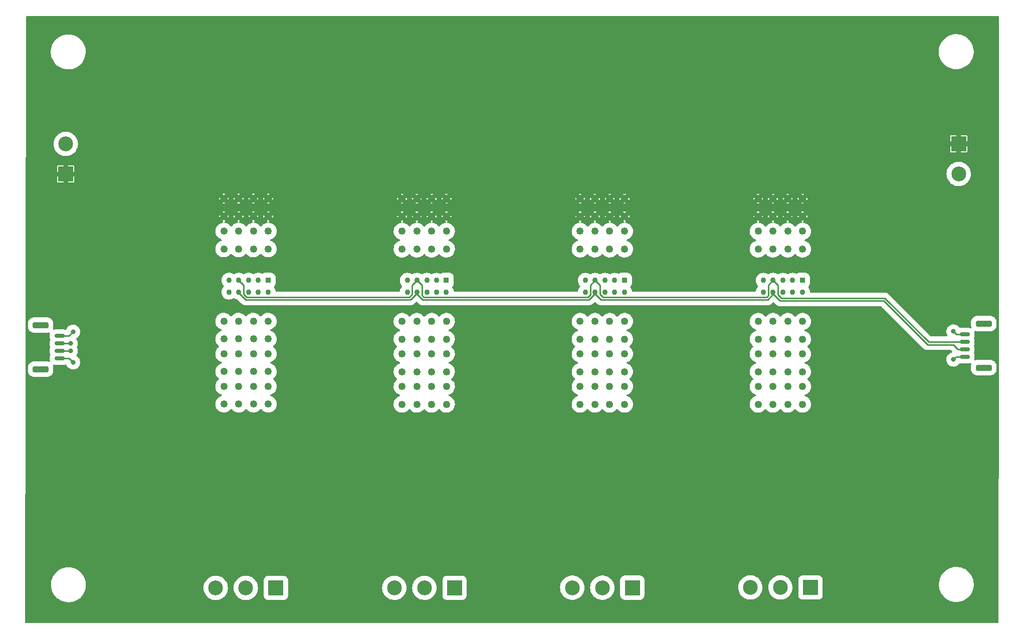
<source format=gbr>
%TF.GenerationSoftware,KiCad,Pcbnew,(6.0.1-0)*%
%TF.CreationDate,2023-01-20T10:28:08-08:00*%
%TF.ProjectId,ESC Mother,45534320-4d6f-4746-9865-722e6b696361,rev?*%
%TF.SameCoordinates,Original*%
%TF.FileFunction,Copper,L1,Top*%
%TF.FilePolarity,Positive*%
%FSLAX46Y46*%
G04 Gerber Fmt 4.6, Leading zero omitted, Abs format (unit mm)*
G04 Created by KiCad (PCBNEW (6.0.1-0)) date 2023-01-20 10:28:08*
%MOMM*%
%LPD*%
G01*
G04 APERTURE LIST*
G04 Aperture macros list*
%AMRoundRect*
0 Rectangle with rounded corners*
0 $1 Rounding radius*
0 $2 $3 $4 $5 $6 $7 $8 $9 X,Y pos of 4 corners*
0 Add a 4 corners polygon primitive as box body*
4,1,4,$2,$3,$4,$5,$6,$7,$8,$9,$2,$3,0*
0 Add four circle primitives for the rounded corners*
1,1,$1+$1,$2,$3*
1,1,$1+$1,$4,$5*
1,1,$1+$1,$6,$7*
1,1,$1+$1,$8,$9*
0 Add four rect primitives between the rounded corners*
20,1,$1+$1,$2,$3,$4,$5,0*
20,1,$1+$1,$4,$5,$6,$7,0*
20,1,$1+$1,$6,$7,$8,$9,0*
20,1,$1+$1,$8,$9,$2,$3,0*%
G04 Aperture macros list end*
%TA.AperFunction,ComponentPad*%
%ADD10R,2.500000X2.500000*%
%TD*%
%TA.AperFunction,ComponentPad*%
%ADD11C,2.500000*%
%TD*%
%TA.AperFunction,ComponentPad*%
%ADD12R,0.930000X0.930000*%
%TD*%
%TA.AperFunction,ComponentPad*%
%ADD13C,0.930000*%
%TD*%
%TA.AperFunction,ComponentPad*%
%ADD14C,1.250000*%
%TD*%
%TA.AperFunction,SMDPad,CuDef*%
%ADD15RoundRect,0.150000X-0.700000X0.150000X-0.700000X-0.150000X0.700000X-0.150000X0.700000X0.150000X0*%
%TD*%
%TA.AperFunction,SMDPad,CuDef*%
%ADD16RoundRect,0.250000X-1.100000X0.250000X-1.100000X-0.250000X1.100000X-0.250000X1.100000X0.250000X0*%
%TD*%
%TA.AperFunction,SMDPad,CuDef*%
%ADD17RoundRect,0.150000X0.700000X-0.150000X0.700000X0.150000X-0.700000X0.150000X-0.700000X-0.150000X0*%
%TD*%
%TA.AperFunction,SMDPad,CuDef*%
%ADD18RoundRect,0.250000X1.100000X-0.250000X1.100000X0.250000X-1.100000X0.250000X-1.100000X-0.250000X0*%
%TD*%
%TA.AperFunction,ViaPad*%
%ADD19C,0.800000*%
%TD*%
%TA.AperFunction,Conductor*%
%ADD20C,0.250000*%
%TD*%
G04 APERTURE END LIST*
D10*
%TO.P,+,1,Pin_1*%
%TO.N,/16V*%
X184850000Y-48600000D03*
D11*
%TO.P,+,2,Pin_2*%
%TO.N,GND*%
X184850000Y-53680000D03*
%TD*%
D10*
%TO.P,T3,1,Pin_1*%
%TO.N,/Phase_1_T3*%
X99675000Y-123590000D03*
D11*
%TO.P,T3,2,Pin_2*%
%TO.N,/Phase_2_T3*%
X94595000Y-123590000D03*
%TO.P,T3,3,Pin_3*%
%TO.N,/Phase_3_T3*%
X89515000Y-123590000D03*
%TD*%
D10*
%TO.P,T4,1,Pin_1*%
%TO.N,/Phase_1_T4*%
X69510000Y-123610000D03*
D11*
%TO.P,T4,2,Pin_2*%
%TO.N,/Phase_2_T4*%
X64430000Y-123610000D03*
%TO.P,T4,3,Pin_3*%
%TO.N,/Phase_3_T4*%
X59350000Y-123610000D03*
%TD*%
D10*
%TO.P,T1,1,Pin_1*%
%TO.N,/Phase_1_T1*%
X159810000Y-123540000D03*
D11*
%TO.P,T1,2,Pin_2*%
%TO.N,/Phase_2_T1*%
X154730000Y-123540000D03*
%TO.P,T1,3,Pin_3*%
%TO.N,/Phase_3_T1*%
X149650000Y-123540000D03*
%TD*%
D12*
%TO.P,J4,01,01*%
%TO.N,unconnected-(J17-Pad01)*%
X68190000Y-71630000D03*
D13*
%TO.P,J4,02,02*%
%TO.N,unconnected-(J17-Pad02)*%
X68190000Y-73630000D03*
%TO.P,J4,03,03*%
%TO.N,unconnected-(J17-Pad03)*%
X66540000Y-71630000D03*
%TO.P,J4,04,04*%
%TO.N,unconnected-(J17-Pad04)*%
X66540000Y-73630000D03*
%TO.P,J4,05,05*%
%TO.N,unconnected-(J17-Pad05)*%
X64890000Y-71630000D03*
%TO.P,J4,06,06*%
%TO.N,unconnected-(J17-Pad06)*%
X64890000Y-73630000D03*
%TO.P,J4,07,07*%
%TO.N,/CAL*%
X63240000Y-71630000D03*
%TO.P,J4,08,08*%
%TO.N,/CAH*%
X63240000Y-73630000D03*
%TO.P,J4,09,09*%
%TO.N,+5V*%
X61590000Y-71630000D03*
%TO.P,J4,10,10*%
%TO.N,GND*%
X61590000Y-73630000D03*
D14*
%TO.P,J4,P01_1,P01*%
%TO.N,/16V*%
X68210000Y-57840000D03*
%TO.P,J4,P01_2,P01*%
X65710000Y-57840000D03*
%TO.P,J4,P01_3,P01*%
X63210000Y-57840000D03*
%TO.P,J4,P01_4,P01*%
X60710000Y-57840000D03*
%TO.P,J4,P01_5,P01*%
X68210000Y-60840000D03*
%TO.P,J4,P01_6,P01*%
X65710000Y-60840000D03*
%TO.P,J4,P01_7,P01*%
X63210000Y-60840000D03*
%TO.P,J4,P01_8,P01*%
X60710000Y-60840000D03*
%TO.P,J4,P02_1,P02*%
%TO.N,GND*%
X68210000Y-63340000D03*
%TO.P,J4,P02_2,P02*%
X65710000Y-63340000D03*
%TO.P,J4,P02_3,P02*%
X63210000Y-63340000D03*
%TO.P,J4,P02_4,P02*%
X60710000Y-63340000D03*
%TO.P,J4,P02_5,P02*%
X68210000Y-66340000D03*
%TO.P,J4,P02_6,P02*%
X65710000Y-66340000D03*
%TO.P,J4,P02_7,P02*%
X63210000Y-66340000D03*
%TO.P,J4,P02_8,P02*%
X60710000Y-66340000D03*
%TO.P,J4,P03_1,P03*%
%TO.N,/Phase_3_T4*%
X68210000Y-78560000D03*
%TO.P,J4,P03_2,P03*%
X65710000Y-78560000D03*
%TO.P,J4,P03_3,P03*%
X63210000Y-78560000D03*
%TO.P,J4,P03_4,P03*%
X60710000Y-78560000D03*
%TO.P,J4,P03_5,P03*%
X68210000Y-81560000D03*
%TO.P,J4,P03_6,P03*%
X65710000Y-81560000D03*
%TO.P,J4,P03_7,P03*%
X63210000Y-81560000D03*
%TO.P,J4,P03_8,P03*%
X60710000Y-81560000D03*
%TO.P,J4,P04_1,P04*%
%TO.N,/Phase_2_T4*%
X68210000Y-84060000D03*
%TO.P,J4,P04_2,P04*%
X65710000Y-84060000D03*
%TO.P,J4,P04_3,P04*%
X63210000Y-84060000D03*
%TO.P,J4,P04_4,P04*%
X60710000Y-84060000D03*
%TO.P,J4,P04_5,P04*%
X68210000Y-87060000D03*
%TO.P,J4,P04_6,P04*%
X65710000Y-87060000D03*
%TO.P,J4,P04_7,P04*%
X63210000Y-87060000D03*
%TO.P,J4,P04_8,P04*%
X60710000Y-87060000D03*
%TO.P,J4,P05_1,P05*%
%TO.N,/Phase_1_T4*%
X68210000Y-89560000D03*
%TO.P,J4,P05_2,P05*%
X65710000Y-89560000D03*
%TO.P,J4,P05_3,P05*%
X63210000Y-89560000D03*
%TO.P,J4,P05_4,P05*%
X60710000Y-89560000D03*
%TO.P,J4,P05_5,P05*%
X68210000Y-92560000D03*
%TO.P,J4,P05_6,P05*%
X65710000Y-92560000D03*
%TO.P,J4,P05_7,P05*%
X63210000Y-92560000D03*
%TO.P,J4,P05_8,P05*%
X60710000Y-92560000D03*
%TD*%
D12*
%TO.P,J2,01,01*%
%TO.N,unconnected-(J2-Pad01)*%
X128380000Y-71650000D03*
D13*
%TO.P,J2,02,02*%
%TO.N,unconnected-(J2-Pad02)*%
X128380000Y-73650000D03*
%TO.P,J2,03,03*%
%TO.N,unconnected-(J2-Pad03)*%
X126730000Y-71650000D03*
%TO.P,J2,04,04*%
%TO.N,unconnected-(J2-Pad04)*%
X126730000Y-73650000D03*
%TO.P,J2,05,05*%
%TO.N,unconnected-(J2-Pad05)*%
X125080000Y-71650000D03*
%TO.P,J2,06,06*%
%TO.N,unconnected-(J2-Pad06)*%
X125080000Y-73650000D03*
%TO.P,J2,07,07*%
%TO.N,/CAL*%
X123430000Y-71650000D03*
%TO.P,J2,08,08*%
%TO.N,/CAH*%
X123430000Y-73650000D03*
%TO.P,J2,09,09*%
%TO.N,+5V*%
X121780000Y-71650000D03*
%TO.P,J2,10,10*%
%TO.N,GND*%
X121780000Y-73650000D03*
D14*
%TO.P,J2,P01_1,P01*%
%TO.N,/16V*%
X128400000Y-57860000D03*
%TO.P,J2,P01_2,P01*%
X125900000Y-57860000D03*
%TO.P,J2,P01_3,P01*%
X123400000Y-57860000D03*
%TO.P,J2,P01_4,P01*%
X120900000Y-57860000D03*
%TO.P,J2,P01_5,P01*%
X128400000Y-60860000D03*
%TO.P,J2,P01_6,P01*%
X125900000Y-60860000D03*
%TO.P,J2,P01_7,P01*%
X123400000Y-60860000D03*
%TO.P,J2,P01_8,P01*%
X120900000Y-60860000D03*
%TO.P,J2,P02_1,P02*%
%TO.N,GND*%
X128400000Y-63360000D03*
%TO.P,J2,P02_2,P02*%
X125900000Y-63360000D03*
%TO.P,J2,P02_3,P02*%
X123400000Y-63360000D03*
%TO.P,J2,P02_4,P02*%
X120900000Y-63360000D03*
%TO.P,J2,P02_5,P02*%
X128400000Y-66360000D03*
%TO.P,J2,P02_6,P02*%
X125900000Y-66360000D03*
%TO.P,J2,P02_7,P02*%
X123400000Y-66360000D03*
%TO.P,J2,P02_8,P02*%
X120900000Y-66360000D03*
%TO.P,J2,P03_1,P03*%
%TO.N,/Phase_3_T2*%
X128400000Y-78580000D03*
%TO.P,J2,P03_2,P03*%
X125900000Y-78580000D03*
%TO.P,J2,P03_3,P03*%
X123400000Y-78580000D03*
%TO.P,J2,P03_4,P03*%
X120900000Y-78580000D03*
%TO.P,J2,P03_5,P03*%
X128400000Y-81580000D03*
%TO.P,J2,P03_6,P03*%
X125900000Y-81580000D03*
%TO.P,J2,P03_7,P03*%
X123400000Y-81580000D03*
%TO.P,J2,P03_8,P03*%
X120900000Y-81580000D03*
%TO.P,J2,P04_1,P04*%
%TO.N,/Phase_2_T2*%
X128400000Y-84080000D03*
%TO.P,J2,P04_2,P04*%
X125900000Y-84080000D03*
%TO.P,J2,P04_3,P04*%
X123400000Y-84080000D03*
%TO.P,J2,P04_4,P04*%
X120900000Y-84080000D03*
%TO.P,J2,P04_5,P04*%
X128400000Y-87080000D03*
%TO.P,J2,P04_6,P04*%
X125900000Y-87080000D03*
%TO.P,J2,P04_7,P04*%
X123400000Y-87080000D03*
%TO.P,J2,P04_8,P04*%
X120900000Y-87080000D03*
%TO.P,J2,P05_1,P05*%
%TO.N,/Phase_1_T2*%
X128400000Y-89580000D03*
%TO.P,J2,P05_2,P05*%
X125900000Y-89580000D03*
%TO.P,J2,P05_3,P05*%
X123400000Y-89580000D03*
%TO.P,J2,P05_4,P05*%
X120900000Y-89580000D03*
%TO.P,J2,P05_5,P05*%
X128400000Y-92580000D03*
%TO.P,J2,P05_6,P05*%
X125900000Y-92580000D03*
%TO.P,J2,P05_7,P05*%
X123400000Y-92580000D03*
%TO.P,J2,P05_8,P05*%
X120900000Y-92580000D03*
%TD*%
D12*
%TO.P,J3,01,01*%
%TO.N,unconnected-(J3-Pad01)*%
X98300000Y-71650000D03*
D13*
%TO.P,J3,02,02*%
%TO.N,unconnected-(J3-Pad02)*%
X98300000Y-73650000D03*
%TO.P,J3,03,03*%
%TO.N,unconnected-(J3-Pad03)*%
X96650000Y-71650000D03*
%TO.P,J3,04,04*%
%TO.N,unconnected-(J3-Pad04)*%
X96650000Y-73650000D03*
%TO.P,J3,05,05*%
%TO.N,unconnected-(J3-Pad05)*%
X95000000Y-71650000D03*
%TO.P,J3,06,06*%
%TO.N,unconnected-(J3-Pad06)*%
X95000000Y-73650000D03*
%TO.P,J3,07,07*%
%TO.N,/CAL*%
X93350000Y-71650000D03*
%TO.P,J3,08,08*%
%TO.N,/CAH*%
X93350000Y-73650000D03*
%TO.P,J3,09,09*%
%TO.N,+5V*%
X91700000Y-71650000D03*
%TO.P,J3,10,10*%
%TO.N,GND*%
X91700000Y-73650000D03*
D14*
%TO.P,J3,P01_1,P01*%
%TO.N,/16V*%
X98320000Y-57860000D03*
%TO.P,J3,P01_2,P01*%
X95820000Y-57860000D03*
%TO.P,J3,P01_3,P01*%
X93320000Y-57860000D03*
%TO.P,J3,P01_4,P01*%
X90820000Y-57860000D03*
%TO.P,J3,P01_5,P01*%
X98320000Y-60860000D03*
%TO.P,J3,P01_6,P01*%
X95820000Y-60860000D03*
%TO.P,J3,P01_7,P01*%
X93320000Y-60860000D03*
%TO.P,J3,P01_8,P01*%
X90820000Y-60860000D03*
%TO.P,J3,P02_1,P02*%
%TO.N,GND*%
X98320000Y-63360000D03*
%TO.P,J3,P02_2,P02*%
X95820000Y-63360000D03*
%TO.P,J3,P02_3,P02*%
X93320000Y-63360000D03*
%TO.P,J3,P02_4,P02*%
X90820000Y-63360000D03*
%TO.P,J3,P02_5,P02*%
X98320000Y-66360000D03*
%TO.P,J3,P02_6,P02*%
X95820000Y-66360000D03*
%TO.P,J3,P02_7,P02*%
X93320000Y-66360000D03*
%TO.P,J3,P02_8,P02*%
X90820000Y-66360000D03*
%TO.P,J3,P03_1,P03*%
%TO.N,/Phase_3_T3*%
X98320000Y-78580000D03*
%TO.P,J3,P03_2,P03*%
X95820000Y-78580000D03*
%TO.P,J3,P03_3,P03*%
X93320000Y-78580000D03*
%TO.P,J3,P03_4,P03*%
X90820000Y-78580000D03*
%TO.P,J3,P03_5,P03*%
X98320000Y-81580000D03*
%TO.P,J3,P03_6,P03*%
X95820000Y-81580000D03*
%TO.P,J3,P03_7,P03*%
X93320000Y-81580000D03*
%TO.P,J3,P03_8,P03*%
X90820000Y-81580000D03*
%TO.P,J3,P04_1,P04*%
%TO.N,/Phase_2_T3*%
X98320000Y-84080000D03*
%TO.P,J3,P04_2,P04*%
X95820000Y-84080000D03*
%TO.P,J3,P04_3,P04*%
X93320000Y-84080000D03*
%TO.P,J3,P04_4,P04*%
X90820000Y-84080000D03*
%TO.P,J3,P04_5,P04*%
X98320000Y-87080000D03*
%TO.P,J3,P04_6,P04*%
X95820000Y-87080000D03*
%TO.P,J3,P04_7,P04*%
X93320000Y-87080000D03*
%TO.P,J3,P04_8,P04*%
X90820000Y-87080000D03*
%TO.P,J3,P05_1,P05*%
%TO.N,/Phase_1_T3*%
X98320000Y-89580000D03*
%TO.P,J3,P05_2,P05*%
X95820000Y-89580000D03*
%TO.P,J3,P05_3,P05*%
X93320000Y-89580000D03*
%TO.P,J3,P05_4,P05*%
X90820000Y-89580000D03*
%TO.P,J3,P05_5,P05*%
X98320000Y-92580000D03*
%TO.P,J3,P05_6,P05*%
X95820000Y-92580000D03*
%TO.P,J3,P05_7,P05*%
X93320000Y-92580000D03*
%TO.P,J3,P05_8,P05*%
X90820000Y-92580000D03*
%TD*%
D10*
%TO.P,T2,1,Pin_1*%
%TO.N,/Phase_1_T2*%
X129725000Y-123570000D03*
D11*
%TO.P,T2,2,Pin_2*%
%TO.N,/Phase_2_T2*%
X124645000Y-123570000D03*
%TO.P,T2,3,Pin_3*%
%TO.N,/Phase_3_T2*%
X119565000Y-123570000D03*
%TD*%
D15*
%TO.P,CAN,1,Pin_1*%
%TO.N,+5V*%
X32960000Y-81055000D03*
%TO.P,CAN,2,Pin_2*%
%TO.N,/CAL*%
X32960000Y-82305000D03*
%TO.P,CAN,3,Pin_3*%
%TO.N,/CAH*%
X32960000Y-83555000D03*
%TO.P,CAN,4,Pin_4*%
%TO.N,GND*%
X32960000Y-84805000D03*
D16*
%TO.P,CAN,MP*%
%TO.N,N/C*%
X29760000Y-79205000D03*
X29760000Y-86655000D03*
%TD*%
D12*
%TO.P,J1,01,01*%
%TO.N,unconnected-(J1-Pad01)*%
X158450000Y-71650000D03*
D13*
%TO.P,J1,02,02*%
%TO.N,unconnected-(J1-Pad02)*%
X158450000Y-73650000D03*
%TO.P,J1,03,03*%
%TO.N,unconnected-(J1-Pad03)*%
X156800000Y-71650000D03*
%TO.P,J1,04,04*%
%TO.N,unconnected-(J1-Pad04)*%
X156800000Y-73650000D03*
%TO.P,J1,05,05*%
%TO.N,unconnected-(J1-Pad05)*%
X155150000Y-71650000D03*
%TO.P,J1,06,06*%
%TO.N,unconnected-(J1-Pad06)*%
X155150000Y-73650000D03*
%TO.P,J1,07,07*%
%TO.N,/CAL*%
X153500000Y-71650000D03*
%TO.P,J1,08,08*%
%TO.N,/CAH*%
X153500000Y-73650000D03*
%TO.P,J1,09,09*%
%TO.N,+5V*%
X151850000Y-71650000D03*
%TO.P,J1,10,10*%
%TO.N,GND*%
X151850000Y-73650000D03*
D14*
%TO.P,J1,P01_1,P01*%
%TO.N,/16V*%
X158470000Y-57860000D03*
%TO.P,J1,P01_2,P01*%
X155970000Y-57860000D03*
%TO.P,J1,P01_3,P01*%
X153470000Y-57860000D03*
%TO.P,J1,P01_4,P01*%
X150970000Y-57860000D03*
%TO.P,J1,P01_5,P01*%
X158470000Y-60860000D03*
%TO.P,J1,P01_6,P01*%
X155970000Y-60860000D03*
%TO.P,J1,P01_7,P01*%
X153470000Y-60860000D03*
%TO.P,J1,P01_8,P01*%
X150970000Y-60860000D03*
%TO.P,J1,P02_1,P02*%
%TO.N,GND*%
X158470000Y-63360000D03*
%TO.P,J1,P02_2,P02*%
X155970000Y-63360000D03*
%TO.P,J1,P02_3,P02*%
X153470000Y-63360000D03*
%TO.P,J1,P02_4,P02*%
X150970000Y-63360000D03*
%TO.P,J1,P02_5,P02*%
X158470000Y-66360000D03*
%TO.P,J1,P02_6,P02*%
X155970000Y-66360000D03*
%TO.P,J1,P02_7,P02*%
X153470000Y-66360000D03*
%TO.P,J1,P02_8,P02*%
X150970000Y-66360000D03*
%TO.P,J1,P03_1,P03*%
%TO.N,/Phase_3_T1*%
X158470000Y-78580000D03*
%TO.P,J1,P03_2,P03*%
X155970000Y-78580000D03*
%TO.P,J1,P03_3,P03*%
X153470000Y-78580000D03*
%TO.P,J1,P03_4,P03*%
X150970000Y-78580000D03*
%TO.P,J1,P03_5,P03*%
X158470000Y-81580000D03*
%TO.P,J1,P03_6,P03*%
X155970000Y-81580000D03*
%TO.P,J1,P03_7,P03*%
X153470000Y-81580000D03*
%TO.P,J1,P03_8,P03*%
X150970000Y-81580000D03*
%TO.P,J1,P04_1,P04*%
%TO.N,/Phase_2_T1*%
X158470000Y-84080000D03*
%TO.P,J1,P04_2,P04*%
X155970000Y-84080000D03*
%TO.P,J1,P04_3,P04*%
X153470000Y-84080000D03*
%TO.P,J1,P04_4,P04*%
X150970000Y-84080000D03*
%TO.P,J1,P04_5,P04*%
X158470000Y-87080000D03*
%TO.P,J1,P04_6,P04*%
X155970000Y-87080000D03*
%TO.P,J1,P04_7,P04*%
X153470000Y-87080000D03*
%TO.P,J1,P04_8,P04*%
X150970000Y-87080000D03*
%TO.P,J1,P05_1,P05*%
%TO.N,/Phase_1_T1*%
X158470000Y-89580000D03*
%TO.P,J1,P05_2,P05*%
X155970000Y-89580000D03*
%TO.P,J1,P05_3,P05*%
X153470000Y-89580000D03*
%TO.P,J1,P05_4,P05*%
X150970000Y-89580000D03*
%TO.P,J1,P05_5,P05*%
X158470000Y-92580000D03*
%TO.P,J1,P05_6,P05*%
X155970000Y-92580000D03*
%TO.P,J1,P05_7,P05*%
X153470000Y-92580000D03*
%TO.P,J1,P05_8,P05*%
X150970000Y-92580000D03*
%TD*%
D10*
%TO.P,-,1,Pin_1*%
%TO.N,/16V*%
X34025000Y-53695000D03*
D11*
%TO.P,-,2,Pin_2*%
%TO.N,GND*%
X34025000Y-48615000D03*
%TD*%
D17*
%TO.P,CAN,1,Pin_1*%
%TO.N,+5V*%
X185880000Y-84555000D03*
%TO.P,CAN,2,Pin_2*%
%TO.N,/CAH*%
X185880000Y-83305000D03*
%TO.P,CAN,3,Pin_3*%
%TO.N,/CAL*%
X185880000Y-82055000D03*
%TO.P,CAN,4,Pin_4*%
%TO.N,GND*%
X185880000Y-80805000D03*
D18*
%TO.P,CAN,MP*%
%TO.N,N/C*%
X189080000Y-86405000D03*
X189080000Y-78955000D03*
%TD*%
D19*
%TO.N,GND*%
X35240000Y-85490000D03*
X183950000Y-80300000D03*
%TO.N,/CAL*%
X34850000Y-82300000D03*
%TO.N,/CAH*%
X34850000Y-83560000D03*
%TO.N,+5V*%
X35240000Y-80340000D03*
X183950000Y-85030000D03*
%TD*%
D20*
%TO.N,GND*%
X34555000Y-84805000D02*
X35240000Y-85490000D01*
X184455000Y-80805000D02*
X185880000Y-80805000D01*
X32960000Y-84805000D02*
X34555000Y-84805000D01*
X183950000Y-80300000D02*
X184455000Y-80805000D01*
%TO.N,/CAL*%
X172375718Y-74660000D02*
X154870000Y-74660000D01*
X154324521Y-72474521D02*
X153500000Y-71650000D01*
X124255479Y-72475479D02*
X124255479Y-74005479D01*
X122604521Y-74095479D02*
X122604521Y-72475479D01*
X34845000Y-82305000D02*
X34850000Y-82300000D01*
X93350000Y-71660000D02*
X94175479Y-72485479D01*
X32960000Y-82305000D02*
X34845000Y-82305000D01*
X152405479Y-74474521D02*
X152674521Y-74205479D01*
X122604521Y-72475479D02*
X123430000Y-71650000D01*
X63240000Y-71630000D02*
X64065479Y-72455479D01*
X64065479Y-73971529D02*
X64571091Y-74477141D01*
X64065479Y-72455479D02*
X64065479Y-73971529D01*
X92525479Y-72474521D02*
X93350000Y-71650000D01*
X179770718Y-82055000D02*
X172375718Y-74660000D01*
X124724521Y-74474521D02*
X152405479Y-74474521D01*
X123430000Y-71650000D02*
X124255479Y-72475479D01*
X152674521Y-74205479D02*
X152674521Y-72475479D01*
X185880000Y-82055000D02*
X179770718Y-82055000D01*
X64571091Y-74477141D02*
X92039867Y-74477141D01*
X124255479Y-74005479D02*
X124724521Y-74474521D01*
X154870000Y-74660000D02*
X154324521Y-74114521D01*
X154324521Y-74114521D02*
X154324521Y-72474521D01*
X94490239Y-74474521D02*
X122225479Y-74474521D01*
X94175479Y-74159761D02*
X94490239Y-74474521D01*
X92039867Y-74477141D02*
X92525479Y-73991529D01*
X92525479Y-73991529D02*
X92525479Y-72474521D01*
X122225479Y-74474521D02*
X122604521Y-74095479D01*
X152674521Y-72475479D02*
X153500000Y-71650000D01*
X93350000Y-71650000D02*
X93350000Y-71660000D01*
X94175479Y-72485479D02*
X94175479Y-74159761D01*
%TO.N,/CAH*%
X94304042Y-74924041D02*
X122411677Y-74924041D01*
X34845000Y-83555000D02*
X34850000Y-83560000D01*
X183924520Y-82504520D02*
X184725000Y-83305000D01*
X154683802Y-75109520D02*
X172189520Y-75109520D01*
X64384894Y-74926661D02*
X92226065Y-74926661D01*
X152591677Y-74924041D02*
X153500000Y-74015718D01*
X124414041Y-74924041D02*
X152591677Y-74924041D01*
X123430000Y-73905718D02*
X123430000Y-73650000D01*
X123430000Y-73940000D02*
X124414041Y-74924041D01*
X179584520Y-82504520D02*
X183924520Y-82504520D01*
X153500000Y-73650000D02*
X153500000Y-73925718D01*
X122411677Y-74924041D02*
X123430000Y-73905718D01*
X153500000Y-74015718D02*
X153500000Y-73650000D01*
X92226065Y-74926661D02*
X93350000Y-73802726D01*
X153500000Y-73925718D02*
X154683802Y-75109520D01*
X184725000Y-83305000D02*
X185880000Y-83305000D01*
X63240000Y-73630000D02*
X63240000Y-73781767D01*
X63240000Y-73781767D02*
X64384894Y-74926661D01*
X32960000Y-83555000D02*
X34845000Y-83555000D01*
X93350000Y-73650000D02*
X93350000Y-73970000D01*
X172189520Y-75109520D02*
X179584520Y-82504520D01*
X93350000Y-73802726D02*
X93350000Y-73650000D01*
X93350000Y-73970000D02*
X94304042Y-74924041D01*
X123430000Y-73650000D02*
X123430000Y-73940000D01*
%TO.N,+5V*%
X184425000Y-84555000D02*
X185880000Y-84555000D01*
X183950000Y-85030000D02*
X184425000Y-84555000D01*
X32960000Y-81055000D02*
X34525000Y-81055000D01*
X34525000Y-81055000D02*
X35240000Y-80340000D01*
%TD*%
%TA.AperFunction,Conductor*%
%TO.N,/16V*%
G36*
X191575336Y-27019962D02*
G01*
X191629874Y-27074500D01*
X191649836Y-27149070D01*
X191623538Y-81256617D01*
X191600144Y-129391092D01*
X191580146Y-129465583D01*
X191525581Y-129520094D01*
X191451153Y-129540020D01*
X125447489Y-129544026D01*
X27299496Y-129549983D01*
X27224995Y-129530025D01*
X27170454Y-129475491D01*
X27150487Y-129400766D01*
X27159522Y-123203763D01*
X31507092Y-123203763D01*
X31507518Y-123208029D01*
X31507518Y-123208034D01*
X31535470Y-123488075D01*
X31540887Y-123542342D01*
X31613373Y-123874793D01*
X31723589Y-124196708D01*
X31806716Y-124370986D01*
X31849574Y-124460839D01*
X31870076Y-124503823D01*
X31872354Y-124507454D01*
X31872357Y-124507460D01*
X32017239Y-124738422D01*
X32050890Y-124792066D01*
X32053575Y-124795418D01*
X32053579Y-124795423D01*
X32257101Y-125049460D01*
X32263635Y-125057616D01*
X32505493Y-125296953D01*
X32582395Y-125357252D01*
X32769877Y-125504257D01*
X32769882Y-125504261D01*
X32773256Y-125506906D01*
X32776911Y-125509145D01*
X32776917Y-125509150D01*
X33047798Y-125675146D01*
X33063376Y-125684692D01*
X33372008Y-125827954D01*
X33695060Y-125934794D01*
X34028252Y-126003794D01*
X34238061Y-126022519D01*
X34324185Y-126030206D01*
X34324187Y-126030206D01*
X34327480Y-126030500D01*
X34546715Y-126030500D01*
X34658822Y-126024036D01*
X34795416Y-126016160D01*
X34795419Y-126016160D01*
X34799697Y-126015913D01*
X35134891Y-125957412D01*
X35354375Y-125892398D01*
X35457012Y-125861996D01*
X35457016Y-125861995D01*
X35461140Y-125860773D01*
X35538083Y-125827954D01*
X35770163Y-125728964D01*
X35770172Y-125728960D01*
X35774119Y-125727276D01*
X35777849Y-125725149D01*
X35777854Y-125725146D01*
X36029340Y-125581701D01*
X36069681Y-125558691D01*
X36092861Y-125541664D01*
X36188154Y-125471664D01*
X36343907Y-125357252D01*
X36593162Y-125125629D01*
X36745545Y-124947212D01*
X36811354Y-124870160D01*
X36811356Y-124870157D01*
X36814144Y-124866893D01*
X36870061Y-124783679D01*
X37001528Y-124588037D01*
X37001532Y-124588030D01*
X37003923Y-124584472D01*
X37073316Y-124450027D01*
X37158018Y-124285919D01*
X37159984Y-124282110D01*
X37178878Y-124232110D01*
X37278740Y-123967830D01*
X37278741Y-123967828D01*
X37280257Y-123963815D01*
X37363150Y-123633805D01*
X37365884Y-123613043D01*
X37369118Y-123588477D01*
X57294822Y-123588477D01*
X57295114Y-123593541D01*
X57295114Y-123593542D01*
X57310566Y-123861518D01*
X57310916Y-123867596D01*
X57311891Y-123872563D01*
X57311891Y-123872567D01*
X57320771Y-123917830D01*
X57364741Y-124141948D01*
X57455303Y-124406457D01*
X57580925Y-124656228D01*
X57583792Y-124660399D01*
X57583794Y-124660403D01*
X57607823Y-124695365D01*
X57739282Y-124886639D01*
X57742694Y-124890389D01*
X57742695Y-124890390D01*
X57751660Y-124900242D01*
X57927444Y-125093427D01*
X57931324Y-125096671D01*
X57931328Y-125096675D01*
X58137745Y-125269266D01*
X58141930Y-125272765D01*
X58378771Y-125421335D01*
X58383395Y-125423423D01*
X58383399Y-125423425D01*
X58478550Y-125466387D01*
X58633583Y-125536387D01*
X58638451Y-125537829D01*
X58663629Y-125545287D01*
X58901652Y-125615793D01*
X58906665Y-125616560D01*
X58906669Y-125616561D01*
X59173017Y-125657318D01*
X59173021Y-125657318D01*
X59178018Y-125658083D01*
X59457566Y-125662474D01*
X59623499Y-125642394D01*
X59730085Y-125629496D01*
X59730090Y-125629495D01*
X59735123Y-125628886D01*
X60005554Y-125557940D01*
X60010231Y-125556003D01*
X60010239Y-125556000D01*
X60259168Y-125452890D01*
X60259175Y-125452887D01*
X60263855Y-125450948D01*
X60505245Y-125309891D01*
X60725258Y-125137379D01*
X60908937Y-124947837D01*
X60916297Y-124940242D01*
X60916300Y-124940239D01*
X60919823Y-124936603D01*
X61085340Y-124711280D01*
X61218745Y-124465578D01*
X61226303Y-124445578D01*
X61306965Y-124232110D01*
X61317570Y-124204044D01*
X61379987Y-123931518D01*
X61389885Y-123820609D01*
X61404581Y-123655946D01*
X61404581Y-123655944D01*
X61404840Y-123653043D01*
X61405291Y-123610000D01*
X61403824Y-123588477D01*
X62374822Y-123588477D01*
X62375114Y-123593541D01*
X62375114Y-123593542D01*
X62390566Y-123861518D01*
X62390916Y-123867596D01*
X62391891Y-123872563D01*
X62391891Y-123872567D01*
X62400771Y-123917830D01*
X62444741Y-124141948D01*
X62535303Y-124406457D01*
X62660925Y-124656228D01*
X62663792Y-124660399D01*
X62663794Y-124660403D01*
X62687823Y-124695365D01*
X62819282Y-124886639D01*
X62822694Y-124890389D01*
X62822695Y-124890390D01*
X62831660Y-124900242D01*
X63007444Y-125093427D01*
X63011324Y-125096671D01*
X63011328Y-125096675D01*
X63217745Y-125269266D01*
X63221930Y-125272765D01*
X63458771Y-125421335D01*
X63463395Y-125423423D01*
X63463399Y-125423425D01*
X63558550Y-125466387D01*
X63713583Y-125536387D01*
X63718451Y-125537829D01*
X63743629Y-125545287D01*
X63981652Y-125615793D01*
X63986665Y-125616560D01*
X63986669Y-125616561D01*
X64253017Y-125657318D01*
X64253021Y-125657318D01*
X64258018Y-125658083D01*
X64537566Y-125662474D01*
X64703499Y-125642394D01*
X64810085Y-125629496D01*
X64810090Y-125629495D01*
X64815123Y-125628886D01*
X65085554Y-125557940D01*
X65090231Y-125556003D01*
X65090239Y-125556000D01*
X65339168Y-125452890D01*
X65339175Y-125452887D01*
X65343855Y-125450948D01*
X65585245Y-125309891D01*
X65805258Y-125137379D01*
X65988937Y-124947837D01*
X65996297Y-124940242D01*
X65996300Y-124940239D01*
X65999823Y-124936603D01*
X66165340Y-124711280D01*
X66298745Y-124465578D01*
X66306303Y-124445578D01*
X66386965Y-124232110D01*
X66397570Y-124204044D01*
X66459987Y-123931518D01*
X66469885Y-123820609D01*
X66484581Y-123655946D01*
X66484581Y-123655944D01*
X66484840Y-123653043D01*
X66485291Y-123610000D01*
X66466275Y-123331065D01*
X66409579Y-123057292D01*
X66316253Y-122793746D01*
X66308397Y-122778524D01*
X66190346Y-122549807D01*
X66188022Y-122545304D01*
X66027261Y-122316563D01*
X65986002Y-122272163D01*
X67459500Y-122272163D01*
X67459501Y-124947836D01*
X67459774Y-124952589D01*
X67500173Y-125127577D01*
X67503798Y-125135075D01*
X67503798Y-125135076D01*
X67532232Y-125193895D01*
X67578336Y-125289266D01*
X67583528Y-125295770D01*
X67583530Y-125295773D01*
X67678563Y-125414817D01*
X67690380Y-125429620D01*
X67696890Y-125434817D01*
X67824227Y-125536470D01*
X67824230Y-125536472D01*
X67830734Y-125541664D01*
X67992423Y-125619827D01*
X68167411Y-125660226D01*
X68172163Y-125660500D01*
X69507499Y-125660500D01*
X70847836Y-125660499D01*
X70852589Y-125660226D01*
X71027577Y-125619827D01*
X71189266Y-125541664D01*
X71195770Y-125536472D01*
X71195773Y-125536470D01*
X71323110Y-125434817D01*
X71329620Y-125429620D01*
X71341437Y-125414817D01*
X71436470Y-125295773D01*
X71436472Y-125295770D01*
X71441664Y-125289266D01*
X71487768Y-125193895D01*
X71516202Y-125135076D01*
X71516202Y-125135075D01*
X71519827Y-125127577D01*
X71560226Y-124952589D01*
X71560500Y-124947837D01*
X71560499Y-123568477D01*
X87459822Y-123568477D01*
X87460114Y-123573541D01*
X87460114Y-123573542D01*
X87474835Y-123828844D01*
X87475916Y-123847596D01*
X87476891Y-123852563D01*
X87476891Y-123852567D01*
X87487465Y-123906465D01*
X87529741Y-124121948D01*
X87620303Y-124386457D01*
X87654185Y-124453823D01*
X87720778Y-124586228D01*
X87745925Y-124636228D01*
X87748792Y-124640399D01*
X87748794Y-124640403D01*
X87772823Y-124675365D01*
X87904282Y-124866639D01*
X87907694Y-124870389D01*
X87907695Y-124870390D01*
X87924390Y-124888738D01*
X88092444Y-125073427D01*
X88096324Y-125076671D01*
X88096328Y-125076675D01*
X88291533Y-125239891D01*
X88306930Y-125252765D01*
X88543771Y-125401335D01*
X88548395Y-125403423D01*
X88548399Y-125403425D01*
X88657953Y-125452890D01*
X88798583Y-125516387D01*
X89066652Y-125595793D01*
X89071665Y-125596560D01*
X89071669Y-125596561D01*
X89338017Y-125637318D01*
X89338021Y-125637318D01*
X89343018Y-125638083D01*
X89622566Y-125642474D01*
X89788499Y-125622394D01*
X89895085Y-125609496D01*
X89895090Y-125609495D01*
X89900123Y-125608886D01*
X90170554Y-125537940D01*
X90175231Y-125536003D01*
X90175239Y-125536000D01*
X90424168Y-125432890D01*
X90424175Y-125432887D01*
X90428855Y-125430948D01*
X90670245Y-125289891D01*
X90890258Y-125117379D01*
X90993688Y-125010647D01*
X91081297Y-124920242D01*
X91081300Y-124920239D01*
X91084823Y-124916603D01*
X91250340Y-124691280D01*
X91383745Y-124445578D01*
X91391303Y-124425578D01*
X91480778Y-124188786D01*
X91482570Y-124184044D01*
X91544987Y-123911518D01*
X91569840Y-123633043D01*
X91570291Y-123590000D01*
X91568824Y-123568477D01*
X92539822Y-123568477D01*
X92540114Y-123573541D01*
X92540114Y-123573542D01*
X92554835Y-123828844D01*
X92555916Y-123847596D01*
X92556891Y-123852563D01*
X92556891Y-123852567D01*
X92567465Y-123906465D01*
X92609741Y-124121948D01*
X92700303Y-124386457D01*
X92734185Y-124453823D01*
X92800778Y-124586228D01*
X92825925Y-124636228D01*
X92828792Y-124640399D01*
X92828794Y-124640403D01*
X92852823Y-124675365D01*
X92984282Y-124866639D01*
X92987694Y-124870389D01*
X92987695Y-124870390D01*
X93004390Y-124888738D01*
X93172444Y-125073427D01*
X93176324Y-125076671D01*
X93176328Y-125076675D01*
X93371533Y-125239891D01*
X93386930Y-125252765D01*
X93623771Y-125401335D01*
X93628395Y-125403423D01*
X93628399Y-125403425D01*
X93737953Y-125452890D01*
X93878583Y-125516387D01*
X94146652Y-125595793D01*
X94151665Y-125596560D01*
X94151669Y-125596561D01*
X94418017Y-125637318D01*
X94418021Y-125637318D01*
X94423018Y-125638083D01*
X94702566Y-125642474D01*
X94868499Y-125622394D01*
X94975085Y-125609496D01*
X94975090Y-125609495D01*
X94980123Y-125608886D01*
X95250554Y-125537940D01*
X95255231Y-125536003D01*
X95255239Y-125536000D01*
X95504168Y-125432890D01*
X95504175Y-125432887D01*
X95508855Y-125430948D01*
X95750245Y-125289891D01*
X95970258Y-125117379D01*
X96073688Y-125010647D01*
X96161297Y-124920242D01*
X96161300Y-124920239D01*
X96164823Y-124916603D01*
X96330340Y-124691280D01*
X96463745Y-124445578D01*
X96471303Y-124425578D01*
X96560778Y-124188786D01*
X96562570Y-124184044D01*
X96624987Y-123911518D01*
X96649840Y-123633043D01*
X96650291Y-123590000D01*
X96632983Y-123336124D01*
X96631620Y-123316124D01*
X96631620Y-123316122D01*
X96631275Y-123311065D01*
X96574579Y-123037292D01*
X96481253Y-122773746D01*
X96473397Y-122758524D01*
X96377085Y-122571925D01*
X96353022Y-122525304D01*
X96203703Y-122312843D01*
X96195180Y-122300716D01*
X96195178Y-122300714D01*
X96192261Y-122296563D01*
X96151002Y-122252163D01*
X97624500Y-122252163D01*
X97624501Y-124927836D01*
X97624774Y-124932589D01*
X97665173Y-125107577D01*
X97668798Y-125115075D01*
X97668798Y-125115076D01*
X97672324Y-125122369D01*
X97743336Y-125269266D01*
X97748528Y-125275770D01*
X97748530Y-125275773D01*
X97839414Y-125389620D01*
X97855380Y-125409620D01*
X97861890Y-125414817D01*
X97989227Y-125516470D01*
X97989230Y-125516472D01*
X97995734Y-125521664D01*
X98057869Y-125551701D01*
X98140951Y-125591864D01*
X98157423Y-125599827D01*
X98332411Y-125640226D01*
X98337163Y-125640500D01*
X99672499Y-125640500D01*
X101012836Y-125640499D01*
X101017589Y-125640226D01*
X101192577Y-125599827D01*
X101209050Y-125591864D01*
X101292131Y-125551701D01*
X101354266Y-125521664D01*
X101360770Y-125516472D01*
X101360773Y-125516470D01*
X101488110Y-125414817D01*
X101494620Y-125409620D01*
X101510586Y-125389620D01*
X101601470Y-125275773D01*
X101601472Y-125275770D01*
X101606664Y-125269266D01*
X101677676Y-125122369D01*
X101681202Y-125115076D01*
X101681202Y-125115075D01*
X101684827Y-125107577D01*
X101725226Y-124932589D01*
X101725500Y-124927837D01*
X101725499Y-123548477D01*
X117509822Y-123548477D01*
X117510114Y-123553541D01*
X117510114Y-123553542D01*
X117524473Y-123802567D01*
X117525916Y-123827596D01*
X117526891Y-123832563D01*
X117526891Y-123832567D01*
X117542381Y-123911518D01*
X117579741Y-124101948D01*
X117670303Y-124366457D01*
X117707713Y-124440839D01*
X117780837Y-124586228D01*
X117795925Y-124616228D01*
X117798792Y-124620399D01*
X117798794Y-124620403D01*
X117830703Y-124666830D01*
X117954282Y-124846639D01*
X117957694Y-124850389D01*
X117957695Y-124850390D01*
X117972712Y-124866893D01*
X118142444Y-125053427D01*
X118146324Y-125056671D01*
X118146328Y-125056675D01*
X118353044Y-125229516D01*
X118356930Y-125232765D01*
X118593771Y-125381335D01*
X118598395Y-125383423D01*
X118598399Y-125383425D01*
X118739220Y-125447008D01*
X118848583Y-125496387D01*
X119116652Y-125575793D01*
X119121665Y-125576560D01*
X119121669Y-125576561D01*
X119388017Y-125617318D01*
X119388021Y-125617318D01*
X119393018Y-125618083D01*
X119672566Y-125622474D01*
X119811344Y-125605680D01*
X119945085Y-125589496D01*
X119945090Y-125589495D01*
X119950123Y-125588886D01*
X120220554Y-125517940D01*
X120225231Y-125516003D01*
X120225239Y-125516000D01*
X120474168Y-125412890D01*
X120474175Y-125412887D01*
X120478855Y-125410948D01*
X120720245Y-125269891D01*
X120940258Y-125097379D01*
X121093988Y-124938742D01*
X121131297Y-124900242D01*
X121131300Y-124900239D01*
X121134823Y-124896603D01*
X121300340Y-124671280D01*
X121433745Y-124425578D01*
X121442782Y-124401664D01*
X121530778Y-124168786D01*
X121532570Y-124164044D01*
X121594987Y-123891518D01*
X121619840Y-123613043D01*
X121619903Y-123607087D01*
X121620191Y-123579538D01*
X121620291Y-123570000D01*
X121618824Y-123548477D01*
X122589822Y-123548477D01*
X122590114Y-123553541D01*
X122590114Y-123553542D01*
X122604473Y-123802567D01*
X122605916Y-123827596D01*
X122606891Y-123832563D01*
X122606891Y-123832567D01*
X122622381Y-123911518D01*
X122659741Y-124101948D01*
X122750303Y-124366457D01*
X122787713Y-124440839D01*
X122860837Y-124586228D01*
X122875925Y-124616228D01*
X122878792Y-124620399D01*
X122878794Y-124620403D01*
X122910703Y-124666830D01*
X123034282Y-124846639D01*
X123037694Y-124850389D01*
X123037695Y-124850390D01*
X123052712Y-124866893D01*
X123222444Y-125053427D01*
X123226324Y-125056671D01*
X123226328Y-125056675D01*
X123433044Y-125229516D01*
X123436930Y-125232765D01*
X123673771Y-125381335D01*
X123678395Y-125383423D01*
X123678399Y-125383425D01*
X123819220Y-125447008D01*
X123928583Y-125496387D01*
X124196652Y-125575793D01*
X124201665Y-125576560D01*
X124201669Y-125576561D01*
X124468017Y-125617318D01*
X124468021Y-125617318D01*
X124473018Y-125618083D01*
X124752566Y-125622474D01*
X124891344Y-125605680D01*
X125025085Y-125589496D01*
X125025090Y-125589495D01*
X125030123Y-125588886D01*
X125300554Y-125517940D01*
X125305231Y-125516003D01*
X125305239Y-125516000D01*
X125554168Y-125412890D01*
X125554175Y-125412887D01*
X125558855Y-125410948D01*
X125800245Y-125269891D01*
X126020258Y-125097379D01*
X126173988Y-124938742D01*
X126211297Y-124900242D01*
X126211300Y-124900239D01*
X126214823Y-124896603D01*
X126380340Y-124671280D01*
X126513745Y-124425578D01*
X126522782Y-124401664D01*
X126610778Y-124168786D01*
X126612570Y-124164044D01*
X126674987Y-123891518D01*
X126699840Y-123613043D01*
X126699903Y-123607087D01*
X126700191Y-123579538D01*
X126700291Y-123570000D01*
X126682894Y-123314816D01*
X126681620Y-123296124D01*
X126681620Y-123296122D01*
X126681275Y-123291065D01*
X126624579Y-123017292D01*
X126531253Y-122753746D01*
X126518764Y-122729548D01*
X126411205Y-122521158D01*
X126403022Y-122505304D01*
X126248336Y-122285207D01*
X126245180Y-122280716D01*
X126245178Y-122280714D01*
X126242261Y-122276563D01*
X126201002Y-122232163D01*
X127674500Y-122232163D01*
X127674501Y-124907836D01*
X127674774Y-124912589D01*
X127715173Y-125087577D01*
X127718798Y-125095075D01*
X127718798Y-125095076D01*
X127724841Y-125107577D01*
X127793336Y-125249266D01*
X127798528Y-125255770D01*
X127798530Y-125255773D01*
X127879541Y-125357252D01*
X127905380Y-125389620D01*
X127911890Y-125394817D01*
X128039227Y-125496470D01*
X128039230Y-125496472D01*
X128045734Y-125501664D01*
X128117734Y-125536470D01*
X128164808Y-125559226D01*
X128207423Y-125579827D01*
X128382411Y-125620226D01*
X128387163Y-125620500D01*
X129722499Y-125620500D01*
X131062836Y-125620499D01*
X131067589Y-125620226D01*
X131242577Y-125579827D01*
X131285193Y-125559226D01*
X131332266Y-125536470D01*
X131404266Y-125501664D01*
X131410770Y-125496472D01*
X131410773Y-125496470D01*
X131538110Y-125394817D01*
X131544620Y-125389620D01*
X131570459Y-125357252D01*
X131651470Y-125255773D01*
X131651472Y-125255770D01*
X131656664Y-125249266D01*
X131725159Y-125107577D01*
X131731202Y-125095076D01*
X131731202Y-125095075D01*
X131734827Y-125087577D01*
X131775226Y-124912589D01*
X131775500Y-124907837D01*
X131775499Y-123518477D01*
X147594822Y-123518477D01*
X147610916Y-123797596D01*
X147611891Y-123802563D01*
X147611891Y-123802567D01*
X147630313Y-123896465D01*
X147664741Y-124071948D01*
X147755303Y-124336457D01*
X147788099Y-124401664D01*
X147878123Y-124580656D01*
X147880925Y-124586228D01*
X148039282Y-124816639D01*
X148227444Y-125023427D01*
X148231324Y-125026671D01*
X148231328Y-125026675D01*
X148363729Y-125137379D01*
X148441930Y-125202765D01*
X148678771Y-125351335D01*
X148683395Y-125353423D01*
X148683399Y-125353425D01*
X148805132Y-125408389D01*
X148933583Y-125466387D01*
X149201652Y-125545793D01*
X149206665Y-125546560D01*
X149206669Y-125546561D01*
X149473017Y-125587318D01*
X149473021Y-125587318D01*
X149478018Y-125588083D01*
X149757566Y-125592474D01*
X149907335Y-125574350D01*
X150030085Y-125559496D01*
X150030090Y-125559495D01*
X150035123Y-125558886D01*
X150305554Y-125487940D01*
X150310231Y-125486003D01*
X150310239Y-125486000D01*
X150559168Y-125382890D01*
X150559175Y-125382887D01*
X150563855Y-125380948D01*
X150805245Y-125239891D01*
X151025258Y-125067379D01*
X151149916Y-124938742D01*
X151216297Y-124870242D01*
X151216300Y-124870239D01*
X151219823Y-124866603D01*
X151385340Y-124641280D01*
X151518745Y-124395578D01*
X151528038Y-124370986D01*
X151606234Y-124164044D01*
X151617570Y-124134044D01*
X151679987Y-123861518D01*
X151680786Y-123852567D01*
X151704581Y-123585946D01*
X151704581Y-123585944D01*
X151704840Y-123583043D01*
X151705291Y-123540000D01*
X151703824Y-123518477D01*
X152674822Y-123518477D01*
X152690916Y-123797596D01*
X152691891Y-123802563D01*
X152691891Y-123802567D01*
X152710313Y-123896465D01*
X152744741Y-124071948D01*
X152835303Y-124336457D01*
X152868099Y-124401664D01*
X152958123Y-124580656D01*
X152960925Y-124586228D01*
X153119282Y-124816639D01*
X153307444Y-125023427D01*
X153311324Y-125026671D01*
X153311328Y-125026675D01*
X153443729Y-125137379D01*
X153521930Y-125202765D01*
X153758771Y-125351335D01*
X153763395Y-125353423D01*
X153763399Y-125353425D01*
X153885132Y-125408389D01*
X154013583Y-125466387D01*
X154281652Y-125545793D01*
X154286665Y-125546560D01*
X154286669Y-125546561D01*
X154553017Y-125587318D01*
X154553021Y-125587318D01*
X154558018Y-125588083D01*
X154837566Y-125592474D01*
X154987335Y-125574350D01*
X155110085Y-125559496D01*
X155110090Y-125559495D01*
X155115123Y-125558886D01*
X155385554Y-125487940D01*
X155390231Y-125486003D01*
X155390239Y-125486000D01*
X155639168Y-125382890D01*
X155639175Y-125382887D01*
X155643855Y-125380948D01*
X155885245Y-125239891D01*
X156105258Y-125067379D01*
X156229916Y-124938742D01*
X156296297Y-124870242D01*
X156296300Y-124870239D01*
X156299823Y-124866603D01*
X156465340Y-124641280D01*
X156598745Y-124395578D01*
X156608038Y-124370986D01*
X156686234Y-124164044D01*
X156697570Y-124134044D01*
X156759987Y-123861518D01*
X156760786Y-123852567D01*
X156784581Y-123585946D01*
X156784581Y-123585944D01*
X156784840Y-123583043D01*
X156785291Y-123540000D01*
X156769257Y-123304799D01*
X156766620Y-123266124D01*
X156766620Y-123266122D01*
X156766275Y-123261065D01*
X156709579Y-122987292D01*
X156626980Y-122754038D01*
X156617945Y-122728524D01*
X156616253Y-122723746D01*
X156603764Y-122699548D01*
X156522012Y-122541158D01*
X156488022Y-122475304D01*
X156364752Y-122299908D01*
X156330180Y-122250716D01*
X156330178Y-122250714D01*
X156327261Y-122246563D01*
X156286002Y-122202163D01*
X157759500Y-122202163D01*
X157759501Y-124877836D01*
X157759774Y-124882589D01*
X157800173Y-125057577D01*
X157803798Y-125065075D01*
X157803798Y-125065076D01*
X157817503Y-125093427D01*
X157878336Y-125219266D01*
X157883528Y-125225770D01*
X157883530Y-125225773D01*
X157952724Y-125312450D01*
X157990380Y-125359620D01*
X157996890Y-125364817D01*
X158124227Y-125466470D01*
X158124230Y-125466472D01*
X158130734Y-125471664D01*
X158198156Y-125504257D01*
X158270494Y-125539226D01*
X158292423Y-125549827D01*
X158467411Y-125590226D01*
X158472163Y-125590500D01*
X159807499Y-125590500D01*
X161147836Y-125590499D01*
X161152589Y-125590226D01*
X161327577Y-125549827D01*
X161349507Y-125539226D01*
X161421844Y-125504257D01*
X161489266Y-125471664D01*
X161495770Y-125466472D01*
X161495773Y-125466470D01*
X161623110Y-125364817D01*
X161629620Y-125359620D01*
X161667276Y-125312450D01*
X161736470Y-125225773D01*
X161736472Y-125225770D01*
X161741664Y-125219266D01*
X161802497Y-125093427D01*
X161816202Y-125065076D01*
X161816202Y-125065075D01*
X161819827Y-125057577D01*
X161860226Y-124882589D01*
X161860500Y-124877837D01*
X161860499Y-123153763D01*
X181497092Y-123153763D01*
X181497518Y-123158029D01*
X181497518Y-123158034D01*
X181512297Y-123306098D01*
X181530887Y-123492342D01*
X181603373Y-123824793D01*
X181713589Y-124146708D01*
X181739288Y-124200586D01*
X181834417Y-124400027D01*
X181860076Y-124453823D01*
X181862354Y-124457454D01*
X181862357Y-124457460D01*
X182038604Y-124738422D01*
X182040890Y-124742066D01*
X182043575Y-124745418D01*
X182043579Y-124745423D01*
X182250943Y-125004256D01*
X182253635Y-125007616D01*
X182495493Y-125246953D01*
X182625173Y-125348635D01*
X182759877Y-125454257D01*
X182759882Y-125454261D01*
X182763256Y-125456906D01*
X182766911Y-125459145D01*
X182766917Y-125459150D01*
X183033438Y-125622474D01*
X183053376Y-125634692D01*
X183057258Y-125636494D01*
X183057260Y-125636495D01*
X183070141Y-125642474D01*
X183362008Y-125777954D01*
X183685060Y-125884794D01*
X184018252Y-125953794D01*
X184228061Y-125972519D01*
X184314185Y-125980206D01*
X184314187Y-125980206D01*
X184317480Y-125980500D01*
X184536715Y-125980500D01*
X184648822Y-125974036D01*
X184785416Y-125966160D01*
X184785419Y-125966160D01*
X184789697Y-125965913D01*
X185124891Y-125907412D01*
X185393138Y-125827954D01*
X185447012Y-125811996D01*
X185447016Y-125811995D01*
X185451140Y-125810773D01*
X185528083Y-125777954D01*
X185760163Y-125678964D01*
X185760172Y-125678960D01*
X185764119Y-125677276D01*
X185767849Y-125675149D01*
X185767854Y-125675146D01*
X186055950Y-125510819D01*
X186059681Y-125508691D01*
X186333907Y-125307252D01*
X186583162Y-125075629D01*
X186709389Y-124927837D01*
X186801354Y-124820160D01*
X186801356Y-124820157D01*
X186804144Y-124816893D01*
X186878103Y-124706830D01*
X186991528Y-124538037D01*
X186991532Y-124538030D01*
X186993923Y-124534472D01*
X187009743Y-124503823D01*
X187148018Y-124235919D01*
X187149984Y-124232110D01*
X187158798Y-124208786D01*
X187268740Y-123917830D01*
X187268741Y-123917828D01*
X187270257Y-123913815D01*
X187353150Y-123583805D01*
X187354584Y-123572918D01*
X187389882Y-123304799D01*
X187397563Y-123246455D01*
X187401085Y-123022257D01*
X187402841Y-122910524D01*
X187402841Y-122910518D01*
X187402908Y-122906237D01*
X187398223Y-122859294D01*
X187369539Y-122571925D01*
X187369539Y-122571923D01*
X187369113Y-122567658D01*
X187296627Y-122235207D01*
X187186411Y-121913292D01*
X187070852Y-121671018D01*
X187041772Y-121610051D01*
X187041771Y-121610048D01*
X187039924Y-121606177D01*
X187036686Y-121601014D01*
X186861396Y-121321578D01*
X186861395Y-121321576D01*
X186859110Y-121317934D01*
X186842075Y-121296670D01*
X186649057Y-121055744D01*
X186649056Y-121055743D01*
X186646365Y-121052384D01*
X186404507Y-120813047D01*
X186203890Y-120655743D01*
X186140123Y-120605743D01*
X186140118Y-120605739D01*
X186136744Y-120603094D01*
X186133089Y-120600855D01*
X186133083Y-120600850D01*
X185850281Y-120427549D01*
X185846624Y-120425308D01*
X185537992Y-120282046D01*
X185214940Y-120175206D01*
X184881748Y-120106206D01*
X184671939Y-120087481D01*
X184585815Y-120079794D01*
X184585813Y-120079794D01*
X184582520Y-120079500D01*
X184363285Y-120079500D01*
X184251178Y-120085964D01*
X184114584Y-120093840D01*
X184114581Y-120093840D01*
X184110303Y-120094087D01*
X183775109Y-120152588D01*
X183602193Y-120203808D01*
X183452988Y-120248004D01*
X183452984Y-120248005D01*
X183448860Y-120249227D01*
X183444897Y-120250917D01*
X183444898Y-120250917D01*
X183139837Y-120381036D01*
X183139828Y-120381040D01*
X183135881Y-120382724D01*
X183132151Y-120384851D01*
X183132146Y-120384854D01*
X183048221Y-120432724D01*
X182840319Y-120551309D01*
X182566093Y-120752748D01*
X182316838Y-120984371D01*
X182095856Y-121243107D01*
X182093462Y-121246670D01*
X181908472Y-121521963D01*
X181908468Y-121521970D01*
X181906077Y-121525528D01*
X181904110Y-121529339D01*
X181904107Y-121529344D01*
X181786741Y-121756736D01*
X181750016Y-121827890D01*
X181748501Y-121831900D01*
X181748499Y-121831904D01*
X181650058Y-122092423D01*
X181629743Y-122146185D01*
X181546850Y-122476195D01*
X181546289Y-122480458D01*
X181546288Y-122480462D01*
X181537159Y-122549807D01*
X181502437Y-122813545D01*
X181501584Y-122867826D01*
X181498530Y-123062257D01*
X181497092Y-123153763D01*
X161860499Y-123153763D01*
X161860499Y-122202164D01*
X161860226Y-122197411D01*
X161819827Y-122022423D01*
X161741664Y-121860734D01*
X161736472Y-121854230D01*
X161736470Y-121854227D01*
X161634817Y-121726890D01*
X161629620Y-121720380D01*
X161618273Y-121711322D01*
X161495773Y-121613530D01*
X161495770Y-121613528D01*
X161489266Y-121608336D01*
X161346722Y-121539428D01*
X161335076Y-121533798D01*
X161335075Y-121533798D01*
X161327577Y-121530173D01*
X161152589Y-121489774D01*
X161147837Y-121489500D01*
X159812501Y-121489500D01*
X158472164Y-121489501D01*
X158467411Y-121489774D01*
X158292423Y-121530173D01*
X158284925Y-121533798D01*
X158284924Y-121533798D01*
X158273278Y-121539428D01*
X158130734Y-121608336D01*
X158124230Y-121613528D01*
X158124227Y-121613530D01*
X158001727Y-121711322D01*
X157990380Y-121720380D01*
X157985183Y-121726890D01*
X157883530Y-121854227D01*
X157883528Y-121854230D01*
X157878336Y-121860734D01*
X157800173Y-122022423D01*
X157759774Y-122197411D01*
X157759500Y-122202163D01*
X156286002Y-122202163D01*
X156237848Y-122150343D01*
X156140396Y-122045471D01*
X156140390Y-122045466D01*
X156136944Y-122041757D01*
X155920591Y-121864675D01*
X155867114Y-121831904D01*
X155686534Y-121721245D01*
X155682208Y-121718594D01*
X155677570Y-121716558D01*
X155677566Y-121716556D01*
X155536684Y-121654713D01*
X155426205Y-121606216D01*
X155157319Y-121529622D01*
X154880526Y-121490229D01*
X154875464Y-121490202D01*
X154875457Y-121490202D01*
X154735105Y-121489468D01*
X154600947Y-121488765D01*
X154323757Y-121525257D01*
X154310415Y-121528907D01*
X154058969Y-121597695D01*
X154058965Y-121597697D01*
X154054083Y-121599032D01*
X153796917Y-121708722D01*
X153780422Y-121718594D01*
X153561360Y-121849700D01*
X153561356Y-121849703D01*
X153557018Y-121852299D01*
X153338823Y-122027106D01*
X153277471Y-122091757D01*
X153154576Y-122221262D01*
X153146371Y-122229908D01*
X153143417Y-122234019D01*
X153143412Y-122234025D01*
X152986186Y-122452828D01*
X152983223Y-122456952D01*
X152980847Y-122461439D01*
X152980846Y-122461441D01*
X152898134Y-122617658D01*
X152852398Y-122704038D01*
X152850654Y-122708803D01*
X152850652Y-122708808D01*
X152758538Y-122960524D01*
X152756317Y-122966592D01*
X152755238Y-122971542D01*
X152755236Y-122971548D01*
X152705540Y-123199476D01*
X152696757Y-123239757D01*
X152674822Y-123518477D01*
X151703824Y-123518477D01*
X151689257Y-123304799D01*
X151686620Y-123266124D01*
X151686620Y-123266122D01*
X151686275Y-123261065D01*
X151629579Y-122987292D01*
X151546980Y-122754038D01*
X151537945Y-122728524D01*
X151536253Y-122723746D01*
X151523764Y-122699548D01*
X151442012Y-122541158D01*
X151408022Y-122475304D01*
X151284752Y-122299908D01*
X151250180Y-122250716D01*
X151250178Y-122250714D01*
X151247261Y-122246563D01*
X151157848Y-122150343D01*
X151060396Y-122045471D01*
X151060390Y-122045466D01*
X151056944Y-122041757D01*
X150840591Y-121864675D01*
X150787114Y-121831904D01*
X150606534Y-121721245D01*
X150602208Y-121718594D01*
X150597570Y-121716558D01*
X150597566Y-121716556D01*
X150456684Y-121654713D01*
X150346205Y-121606216D01*
X150077319Y-121529622D01*
X149800526Y-121490229D01*
X149795464Y-121490202D01*
X149795457Y-121490202D01*
X149655105Y-121489468D01*
X149520947Y-121488765D01*
X149243757Y-121525257D01*
X149230415Y-121528907D01*
X148978969Y-121597695D01*
X148978965Y-121597697D01*
X148974083Y-121599032D01*
X148716917Y-121708722D01*
X148700422Y-121718594D01*
X148481360Y-121849700D01*
X148481356Y-121849703D01*
X148477018Y-121852299D01*
X148258823Y-122027106D01*
X148197471Y-122091757D01*
X148074576Y-122221262D01*
X148066371Y-122229908D01*
X148063417Y-122234019D01*
X148063412Y-122234025D01*
X147906186Y-122452828D01*
X147903223Y-122456952D01*
X147900847Y-122461439D01*
X147900846Y-122461441D01*
X147818134Y-122617658D01*
X147772398Y-122704038D01*
X147770654Y-122708803D01*
X147770652Y-122708808D01*
X147678538Y-122960524D01*
X147676317Y-122966592D01*
X147675238Y-122971542D01*
X147675236Y-122971548D01*
X147625540Y-123199476D01*
X147616757Y-123239757D01*
X147594822Y-123518477D01*
X131775499Y-123518477D01*
X131775499Y-122232164D01*
X131775226Y-122227411D01*
X131734827Y-122052423D01*
X131724249Y-122030540D01*
X131671923Y-121922299D01*
X131656664Y-121890734D01*
X131651472Y-121884230D01*
X131651470Y-121884227D01*
X131549817Y-121756890D01*
X131544620Y-121750380D01*
X131533273Y-121741322D01*
X131410773Y-121643530D01*
X131410770Y-121643528D01*
X131404266Y-121638336D01*
X131283949Y-121580173D01*
X131250076Y-121563798D01*
X131250075Y-121563798D01*
X131242577Y-121560173D01*
X131067589Y-121519774D01*
X131062837Y-121519500D01*
X129727501Y-121519500D01*
X128387164Y-121519501D01*
X128382411Y-121519774D01*
X128207423Y-121560173D01*
X128199925Y-121563798D01*
X128199924Y-121563798D01*
X128166051Y-121580173D01*
X128045734Y-121638336D01*
X128039230Y-121643528D01*
X128039227Y-121643530D01*
X127916727Y-121741322D01*
X127905380Y-121750380D01*
X127900183Y-121756890D01*
X127798530Y-121884227D01*
X127798528Y-121884230D01*
X127793336Y-121890734D01*
X127778077Y-121922299D01*
X127725752Y-122030540D01*
X127715173Y-122052423D01*
X127713299Y-122060540D01*
X127709117Y-122078654D01*
X127674774Y-122227411D01*
X127674500Y-122232163D01*
X126201002Y-122232163D01*
X126173700Y-122202782D01*
X126055396Y-122075471D01*
X126055390Y-122075466D01*
X126051944Y-122071757D01*
X125835591Y-121894675D01*
X125791897Y-121867899D01*
X125601534Y-121751245D01*
X125597208Y-121748594D01*
X125592570Y-121746558D01*
X125592566Y-121746556D01*
X125420486Y-121671018D01*
X125341205Y-121636216D01*
X125072319Y-121559622D01*
X124795526Y-121520229D01*
X124790464Y-121520202D01*
X124790457Y-121520202D01*
X124650105Y-121519468D01*
X124515947Y-121518765D01*
X124238757Y-121555257D01*
X124207537Y-121563798D01*
X123973969Y-121627695D01*
X123973965Y-121627697D01*
X123969083Y-121629032D01*
X123711917Y-121738722D01*
X123657575Y-121771245D01*
X123476360Y-121879700D01*
X123476356Y-121879703D01*
X123472018Y-121882299D01*
X123253823Y-122057106D01*
X123217416Y-122095471D01*
X123066694Y-122254299D01*
X123061371Y-122259908D01*
X123058417Y-122264019D01*
X123058412Y-122264025D01*
X122901186Y-122482828D01*
X122898223Y-122486952D01*
X122895847Y-122491439D01*
X122895846Y-122491441D01*
X122770318Y-122728524D01*
X122767398Y-122734038D01*
X122765654Y-122738803D01*
X122765652Y-122738808D01*
X122676468Y-122982517D01*
X122671317Y-122996592D01*
X122670238Y-123001542D01*
X122670236Y-123001548D01*
X122637048Y-123153763D01*
X122611757Y-123269757D01*
X122589822Y-123548477D01*
X121618824Y-123548477D01*
X121602894Y-123314816D01*
X121601620Y-123296124D01*
X121601620Y-123296122D01*
X121601275Y-123291065D01*
X121544579Y-123017292D01*
X121451253Y-122753746D01*
X121438764Y-122729548D01*
X121331205Y-122521158D01*
X121323022Y-122505304D01*
X121168336Y-122285207D01*
X121165180Y-122280716D01*
X121165178Y-122280714D01*
X121162261Y-122276563D01*
X121093700Y-122202782D01*
X120975396Y-122075471D01*
X120975390Y-122075466D01*
X120971944Y-122071757D01*
X120755591Y-121894675D01*
X120711897Y-121867899D01*
X120521534Y-121751245D01*
X120517208Y-121748594D01*
X120512570Y-121746558D01*
X120512566Y-121746556D01*
X120340486Y-121671018D01*
X120261205Y-121636216D01*
X119992319Y-121559622D01*
X119715526Y-121520229D01*
X119710464Y-121520202D01*
X119710457Y-121520202D01*
X119570105Y-121519468D01*
X119435947Y-121518765D01*
X119158757Y-121555257D01*
X119127537Y-121563798D01*
X118893969Y-121627695D01*
X118893965Y-121627697D01*
X118889083Y-121629032D01*
X118631917Y-121738722D01*
X118577575Y-121771245D01*
X118396360Y-121879700D01*
X118396356Y-121879703D01*
X118392018Y-121882299D01*
X118173823Y-122057106D01*
X118137416Y-122095471D01*
X117986694Y-122254299D01*
X117981371Y-122259908D01*
X117978417Y-122264019D01*
X117978412Y-122264025D01*
X117821186Y-122482828D01*
X117818223Y-122486952D01*
X117815847Y-122491439D01*
X117815846Y-122491441D01*
X117690318Y-122728524D01*
X117687398Y-122734038D01*
X117685654Y-122738803D01*
X117685652Y-122738808D01*
X117596468Y-122982517D01*
X117591317Y-122996592D01*
X117590238Y-123001542D01*
X117590236Y-123001548D01*
X117557048Y-123153763D01*
X117531757Y-123269757D01*
X117509822Y-123548477D01*
X101725499Y-123548477D01*
X101725499Y-122252164D01*
X101725226Y-122247411D01*
X101684827Y-122072423D01*
X101679202Y-122060786D01*
X101630197Y-121959414D01*
X101606664Y-121910734D01*
X101601472Y-121904230D01*
X101601470Y-121904227D01*
X101499817Y-121776890D01*
X101494620Y-121770380D01*
X101483273Y-121761322D01*
X101360773Y-121663530D01*
X101360770Y-121663528D01*
X101354266Y-121658336D01*
X101233949Y-121600173D01*
X101200076Y-121583798D01*
X101200075Y-121583798D01*
X101192577Y-121580173D01*
X101017589Y-121539774D01*
X101012837Y-121539500D01*
X99677501Y-121539500D01*
X98337164Y-121539501D01*
X98332411Y-121539774D01*
X98157423Y-121580173D01*
X98149925Y-121583798D01*
X98149924Y-121583798D01*
X98116051Y-121600173D01*
X97995734Y-121658336D01*
X97989230Y-121663528D01*
X97989227Y-121663530D01*
X97866727Y-121761322D01*
X97855380Y-121770380D01*
X97850183Y-121776890D01*
X97748530Y-121904227D01*
X97748528Y-121904230D01*
X97743336Y-121910734D01*
X97719803Y-121959414D01*
X97670799Y-122060786D01*
X97665173Y-122072423D01*
X97663299Y-122080540D01*
X97659117Y-122098654D01*
X97624774Y-122247411D01*
X97624500Y-122252163D01*
X96151002Y-122252163D01*
X96122287Y-122221262D01*
X96005396Y-122095471D01*
X96005390Y-122095466D01*
X96001944Y-122091757D01*
X95785591Y-121914675D01*
X95732114Y-121881904D01*
X95551534Y-121771245D01*
X95547208Y-121768594D01*
X95542570Y-121766558D01*
X95542566Y-121766556D01*
X95401825Y-121704775D01*
X95291205Y-121656216D01*
X95022319Y-121579622D01*
X94745526Y-121540229D01*
X94740464Y-121540202D01*
X94740457Y-121540202D01*
X94600105Y-121539468D01*
X94465947Y-121538765D01*
X94188757Y-121575257D01*
X94175415Y-121578907D01*
X93923969Y-121647695D01*
X93923965Y-121647697D01*
X93919083Y-121649032D01*
X93661917Y-121758722D01*
X93607575Y-121791245D01*
X93426360Y-121899700D01*
X93426356Y-121899703D01*
X93422018Y-121902299D01*
X93203823Y-122077106D01*
X93167416Y-122115471D01*
X93016694Y-122274299D01*
X93011371Y-122279908D01*
X93008417Y-122284019D01*
X93008412Y-122284025D01*
X92852386Y-122501158D01*
X92848223Y-122506952D01*
X92845847Y-122511439D01*
X92845846Y-122511441D01*
X92730365Y-122729548D01*
X92717398Y-122754038D01*
X92715654Y-122758803D01*
X92715652Y-122758808D01*
X92628636Y-122996592D01*
X92621317Y-123016592D01*
X92620238Y-123021542D01*
X92620236Y-123021548D01*
X92569096Y-123256098D01*
X92561757Y-123289757D01*
X92539822Y-123568477D01*
X91568824Y-123568477D01*
X91552983Y-123336124D01*
X91551620Y-123316124D01*
X91551620Y-123316122D01*
X91551275Y-123311065D01*
X91494579Y-123037292D01*
X91401253Y-122773746D01*
X91393397Y-122758524D01*
X91297085Y-122571925D01*
X91273022Y-122525304D01*
X91123703Y-122312843D01*
X91115180Y-122300716D01*
X91115178Y-122300714D01*
X91112261Y-122296563D01*
X91042287Y-122221262D01*
X90925396Y-122095471D01*
X90925390Y-122095466D01*
X90921944Y-122091757D01*
X90705591Y-121914675D01*
X90652114Y-121881904D01*
X90471534Y-121771245D01*
X90467208Y-121768594D01*
X90462570Y-121766558D01*
X90462566Y-121766556D01*
X90321825Y-121704775D01*
X90211205Y-121656216D01*
X89942319Y-121579622D01*
X89665526Y-121540229D01*
X89660464Y-121540202D01*
X89660457Y-121540202D01*
X89520105Y-121539468D01*
X89385947Y-121538765D01*
X89108757Y-121575257D01*
X89095415Y-121578907D01*
X88843969Y-121647695D01*
X88843965Y-121647697D01*
X88839083Y-121649032D01*
X88581917Y-121758722D01*
X88527575Y-121791245D01*
X88346360Y-121899700D01*
X88346356Y-121899703D01*
X88342018Y-121902299D01*
X88123823Y-122077106D01*
X88087416Y-122115471D01*
X87936694Y-122274299D01*
X87931371Y-122279908D01*
X87928417Y-122284019D01*
X87928412Y-122284025D01*
X87772386Y-122501158D01*
X87768223Y-122506952D01*
X87765847Y-122511439D01*
X87765846Y-122511441D01*
X87650365Y-122729548D01*
X87637398Y-122754038D01*
X87635654Y-122758803D01*
X87635652Y-122758808D01*
X87548636Y-122996592D01*
X87541317Y-123016592D01*
X87540238Y-123021542D01*
X87540236Y-123021548D01*
X87489096Y-123256098D01*
X87481757Y-123289757D01*
X87459822Y-123568477D01*
X71560499Y-123568477D01*
X71560499Y-122272164D01*
X71560226Y-122267411D01*
X71519827Y-122092423D01*
X71514202Y-122080786D01*
X71445287Y-121938229D01*
X71441664Y-121930734D01*
X71436472Y-121924230D01*
X71436470Y-121924227D01*
X71334817Y-121796890D01*
X71329620Y-121790380D01*
X71318273Y-121781322D01*
X71195773Y-121683530D01*
X71195770Y-121683528D01*
X71189266Y-121678336D01*
X71084509Y-121627695D01*
X71035076Y-121603798D01*
X71035075Y-121603798D01*
X71027577Y-121600173D01*
X70852589Y-121559774D01*
X70847837Y-121559500D01*
X69512501Y-121559500D01*
X68172164Y-121559501D01*
X68167411Y-121559774D01*
X67992423Y-121600173D01*
X67984925Y-121603798D01*
X67984924Y-121603798D01*
X67935491Y-121627695D01*
X67830734Y-121678336D01*
X67824230Y-121683528D01*
X67824227Y-121683530D01*
X67701727Y-121781322D01*
X67690380Y-121790380D01*
X67685183Y-121796890D01*
X67583530Y-121924227D01*
X67583528Y-121924230D01*
X67578336Y-121930734D01*
X67574713Y-121938229D01*
X67505799Y-122080786D01*
X67500173Y-122092423D01*
X67459774Y-122267411D01*
X67459500Y-122272163D01*
X65986002Y-122272163D01*
X65957287Y-122241262D01*
X65840396Y-122115471D01*
X65840390Y-122115466D01*
X65836944Y-122111757D01*
X65620591Y-121934675D01*
X65382208Y-121788594D01*
X65377570Y-121786558D01*
X65377566Y-121786556D01*
X65195731Y-121706736D01*
X65126205Y-121676216D01*
X64857319Y-121599622D01*
X64580526Y-121560229D01*
X64575464Y-121560202D01*
X64575457Y-121560202D01*
X64435105Y-121559468D01*
X64300947Y-121558765D01*
X64023757Y-121595257D01*
X63997135Y-121602540D01*
X63758969Y-121667695D01*
X63758965Y-121667697D01*
X63754083Y-121669032D01*
X63496917Y-121778722D01*
X63480422Y-121788594D01*
X63261360Y-121919700D01*
X63261356Y-121919703D01*
X63257018Y-121922299D01*
X63038823Y-122097106D01*
X63035331Y-122100786D01*
X62860322Y-122285207D01*
X62846371Y-122299908D01*
X62843417Y-122304019D01*
X62843412Y-122304025D01*
X62687386Y-122521158D01*
X62683223Y-122526952D01*
X62680847Y-122531439D01*
X62680846Y-122531441D01*
X62565365Y-122749548D01*
X62552398Y-122774038D01*
X62550654Y-122778803D01*
X62550652Y-122778808D01*
X62461563Y-123022257D01*
X62456317Y-123036592D01*
X62455238Y-123041542D01*
X62455236Y-123041548D01*
X62400591Y-123292174D01*
X62396757Y-123309757D01*
X62374822Y-123588477D01*
X61403824Y-123588477D01*
X61386275Y-123331065D01*
X61329579Y-123057292D01*
X61236253Y-122793746D01*
X61228397Y-122778524D01*
X61110346Y-122549807D01*
X61108022Y-122545304D01*
X60947261Y-122316563D01*
X60877287Y-122241262D01*
X60760396Y-122115471D01*
X60760390Y-122115466D01*
X60756944Y-122111757D01*
X60540591Y-121934675D01*
X60302208Y-121788594D01*
X60297570Y-121786558D01*
X60297566Y-121786556D01*
X60115731Y-121706736D01*
X60046205Y-121676216D01*
X59777319Y-121599622D01*
X59500526Y-121560229D01*
X59495464Y-121560202D01*
X59495457Y-121560202D01*
X59355105Y-121559468D01*
X59220947Y-121558765D01*
X58943757Y-121595257D01*
X58917135Y-121602540D01*
X58678969Y-121667695D01*
X58678965Y-121667697D01*
X58674083Y-121669032D01*
X58416917Y-121778722D01*
X58400422Y-121788594D01*
X58181360Y-121919700D01*
X58181356Y-121919703D01*
X58177018Y-121922299D01*
X57958823Y-122097106D01*
X57955331Y-122100786D01*
X57780322Y-122285207D01*
X57766371Y-122299908D01*
X57763417Y-122304019D01*
X57763412Y-122304025D01*
X57607386Y-122521158D01*
X57603223Y-122526952D01*
X57600847Y-122531439D01*
X57600846Y-122531441D01*
X57485365Y-122749548D01*
X57472398Y-122774038D01*
X57470654Y-122778803D01*
X57470652Y-122778808D01*
X57381563Y-123022257D01*
X57376317Y-123036592D01*
X57375238Y-123041542D01*
X57375236Y-123041548D01*
X57320591Y-123292174D01*
X57316757Y-123309757D01*
X57294822Y-123588477D01*
X37369118Y-123588477D01*
X37402340Y-123336124D01*
X37407563Y-123296455D01*
X37409872Y-123149476D01*
X37412841Y-122960524D01*
X37412841Y-122960518D01*
X37412908Y-122956237D01*
X37407918Y-122906237D01*
X37379539Y-122621925D01*
X37379539Y-122621923D01*
X37379113Y-122617658D01*
X37306627Y-122285207D01*
X37196411Y-121963292D01*
X37079696Y-121718594D01*
X37051772Y-121660051D01*
X37051771Y-121660048D01*
X37049924Y-121656177D01*
X37044604Y-121647695D01*
X36871396Y-121371578D01*
X36871395Y-121371576D01*
X36869110Y-121367934D01*
X36826364Y-121314577D01*
X36659057Y-121105744D01*
X36659056Y-121105743D01*
X36656365Y-121102384D01*
X36414507Y-120863047D01*
X36277560Y-120755667D01*
X36150123Y-120655743D01*
X36150118Y-120655739D01*
X36146744Y-120653094D01*
X36143089Y-120650855D01*
X36143083Y-120650850D01*
X35860281Y-120477549D01*
X35856624Y-120475308D01*
X35547992Y-120332046D01*
X35224940Y-120225206D01*
X34891748Y-120156206D01*
X34681939Y-120137481D01*
X34595815Y-120129794D01*
X34595813Y-120129794D01*
X34592520Y-120129500D01*
X34373285Y-120129500D01*
X34261178Y-120135964D01*
X34124584Y-120143840D01*
X34124581Y-120143840D01*
X34120303Y-120144087D01*
X33785109Y-120202588D01*
X33565625Y-120267602D01*
X33462988Y-120298004D01*
X33462984Y-120298005D01*
X33458860Y-120299227D01*
X33454897Y-120300917D01*
X33454898Y-120300917D01*
X33149837Y-120431036D01*
X33149828Y-120431040D01*
X33145881Y-120432724D01*
X33142151Y-120434851D01*
X33142146Y-120434854D01*
X33074384Y-120473505D01*
X32850319Y-120601309D01*
X32576093Y-120802748D01*
X32326838Y-121034371D01*
X32105856Y-121293107D01*
X32103462Y-121296670D01*
X31918472Y-121571963D01*
X31918468Y-121571970D01*
X31916077Y-121575528D01*
X31914110Y-121579339D01*
X31914107Y-121579344D01*
X31807866Y-121785183D01*
X31760016Y-121877890D01*
X31758501Y-121881900D01*
X31758499Y-121881904D01*
X31670242Y-122115471D01*
X31639743Y-122196185D01*
X31556850Y-122526195D01*
X31556289Y-122530458D01*
X31556288Y-122530462D01*
X31545360Y-122613472D01*
X31512437Y-122863545D01*
X31511766Y-122906237D01*
X31507878Y-123153763D01*
X31507092Y-123203763D01*
X27159522Y-123203763D01*
X27204249Y-92525053D01*
X59280042Y-92525053D01*
X59293535Y-92759071D01*
X59345069Y-92987743D01*
X59347366Y-92993400D01*
X59347368Y-92993406D01*
X59395539Y-93112036D01*
X59433259Y-93204928D01*
X59436448Y-93210132D01*
X59436450Y-93210136D01*
X59552456Y-93399441D01*
X59555736Y-93404793D01*
X59559741Y-93409416D01*
X59559745Y-93409422D01*
X59705202Y-93577342D01*
X59709212Y-93581971D01*
X59889565Y-93731703D01*
X59894835Y-93734782D01*
X59894837Y-93734784D01*
X60086671Y-93846883D01*
X60086675Y-93846885D01*
X60091951Y-93849968D01*
X60310935Y-93933590D01*
X60540637Y-93980323D01*
X60560665Y-93981057D01*
X60768771Y-93988689D01*
X60768774Y-93988689D01*
X60774887Y-93988913D01*
X61007394Y-93959128D01*
X61013259Y-93957368D01*
X61013261Y-93957368D01*
X61092516Y-93933590D01*
X61231914Y-93891768D01*
X61442418Y-93788643D01*
X61633253Y-93652522D01*
X61799293Y-93487061D01*
X61802858Y-93482100D01*
X61802863Y-93482094D01*
X61837786Y-93433493D01*
X61897471Y-93384642D01*
X61973586Y-93372178D01*
X62045734Y-93399441D01*
X62071407Y-93422884D01*
X62209212Y-93581971D01*
X62389565Y-93731703D01*
X62394835Y-93734782D01*
X62394837Y-93734784D01*
X62586671Y-93846883D01*
X62586675Y-93846885D01*
X62591951Y-93849968D01*
X62810935Y-93933590D01*
X63040637Y-93980323D01*
X63060665Y-93981057D01*
X63268771Y-93988689D01*
X63268774Y-93988689D01*
X63274887Y-93988913D01*
X63507394Y-93959128D01*
X63513259Y-93957368D01*
X63513261Y-93957368D01*
X63592516Y-93933590D01*
X63731914Y-93891768D01*
X63942418Y-93788643D01*
X64133253Y-93652522D01*
X64299293Y-93487061D01*
X64302858Y-93482100D01*
X64302863Y-93482094D01*
X64337786Y-93433493D01*
X64397471Y-93384642D01*
X64473586Y-93372178D01*
X64545734Y-93399441D01*
X64571407Y-93422884D01*
X64709212Y-93581971D01*
X64889565Y-93731703D01*
X64894835Y-93734782D01*
X64894837Y-93734784D01*
X65086671Y-93846883D01*
X65086675Y-93846885D01*
X65091951Y-93849968D01*
X65310935Y-93933590D01*
X65540637Y-93980323D01*
X65560665Y-93981057D01*
X65768771Y-93988689D01*
X65768774Y-93988689D01*
X65774887Y-93988913D01*
X66007394Y-93959128D01*
X66013259Y-93957368D01*
X66013261Y-93957368D01*
X66092516Y-93933590D01*
X66231914Y-93891768D01*
X66442418Y-93788643D01*
X66633253Y-93652522D01*
X66799293Y-93487061D01*
X66802858Y-93482100D01*
X66802863Y-93482094D01*
X66837786Y-93433493D01*
X66897471Y-93384642D01*
X66973586Y-93372178D01*
X67045734Y-93399441D01*
X67071407Y-93422884D01*
X67209212Y-93581971D01*
X67389565Y-93731703D01*
X67394835Y-93734782D01*
X67394837Y-93734784D01*
X67586671Y-93846883D01*
X67586675Y-93846885D01*
X67591951Y-93849968D01*
X67810935Y-93933590D01*
X68040637Y-93980323D01*
X68060665Y-93981057D01*
X68268771Y-93988689D01*
X68268774Y-93988689D01*
X68274887Y-93988913D01*
X68507394Y-93959128D01*
X68513259Y-93957368D01*
X68513261Y-93957368D01*
X68592516Y-93933590D01*
X68731914Y-93891768D01*
X68942418Y-93788643D01*
X69133253Y-93652522D01*
X69299293Y-93487061D01*
X69367473Y-93392178D01*
X69432513Y-93301666D01*
X69432514Y-93301664D01*
X69436079Y-93296703D01*
X69527347Y-93112036D01*
X69537232Y-93092036D01*
X69537234Y-93092032D01*
X69539938Y-93086560D01*
X69563885Y-93007743D01*
X69606304Y-92868126D01*
X69606305Y-92868122D01*
X69608081Y-92862276D01*
X69638677Y-92629874D01*
X69640385Y-92560000D01*
X69639156Y-92545053D01*
X89390042Y-92545053D01*
X89403535Y-92779071D01*
X89455069Y-93007743D01*
X89457366Y-93013400D01*
X89457368Y-93013406D01*
X89540961Y-93219269D01*
X89543259Y-93224928D01*
X89546448Y-93230132D01*
X89546450Y-93230136D01*
X89650200Y-93399441D01*
X89665736Y-93424793D01*
X89669741Y-93429416D01*
X89669745Y-93429422D01*
X89805274Y-93585881D01*
X89819212Y-93601971D01*
X89999565Y-93751703D01*
X90004835Y-93754782D01*
X90004837Y-93754784D01*
X90196671Y-93866883D01*
X90196675Y-93866885D01*
X90201951Y-93869968D01*
X90420935Y-93953590D01*
X90650637Y-94000323D01*
X90670665Y-94001057D01*
X90878771Y-94008689D01*
X90878774Y-94008689D01*
X90884887Y-94008913D01*
X91117394Y-93979128D01*
X91123259Y-93977368D01*
X91123261Y-93977368D01*
X91202516Y-93953590D01*
X91341914Y-93911768D01*
X91552418Y-93808643D01*
X91743253Y-93672522D01*
X91909293Y-93507061D01*
X91912858Y-93502100D01*
X91912863Y-93502094D01*
X91947786Y-93453493D01*
X92007471Y-93404642D01*
X92083586Y-93392178D01*
X92155734Y-93419441D01*
X92181408Y-93442885D01*
X92301888Y-93581971D01*
X92319212Y-93601971D01*
X92499565Y-93751703D01*
X92504835Y-93754782D01*
X92504837Y-93754784D01*
X92696671Y-93866883D01*
X92696675Y-93866885D01*
X92701951Y-93869968D01*
X92920935Y-93953590D01*
X93150637Y-94000323D01*
X93170665Y-94001057D01*
X93378771Y-94008689D01*
X93378774Y-94008689D01*
X93384887Y-94008913D01*
X93617394Y-93979128D01*
X93623259Y-93977368D01*
X93623261Y-93977368D01*
X93702516Y-93953590D01*
X93841914Y-93911768D01*
X94052418Y-93808643D01*
X94243253Y-93672522D01*
X94409293Y-93507061D01*
X94412858Y-93502100D01*
X94412863Y-93502094D01*
X94447786Y-93453493D01*
X94507471Y-93404642D01*
X94583586Y-93392178D01*
X94655734Y-93419441D01*
X94681408Y-93442885D01*
X94801888Y-93581971D01*
X94819212Y-93601971D01*
X94999565Y-93751703D01*
X95004835Y-93754782D01*
X95004837Y-93754784D01*
X95196671Y-93866883D01*
X95196675Y-93866885D01*
X95201951Y-93869968D01*
X95420935Y-93953590D01*
X95650637Y-94000323D01*
X95670665Y-94001057D01*
X95878771Y-94008689D01*
X95878774Y-94008689D01*
X95884887Y-94008913D01*
X96117394Y-93979128D01*
X96123259Y-93977368D01*
X96123261Y-93977368D01*
X96202516Y-93953590D01*
X96341914Y-93911768D01*
X96552418Y-93808643D01*
X96743253Y-93672522D01*
X96909293Y-93507061D01*
X96912858Y-93502100D01*
X96912863Y-93502094D01*
X96947786Y-93453493D01*
X97007471Y-93404642D01*
X97083586Y-93392178D01*
X97155734Y-93419441D01*
X97181408Y-93442885D01*
X97301888Y-93581971D01*
X97319212Y-93601971D01*
X97499565Y-93751703D01*
X97504835Y-93754782D01*
X97504837Y-93754784D01*
X97696671Y-93866883D01*
X97696675Y-93866885D01*
X97701951Y-93869968D01*
X97920935Y-93953590D01*
X98150637Y-94000323D01*
X98170665Y-94001057D01*
X98378771Y-94008689D01*
X98378774Y-94008689D01*
X98384887Y-94008913D01*
X98617394Y-93979128D01*
X98623259Y-93977368D01*
X98623261Y-93977368D01*
X98702516Y-93953590D01*
X98841914Y-93911768D01*
X99052418Y-93808643D01*
X99243253Y-93672522D01*
X99409293Y-93507061D01*
X99482780Y-93404793D01*
X99542513Y-93321666D01*
X99542514Y-93321664D01*
X99546079Y-93316703D01*
X99649938Y-93106560D01*
X99654351Y-93092036D01*
X99716304Y-92888126D01*
X99716305Y-92888122D01*
X99718081Y-92882276D01*
X99748677Y-92649874D01*
X99750385Y-92580000D01*
X99747512Y-92545053D01*
X119470042Y-92545053D01*
X119483535Y-92779071D01*
X119535069Y-93007743D01*
X119537366Y-93013400D01*
X119537368Y-93013406D01*
X119620961Y-93219269D01*
X119623259Y-93224928D01*
X119626448Y-93230132D01*
X119626450Y-93230136D01*
X119730200Y-93399441D01*
X119745736Y-93424793D01*
X119749741Y-93429416D01*
X119749745Y-93429422D01*
X119885274Y-93585881D01*
X119899212Y-93601971D01*
X120079565Y-93751703D01*
X120084835Y-93754782D01*
X120084837Y-93754784D01*
X120276671Y-93866883D01*
X120276675Y-93866885D01*
X120281951Y-93869968D01*
X120500935Y-93953590D01*
X120730637Y-94000323D01*
X120750665Y-94001057D01*
X120958771Y-94008689D01*
X120958774Y-94008689D01*
X120964887Y-94008913D01*
X121197394Y-93979128D01*
X121203259Y-93977368D01*
X121203261Y-93977368D01*
X121282516Y-93953590D01*
X121421914Y-93911768D01*
X121632418Y-93808643D01*
X121823253Y-93672522D01*
X121989293Y-93507061D01*
X121992858Y-93502100D01*
X121992863Y-93502094D01*
X122027786Y-93453493D01*
X122087471Y-93404642D01*
X122163586Y-93392178D01*
X122235734Y-93419441D01*
X122261408Y-93442885D01*
X122381888Y-93581971D01*
X122399212Y-93601971D01*
X122579565Y-93751703D01*
X122584835Y-93754782D01*
X122584837Y-93754784D01*
X122776671Y-93866883D01*
X122776675Y-93866885D01*
X122781951Y-93869968D01*
X123000935Y-93953590D01*
X123230637Y-94000323D01*
X123250665Y-94001057D01*
X123458771Y-94008689D01*
X123458774Y-94008689D01*
X123464887Y-94008913D01*
X123697394Y-93979128D01*
X123703259Y-93977368D01*
X123703261Y-93977368D01*
X123782516Y-93953590D01*
X123921914Y-93911768D01*
X124132418Y-93808643D01*
X124323253Y-93672522D01*
X124489293Y-93507061D01*
X124492858Y-93502100D01*
X124492863Y-93502094D01*
X124527786Y-93453493D01*
X124587471Y-93404642D01*
X124663586Y-93392178D01*
X124735734Y-93419441D01*
X124761408Y-93442885D01*
X124881888Y-93581971D01*
X124899212Y-93601971D01*
X125079565Y-93751703D01*
X125084835Y-93754782D01*
X125084837Y-93754784D01*
X125276671Y-93866883D01*
X125276675Y-93866885D01*
X125281951Y-93869968D01*
X125500935Y-93953590D01*
X125730637Y-94000323D01*
X125750665Y-94001057D01*
X125958771Y-94008689D01*
X125958774Y-94008689D01*
X125964887Y-94008913D01*
X126197394Y-93979128D01*
X126203259Y-93977368D01*
X126203261Y-93977368D01*
X126282516Y-93953590D01*
X126421914Y-93911768D01*
X126632418Y-93808643D01*
X126823253Y-93672522D01*
X126989293Y-93507061D01*
X126992858Y-93502100D01*
X126992863Y-93502094D01*
X127027786Y-93453493D01*
X127087471Y-93404642D01*
X127163586Y-93392178D01*
X127235734Y-93419441D01*
X127261408Y-93442885D01*
X127381888Y-93581971D01*
X127399212Y-93601971D01*
X127579565Y-93751703D01*
X127584835Y-93754782D01*
X127584837Y-93754784D01*
X127776671Y-93866883D01*
X127776675Y-93866885D01*
X127781951Y-93869968D01*
X128000935Y-93953590D01*
X128230637Y-94000323D01*
X128250665Y-94001057D01*
X128458771Y-94008689D01*
X128458774Y-94008689D01*
X128464887Y-94008913D01*
X128697394Y-93979128D01*
X128703259Y-93977368D01*
X128703261Y-93977368D01*
X128782516Y-93953590D01*
X128921914Y-93911768D01*
X129132418Y-93808643D01*
X129323253Y-93672522D01*
X129489293Y-93507061D01*
X129562780Y-93404793D01*
X129622513Y-93321666D01*
X129622514Y-93321664D01*
X129626079Y-93316703D01*
X129729938Y-93106560D01*
X129734351Y-93092036D01*
X129796304Y-92888126D01*
X129796305Y-92888122D01*
X129798081Y-92882276D01*
X129828677Y-92649874D01*
X129830385Y-92580000D01*
X129827512Y-92545053D01*
X149540042Y-92545053D01*
X149553535Y-92779071D01*
X149605069Y-93007743D01*
X149607366Y-93013400D01*
X149607368Y-93013406D01*
X149690961Y-93219269D01*
X149693259Y-93224928D01*
X149696448Y-93230132D01*
X149696450Y-93230136D01*
X149800200Y-93399441D01*
X149815736Y-93424793D01*
X149819741Y-93429416D01*
X149819745Y-93429422D01*
X149955274Y-93585881D01*
X149969212Y-93601971D01*
X150149565Y-93751703D01*
X150154835Y-93754782D01*
X150154837Y-93754784D01*
X150346671Y-93866883D01*
X150346675Y-93866885D01*
X150351951Y-93869968D01*
X150570935Y-93953590D01*
X150800637Y-94000323D01*
X150820665Y-94001057D01*
X151028771Y-94008689D01*
X151028774Y-94008689D01*
X151034887Y-94008913D01*
X151267394Y-93979128D01*
X151273259Y-93977368D01*
X151273261Y-93977368D01*
X151352516Y-93953590D01*
X151491914Y-93911768D01*
X151702418Y-93808643D01*
X151893253Y-93672522D01*
X152059293Y-93507061D01*
X152062858Y-93502100D01*
X152062863Y-93502094D01*
X152097786Y-93453493D01*
X152157471Y-93404642D01*
X152233586Y-93392178D01*
X152305734Y-93419441D01*
X152331408Y-93442885D01*
X152451888Y-93581971D01*
X152469212Y-93601971D01*
X152649565Y-93751703D01*
X152654835Y-93754782D01*
X152654837Y-93754784D01*
X152846671Y-93866883D01*
X152846675Y-93866885D01*
X152851951Y-93869968D01*
X153070935Y-93953590D01*
X153300637Y-94000323D01*
X153320665Y-94001057D01*
X153528771Y-94008689D01*
X153528774Y-94008689D01*
X153534887Y-94008913D01*
X153767394Y-93979128D01*
X153773259Y-93977368D01*
X153773261Y-93977368D01*
X153852516Y-93953590D01*
X153991914Y-93911768D01*
X154202418Y-93808643D01*
X154393253Y-93672522D01*
X154559293Y-93507061D01*
X154562858Y-93502100D01*
X154562863Y-93502094D01*
X154597786Y-93453493D01*
X154657471Y-93404642D01*
X154733586Y-93392178D01*
X154805734Y-93419441D01*
X154831408Y-93442885D01*
X154951888Y-93581971D01*
X154969212Y-93601971D01*
X155149565Y-93751703D01*
X155154835Y-93754782D01*
X155154837Y-93754784D01*
X155346671Y-93866883D01*
X155346675Y-93866885D01*
X155351951Y-93869968D01*
X155570935Y-93953590D01*
X155800637Y-94000323D01*
X155820665Y-94001057D01*
X156028771Y-94008689D01*
X156028774Y-94008689D01*
X156034887Y-94008913D01*
X156267394Y-93979128D01*
X156273259Y-93977368D01*
X156273261Y-93977368D01*
X156352516Y-93953590D01*
X156491914Y-93911768D01*
X156702418Y-93808643D01*
X156893253Y-93672522D01*
X157059293Y-93507061D01*
X157062858Y-93502100D01*
X157062863Y-93502094D01*
X157097786Y-93453493D01*
X157157471Y-93404642D01*
X157233586Y-93392178D01*
X157305734Y-93419441D01*
X157331408Y-93442885D01*
X157451888Y-93581971D01*
X157469212Y-93601971D01*
X157649565Y-93751703D01*
X157654835Y-93754782D01*
X157654837Y-93754784D01*
X157846671Y-93866883D01*
X157846675Y-93866885D01*
X157851951Y-93869968D01*
X158070935Y-93953590D01*
X158300637Y-94000323D01*
X158320665Y-94001057D01*
X158528771Y-94008689D01*
X158528774Y-94008689D01*
X158534887Y-94008913D01*
X158767394Y-93979128D01*
X158773259Y-93977368D01*
X158773261Y-93977368D01*
X158852516Y-93953590D01*
X158991914Y-93911768D01*
X159202418Y-93808643D01*
X159393253Y-93672522D01*
X159559293Y-93507061D01*
X159632780Y-93404793D01*
X159692513Y-93321666D01*
X159692514Y-93321664D01*
X159696079Y-93316703D01*
X159799938Y-93106560D01*
X159804351Y-93092036D01*
X159866304Y-92888126D01*
X159866305Y-92888122D01*
X159868081Y-92882276D01*
X159898677Y-92649874D01*
X159900385Y-92580000D01*
X159881178Y-92346381D01*
X159876155Y-92326381D01*
X159825563Y-92124969D01*
X159824073Y-92119036D01*
X159817957Y-92104969D01*
X159733042Y-91909680D01*
X159730603Y-91904070D01*
X159640865Y-91765357D01*
X159606600Y-91712391D01*
X159606598Y-91712389D01*
X159603279Y-91707258D01*
X159445520Y-91533883D01*
X159261563Y-91388602D01*
X159256210Y-91385647D01*
X159256207Y-91385645D01*
X159158956Y-91331960D01*
X159056348Y-91275317D01*
X158900742Y-91220214D01*
X158837178Y-91176528D01*
X158803974Y-91106913D01*
X158810025Y-91030023D01*
X158853711Y-90966459D01*
X158907662Y-90937045D01*
X158919178Y-90933590D01*
X158991914Y-90911768D01*
X159202418Y-90808643D01*
X159393253Y-90672522D01*
X159559293Y-90507061D01*
X159632780Y-90404793D01*
X159692513Y-90321666D01*
X159692514Y-90321664D01*
X159696079Y-90316703D01*
X159799938Y-90106560D01*
X159804351Y-90092036D01*
X159866304Y-89888126D01*
X159866305Y-89888122D01*
X159868081Y-89882276D01*
X159898677Y-89649874D01*
X159900385Y-89580000D01*
X159881178Y-89346381D01*
X159876155Y-89326381D01*
X159825563Y-89124969D01*
X159824073Y-89119036D01*
X159817957Y-89104969D01*
X159733042Y-88909680D01*
X159730603Y-88904070D01*
X159640865Y-88765357D01*
X159606600Y-88712391D01*
X159606598Y-88712389D01*
X159603279Y-88707258D01*
X159445520Y-88533883D01*
X159336034Y-88447416D01*
X159289941Y-88385577D01*
X159280943Y-88308976D01*
X159311450Y-88238138D01*
X159341855Y-88209183D01*
X159393253Y-88172522D01*
X159559293Y-88007061D01*
X159632780Y-87904793D01*
X159692513Y-87821666D01*
X159692514Y-87821664D01*
X159696079Y-87816703D01*
X159771323Y-87664459D01*
X159797232Y-87612036D01*
X159797234Y-87612032D01*
X159799938Y-87606560D01*
X159805550Y-87588090D01*
X159866304Y-87388126D01*
X159866305Y-87388122D01*
X159868081Y-87382276D01*
X159898677Y-87149874D01*
X159900385Y-87080000D01*
X159881178Y-86846381D01*
X159876155Y-86826381D01*
X159840792Y-86685597D01*
X159824073Y-86619036D01*
X159817957Y-86604969D01*
X159766636Y-86486940D01*
X159730603Y-86404070D01*
X159640865Y-86265357D01*
X159606600Y-86212391D01*
X159606598Y-86212389D01*
X159603279Y-86207258D01*
X159445520Y-86033883D01*
X159261563Y-85888602D01*
X159256210Y-85885647D01*
X159256207Y-85885645D01*
X159120239Y-85810587D01*
X159056348Y-85775317D01*
X158900742Y-85720214D01*
X158837178Y-85676528D01*
X158803974Y-85606913D01*
X158810025Y-85530023D01*
X158853711Y-85466459D01*
X158907662Y-85437045D01*
X158922971Y-85432452D01*
X158991914Y-85411768D01*
X159202418Y-85308643D01*
X159393253Y-85172522D01*
X159522341Y-85043884D01*
X159554962Y-85011377D01*
X159554963Y-85011376D01*
X159559293Y-85007061D01*
X159632780Y-84904793D01*
X159692513Y-84821666D01*
X159692514Y-84821664D01*
X159696079Y-84816703D01*
X159799938Y-84606560D01*
X159804351Y-84592036D01*
X159866304Y-84388126D01*
X159866305Y-84388122D01*
X159868081Y-84382276D01*
X159898677Y-84149874D01*
X159900385Y-84080000D01*
X159887540Y-83923760D01*
X159881679Y-83852470D01*
X159881678Y-83852465D01*
X159881178Y-83846381D01*
X159878244Y-83834698D01*
X159839161Y-83679103D01*
X159824073Y-83619036D01*
X159817957Y-83604969D01*
X159750566Y-83449982D01*
X159730603Y-83404070D01*
X159632330Y-83252164D01*
X159606600Y-83212391D01*
X159606598Y-83212389D01*
X159603279Y-83207258D01*
X159445520Y-83033883D01*
X159336034Y-82947416D01*
X159289941Y-82885577D01*
X159280943Y-82808976D01*
X159311450Y-82738138D01*
X159341855Y-82709183D01*
X159393253Y-82672522D01*
X159513649Y-82552546D01*
X159554962Y-82511377D01*
X159554963Y-82511376D01*
X159559293Y-82507061D01*
X159632780Y-82404793D01*
X159692513Y-82321666D01*
X159692514Y-82321664D01*
X159696079Y-82316703D01*
X159799938Y-82106560D01*
X159805853Y-82087091D01*
X159866304Y-81888126D01*
X159866305Y-81888122D01*
X159868081Y-81882276D01*
X159898677Y-81649874D01*
X159900385Y-81580000D01*
X159887540Y-81423760D01*
X159881679Y-81352470D01*
X159881678Y-81352465D01*
X159881178Y-81346381D01*
X159876155Y-81326381D01*
X159853121Y-81234681D01*
X159824073Y-81119036D01*
X159817957Y-81104969D01*
X159733042Y-80909680D01*
X159730603Y-80904070D01*
X159640865Y-80765357D01*
X159606600Y-80712391D01*
X159606598Y-80712389D01*
X159603279Y-80707258D01*
X159445520Y-80533883D01*
X159261563Y-80388602D01*
X159256210Y-80385647D01*
X159256207Y-80385645D01*
X159143847Y-80323619D01*
X159056348Y-80275317D01*
X158900742Y-80220214D01*
X158837178Y-80176528D01*
X158803974Y-80106913D01*
X158810025Y-80030023D01*
X158853711Y-79966459D01*
X158907662Y-79937045D01*
X158919178Y-79933590D01*
X158991914Y-79911768D01*
X159202418Y-79808643D01*
X159393253Y-79672522D01*
X159538077Y-79528203D01*
X159554962Y-79511377D01*
X159554963Y-79511376D01*
X159559293Y-79507061D01*
X159632780Y-79404793D01*
X159692513Y-79321666D01*
X159692514Y-79321664D01*
X159696079Y-79316703D01*
X159764729Y-79177800D01*
X159797232Y-79112036D01*
X159797234Y-79112032D01*
X159799938Y-79106560D01*
X159804351Y-79092036D01*
X159866304Y-78888126D01*
X159866305Y-78888122D01*
X159868081Y-78882276D01*
X159898677Y-78649874D01*
X159900385Y-78580000D01*
X159889707Y-78450124D01*
X159881679Y-78352470D01*
X159881678Y-78352465D01*
X159881178Y-78346381D01*
X159876155Y-78326381D01*
X159829167Y-78139316D01*
X159824073Y-78119036D01*
X159817957Y-78104969D01*
X159733042Y-77909680D01*
X159730603Y-77904070D01*
X159656925Y-77790182D01*
X159606600Y-77712391D01*
X159606598Y-77712389D01*
X159603279Y-77707258D01*
X159445520Y-77533883D01*
X159261563Y-77388602D01*
X159256210Y-77385647D01*
X159256207Y-77385645D01*
X159158956Y-77331960D01*
X159056348Y-77275317D01*
X158835386Y-77197070D01*
X158829375Y-77195999D01*
X158829370Y-77195998D01*
X158610635Y-77157036D01*
X158604611Y-77155963D01*
X158598496Y-77155888D01*
X158598493Y-77155888D01*
X158505921Y-77154757D01*
X158370221Y-77153099D01*
X158364182Y-77154023D01*
X158364183Y-77154023D01*
X158144548Y-77187632D01*
X158144546Y-77187633D01*
X158138511Y-77188556D01*
X157915704Y-77261381D01*
X157707782Y-77369618D01*
X157702897Y-77373286D01*
X157702895Y-77373287D01*
X157677450Y-77392392D01*
X157520330Y-77510361D01*
X157358382Y-77679830D01*
X157344117Y-77700742D01*
X157285645Y-77751036D01*
X157209858Y-77765357D01*
X157137064Y-77739865D01*
X157104466Y-77709093D01*
X157103279Y-77707258D01*
X156945520Y-77533883D01*
X156761563Y-77388602D01*
X156756210Y-77385647D01*
X156756207Y-77385645D01*
X156658956Y-77331960D01*
X156556348Y-77275317D01*
X156335386Y-77197070D01*
X156329375Y-77195999D01*
X156329370Y-77195998D01*
X156110635Y-77157036D01*
X156104611Y-77155963D01*
X156098496Y-77155888D01*
X156098493Y-77155888D01*
X156005921Y-77154757D01*
X155870221Y-77153099D01*
X155864182Y-77154023D01*
X155864183Y-77154023D01*
X155644548Y-77187632D01*
X155644546Y-77187633D01*
X155638511Y-77188556D01*
X155415704Y-77261381D01*
X155207782Y-77369618D01*
X155202897Y-77373286D01*
X155202895Y-77373287D01*
X155177450Y-77392392D01*
X155020330Y-77510361D01*
X154858382Y-77679830D01*
X154844117Y-77700742D01*
X154785645Y-77751036D01*
X154709858Y-77765357D01*
X154637064Y-77739865D01*
X154604466Y-77709093D01*
X154603279Y-77707258D01*
X154445520Y-77533883D01*
X154261563Y-77388602D01*
X154256210Y-77385647D01*
X154256207Y-77385645D01*
X154158956Y-77331960D01*
X154056348Y-77275317D01*
X153835386Y-77197070D01*
X153829375Y-77195999D01*
X153829370Y-77195998D01*
X153610635Y-77157036D01*
X153604611Y-77155963D01*
X153598496Y-77155888D01*
X153598493Y-77155888D01*
X153505921Y-77154757D01*
X153370221Y-77153099D01*
X153364182Y-77154023D01*
X153364183Y-77154023D01*
X153144548Y-77187632D01*
X153144546Y-77187633D01*
X153138511Y-77188556D01*
X152915704Y-77261381D01*
X152707782Y-77369618D01*
X152702897Y-77373286D01*
X152702895Y-77373287D01*
X152677450Y-77392392D01*
X152520330Y-77510361D01*
X152358382Y-77679830D01*
X152344117Y-77700742D01*
X152285645Y-77751036D01*
X152209858Y-77765357D01*
X152137064Y-77739865D01*
X152104466Y-77709093D01*
X152103279Y-77707258D01*
X151945520Y-77533883D01*
X151761563Y-77388602D01*
X151756210Y-77385647D01*
X151756207Y-77385645D01*
X151658956Y-77331960D01*
X151556348Y-77275317D01*
X151335386Y-77197070D01*
X151329375Y-77195999D01*
X151329370Y-77195998D01*
X151110635Y-77157036D01*
X151104611Y-77155963D01*
X151098496Y-77155888D01*
X151098493Y-77155888D01*
X151005921Y-77154757D01*
X150870221Y-77153099D01*
X150864182Y-77154023D01*
X150864183Y-77154023D01*
X150644548Y-77187632D01*
X150644546Y-77187633D01*
X150638511Y-77188556D01*
X150415704Y-77261381D01*
X150207782Y-77369618D01*
X150202897Y-77373286D01*
X150202895Y-77373287D01*
X150177450Y-77392392D01*
X150020330Y-77510361D01*
X149858382Y-77679830D01*
X149854937Y-77684880D01*
X149854933Y-77684885D01*
X149729732Y-77868422D01*
X149729729Y-77868427D01*
X149726287Y-77873473D01*
X149627594Y-78086091D01*
X149611404Y-78144471D01*
X149570498Y-78291973D01*
X149564951Y-78311973D01*
X149540042Y-78545053D01*
X149553535Y-78779071D01*
X149605069Y-79007743D01*
X149607366Y-79013400D01*
X149607368Y-79013406D01*
X149687930Y-79211804D01*
X149693259Y-79224928D01*
X149696448Y-79230132D01*
X149696450Y-79230136D01*
X149800200Y-79399441D01*
X149815736Y-79424793D01*
X149819741Y-79429416D01*
X149819745Y-79429422D01*
X149955274Y-79585881D01*
X149969212Y-79601971D01*
X150074532Y-79689409D01*
X150121845Y-79728689D01*
X150149565Y-79751703D01*
X150154835Y-79754782D01*
X150154837Y-79754784D01*
X150346671Y-79866883D01*
X150346675Y-79866885D01*
X150351951Y-79869968D01*
X150540565Y-79941993D01*
X150603038Y-79987216D01*
X150634532Y-80057621D01*
X150626604Y-80134341D01*
X150581378Y-80196818D01*
X150533698Y-80222814D01*
X150468266Y-80244201D01*
X150415704Y-80261381D01*
X150207782Y-80369618D01*
X150202897Y-80373286D01*
X150202895Y-80373287D01*
X150177450Y-80392392D01*
X150020330Y-80510361D01*
X149858382Y-80679830D01*
X149854937Y-80684880D01*
X149854933Y-80684885D01*
X149729732Y-80868422D01*
X149729729Y-80868427D01*
X149726287Y-80873473D01*
X149627594Y-81086091D01*
X149615556Y-81129500D01*
X149570498Y-81291973D01*
X149564951Y-81311973D01*
X149540042Y-81545053D01*
X149544933Y-81629874D01*
X149548183Y-81686240D01*
X149553535Y-81779071D01*
X149605069Y-82007743D01*
X149607366Y-82013400D01*
X149607368Y-82013406D01*
X149690961Y-82219269D01*
X149693259Y-82224928D01*
X149696448Y-82230132D01*
X149696450Y-82230136D01*
X149800200Y-82399441D01*
X149815736Y-82424793D01*
X149819741Y-82429416D01*
X149819745Y-82429422D01*
X149955274Y-82585881D01*
X149969212Y-82601971D01*
X150063199Y-82680000D01*
X150106632Y-82716059D01*
X150151201Y-82779006D01*
X150158326Y-82855805D01*
X150126097Y-82925876D01*
X150100919Y-82949853D01*
X150020330Y-83010361D01*
X149858382Y-83179830D01*
X149854937Y-83184880D01*
X149854933Y-83184885D01*
X149729732Y-83368422D01*
X149729729Y-83368427D01*
X149726287Y-83373473D01*
X149627594Y-83586091D01*
X149589083Y-83724958D01*
X149567681Y-83802130D01*
X149564951Y-83811973D01*
X149540042Y-84045053D01*
X149544933Y-84129874D01*
X149551449Y-84242884D01*
X149553535Y-84279071D01*
X149554878Y-84285030D01*
X149596610Y-84470206D01*
X149605069Y-84507743D01*
X149607366Y-84513400D01*
X149607368Y-84513406D01*
X149690961Y-84719269D01*
X149693259Y-84724928D01*
X149696448Y-84730132D01*
X149696450Y-84730136D01*
X149800200Y-84899441D01*
X149815736Y-84924793D01*
X149819741Y-84929416D01*
X149819745Y-84929422D01*
X149955274Y-85085881D01*
X149969212Y-85101971D01*
X150149565Y-85251703D01*
X150154835Y-85254782D01*
X150154837Y-85254784D01*
X150346671Y-85366883D01*
X150346675Y-85366885D01*
X150351951Y-85369968D01*
X150540565Y-85441993D01*
X150603038Y-85487216D01*
X150634532Y-85557621D01*
X150626604Y-85634341D01*
X150581378Y-85696818D01*
X150533698Y-85722814D01*
X150468266Y-85744201D01*
X150415704Y-85761381D01*
X150207782Y-85869618D01*
X150202897Y-85873286D01*
X150202895Y-85873287D01*
X150177450Y-85892392D01*
X150020330Y-86010361D01*
X150016106Y-86014781D01*
X150016105Y-86014782D01*
X149962699Y-86070668D01*
X149858382Y-86179830D01*
X149854937Y-86184880D01*
X149854933Y-86184885D01*
X149729732Y-86368422D01*
X149729729Y-86368427D01*
X149726287Y-86373473D01*
X149627594Y-86586091D01*
X149597943Y-86693010D01*
X149570498Y-86791973D01*
X149564951Y-86811973D01*
X149540042Y-87045053D01*
X149553535Y-87279071D01*
X149554878Y-87285030D01*
X149595556Y-87465529D01*
X149605069Y-87507743D01*
X149607366Y-87513400D01*
X149607368Y-87513406D01*
X149689442Y-87715529D01*
X149693259Y-87724928D01*
X149696448Y-87730132D01*
X149696450Y-87730136D01*
X149800200Y-87899441D01*
X149815736Y-87924793D01*
X149819741Y-87929416D01*
X149819745Y-87929422D01*
X149955274Y-88085881D01*
X149969212Y-88101971D01*
X150048993Y-88168206D01*
X150106632Y-88216059D01*
X150151201Y-88279006D01*
X150158326Y-88355805D01*
X150126097Y-88425876D01*
X150100919Y-88449853D01*
X150020330Y-88510361D01*
X149858382Y-88679830D01*
X149854937Y-88684880D01*
X149854933Y-88684885D01*
X149729732Y-88868422D01*
X149729729Y-88868427D01*
X149726287Y-88873473D01*
X149627594Y-89086091D01*
X149589083Y-89224958D01*
X149570498Y-89291973D01*
X149564951Y-89311973D01*
X149540042Y-89545053D01*
X149553535Y-89779071D01*
X149605069Y-90007743D01*
X149607366Y-90013400D01*
X149607368Y-90013406D01*
X149690961Y-90219269D01*
X149693259Y-90224928D01*
X149696448Y-90230132D01*
X149696450Y-90230136D01*
X149800200Y-90399441D01*
X149815736Y-90424793D01*
X149819741Y-90429416D01*
X149819745Y-90429422D01*
X149955274Y-90585881D01*
X149969212Y-90601971D01*
X150149565Y-90751703D01*
X150154835Y-90754782D01*
X150154837Y-90754784D01*
X150346671Y-90866883D01*
X150346675Y-90866885D01*
X150351951Y-90869968D01*
X150540565Y-90941993D01*
X150603038Y-90987216D01*
X150634532Y-91057621D01*
X150626604Y-91134341D01*
X150581378Y-91196818D01*
X150533698Y-91222814D01*
X150468266Y-91244201D01*
X150415704Y-91261381D01*
X150207782Y-91369618D01*
X150202897Y-91373286D01*
X150202895Y-91373287D01*
X150177450Y-91392392D01*
X150020330Y-91510361D01*
X149858382Y-91679830D01*
X149854937Y-91684880D01*
X149854933Y-91684885D01*
X149729732Y-91868422D01*
X149729729Y-91868427D01*
X149726287Y-91873473D01*
X149627594Y-92086091D01*
X149589083Y-92224958D01*
X149570498Y-92291973D01*
X149564951Y-92311973D01*
X149540042Y-92545053D01*
X129827512Y-92545053D01*
X129811178Y-92346381D01*
X129806155Y-92326381D01*
X129755563Y-92124969D01*
X129754073Y-92119036D01*
X129747957Y-92104969D01*
X129663042Y-91909680D01*
X129660603Y-91904070D01*
X129570865Y-91765357D01*
X129536600Y-91712391D01*
X129536598Y-91712389D01*
X129533279Y-91707258D01*
X129375520Y-91533883D01*
X129191563Y-91388602D01*
X129186210Y-91385647D01*
X129186207Y-91385645D01*
X129088956Y-91331960D01*
X128986348Y-91275317D01*
X128830742Y-91220214D01*
X128767178Y-91176528D01*
X128733974Y-91106913D01*
X128740025Y-91030023D01*
X128783711Y-90966459D01*
X128837662Y-90937045D01*
X128849178Y-90933590D01*
X128921914Y-90911768D01*
X129132418Y-90808643D01*
X129323253Y-90672522D01*
X129489293Y-90507061D01*
X129562780Y-90404793D01*
X129622513Y-90321666D01*
X129622514Y-90321664D01*
X129626079Y-90316703D01*
X129729938Y-90106560D01*
X129734351Y-90092036D01*
X129796304Y-89888126D01*
X129796305Y-89888122D01*
X129798081Y-89882276D01*
X129828677Y-89649874D01*
X129830385Y-89580000D01*
X129811178Y-89346381D01*
X129806155Y-89326381D01*
X129755563Y-89124969D01*
X129754073Y-89119036D01*
X129747957Y-89104969D01*
X129663042Y-88909680D01*
X129660603Y-88904070D01*
X129570865Y-88765357D01*
X129536600Y-88712391D01*
X129536598Y-88712389D01*
X129533279Y-88707258D01*
X129375520Y-88533883D01*
X129266034Y-88447416D01*
X129219941Y-88385577D01*
X129210943Y-88308976D01*
X129241450Y-88238138D01*
X129271855Y-88209183D01*
X129323253Y-88172522D01*
X129489293Y-88007061D01*
X129562780Y-87904793D01*
X129622513Y-87821666D01*
X129622514Y-87821664D01*
X129626079Y-87816703D01*
X129701323Y-87664459D01*
X129727232Y-87612036D01*
X129727234Y-87612032D01*
X129729938Y-87606560D01*
X129735550Y-87588090D01*
X129796304Y-87388126D01*
X129796305Y-87388122D01*
X129798081Y-87382276D01*
X129828677Y-87149874D01*
X129830385Y-87080000D01*
X129811178Y-86846381D01*
X129806155Y-86826381D01*
X129770792Y-86685597D01*
X129754073Y-86619036D01*
X129747957Y-86604969D01*
X129696636Y-86486940D01*
X129660603Y-86404070D01*
X129570865Y-86265357D01*
X129536600Y-86212391D01*
X129536598Y-86212389D01*
X129533279Y-86207258D01*
X129375520Y-86033883D01*
X129191563Y-85888602D01*
X129186210Y-85885647D01*
X129186207Y-85885645D01*
X129050239Y-85810587D01*
X128986348Y-85775317D01*
X128830742Y-85720214D01*
X128767178Y-85676528D01*
X128733974Y-85606913D01*
X128740025Y-85530023D01*
X128783711Y-85466459D01*
X128837662Y-85437045D01*
X128852971Y-85432452D01*
X128921914Y-85411768D01*
X129132418Y-85308643D01*
X129323253Y-85172522D01*
X129452341Y-85043884D01*
X129484962Y-85011377D01*
X129484963Y-85011376D01*
X129489293Y-85007061D01*
X129562780Y-84904793D01*
X129622513Y-84821666D01*
X129622514Y-84821664D01*
X129626079Y-84816703D01*
X129729938Y-84606560D01*
X129734351Y-84592036D01*
X129796304Y-84388126D01*
X129796305Y-84388122D01*
X129798081Y-84382276D01*
X129828677Y-84149874D01*
X129830385Y-84080000D01*
X129817540Y-83923760D01*
X129811679Y-83852470D01*
X129811678Y-83852465D01*
X129811178Y-83846381D01*
X129808244Y-83834698D01*
X129769161Y-83679103D01*
X129754073Y-83619036D01*
X129747957Y-83604969D01*
X129680566Y-83449982D01*
X129660603Y-83404070D01*
X129562330Y-83252164D01*
X129536600Y-83212391D01*
X129536598Y-83212389D01*
X129533279Y-83207258D01*
X129375520Y-83033883D01*
X129266034Y-82947416D01*
X129219941Y-82885577D01*
X129210943Y-82808976D01*
X129241450Y-82738138D01*
X129271855Y-82709183D01*
X129323253Y-82672522D01*
X129443649Y-82552546D01*
X129484962Y-82511377D01*
X129484963Y-82511376D01*
X129489293Y-82507061D01*
X129562780Y-82404793D01*
X129622513Y-82321666D01*
X129622514Y-82321664D01*
X129626079Y-82316703D01*
X129729938Y-82106560D01*
X129735853Y-82087091D01*
X129796304Y-81888126D01*
X129796305Y-81888122D01*
X129798081Y-81882276D01*
X129828677Y-81649874D01*
X129830385Y-81580000D01*
X129817540Y-81423760D01*
X129811679Y-81352470D01*
X129811678Y-81352465D01*
X129811178Y-81346381D01*
X129806155Y-81326381D01*
X129783121Y-81234681D01*
X129754073Y-81119036D01*
X129747957Y-81104969D01*
X129663042Y-80909680D01*
X129660603Y-80904070D01*
X129570865Y-80765357D01*
X129536600Y-80712391D01*
X129536598Y-80712389D01*
X129533279Y-80707258D01*
X129375520Y-80533883D01*
X129191563Y-80388602D01*
X129186210Y-80385647D01*
X129186207Y-80385645D01*
X129073847Y-80323619D01*
X128986348Y-80275317D01*
X128830742Y-80220214D01*
X128767178Y-80176528D01*
X128733974Y-80106913D01*
X128740025Y-80030023D01*
X128783711Y-79966459D01*
X128837662Y-79937045D01*
X128849178Y-79933590D01*
X128921914Y-79911768D01*
X129132418Y-79808643D01*
X129323253Y-79672522D01*
X129468077Y-79528203D01*
X129484962Y-79511377D01*
X129484963Y-79511376D01*
X129489293Y-79507061D01*
X129562780Y-79404793D01*
X129622513Y-79321666D01*
X129622514Y-79321664D01*
X129626079Y-79316703D01*
X129694729Y-79177800D01*
X129727232Y-79112036D01*
X129727234Y-79112032D01*
X129729938Y-79106560D01*
X129734351Y-79092036D01*
X129796304Y-78888126D01*
X129796305Y-78888122D01*
X129798081Y-78882276D01*
X129828677Y-78649874D01*
X129830385Y-78580000D01*
X129819707Y-78450124D01*
X129811679Y-78352470D01*
X129811678Y-78352465D01*
X129811178Y-78346381D01*
X129806155Y-78326381D01*
X129759167Y-78139316D01*
X129754073Y-78119036D01*
X129747957Y-78104969D01*
X129663042Y-77909680D01*
X129660603Y-77904070D01*
X129586925Y-77790182D01*
X129536600Y-77712391D01*
X129536598Y-77712389D01*
X129533279Y-77707258D01*
X129375520Y-77533883D01*
X129191563Y-77388602D01*
X129186210Y-77385647D01*
X129186207Y-77385645D01*
X129088956Y-77331960D01*
X128986348Y-77275317D01*
X128765386Y-77197070D01*
X128759375Y-77195999D01*
X128759370Y-77195998D01*
X128540635Y-77157036D01*
X128534611Y-77155963D01*
X128528496Y-77155888D01*
X128528493Y-77155888D01*
X128435921Y-77154757D01*
X128300221Y-77153099D01*
X128294182Y-77154023D01*
X128294183Y-77154023D01*
X128074548Y-77187632D01*
X128074546Y-77187633D01*
X128068511Y-77188556D01*
X127845704Y-77261381D01*
X127637782Y-77369618D01*
X127632897Y-77373286D01*
X127632895Y-77373287D01*
X127607450Y-77392392D01*
X127450330Y-77510361D01*
X127288382Y-77679830D01*
X127274117Y-77700742D01*
X127215645Y-77751036D01*
X127139858Y-77765357D01*
X127067064Y-77739865D01*
X127034466Y-77709093D01*
X127033279Y-77707258D01*
X126875520Y-77533883D01*
X126691563Y-77388602D01*
X126686210Y-77385647D01*
X126686207Y-77385645D01*
X126588956Y-77331960D01*
X126486348Y-77275317D01*
X126265386Y-77197070D01*
X126259375Y-77195999D01*
X126259370Y-77195998D01*
X126040635Y-77157036D01*
X126034611Y-77155963D01*
X126028496Y-77155888D01*
X126028493Y-77155888D01*
X125935921Y-77154757D01*
X125800221Y-77153099D01*
X125794182Y-77154023D01*
X125794183Y-77154023D01*
X125574548Y-77187632D01*
X125574546Y-77187633D01*
X125568511Y-77188556D01*
X125345704Y-77261381D01*
X125137782Y-77369618D01*
X125132897Y-77373286D01*
X125132895Y-77373287D01*
X125107450Y-77392392D01*
X124950330Y-77510361D01*
X124788382Y-77679830D01*
X124774117Y-77700742D01*
X124715645Y-77751036D01*
X124639858Y-77765357D01*
X124567064Y-77739865D01*
X124534466Y-77709093D01*
X124533279Y-77707258D01*
X124375520Y-77533883D01*
X124191563Y-77388602D01*
X124186210Y-77385647D01*
X124186207Y-77385645D01*
X124088956Y-77331960D01*
X123986348Y-77275317D01*
X123765386Y-77197070D01*
X123759375Y-77195999D01*
X123759370Y-77195998D01*
X123540635Y-77157036D01*
X123534611Y-77155963D01*
X123528496Y-77155888D01*
X123528493Y-77155888D01*
X123435921Y-77154757D01*
X123300221Y-77153099D01*
X123294182Y-77154023D01*
X123294183Y-77154023D01*
X123074548Y-77187632D01*
X123074546Y-77187633D01*
X123068511Y-77188556D01*
X122845704Y-77261381D01*
X122637782Y-77369618D01*
X122632897Y-77373286D01*
X122632895Y-77373287D01*
X122607450Y-77392392D01*
X122450330Y-77510361D01*
X122288382Y-77679830D01*
X122274117Y-77700742D01*
X122215645Y-77751036D01*
X122139858Y-77765357D01*
X122067064Y-77739865D01*
X122034466Y-77709093D01*
X122033279Y-77707258D01*
X121875520Y-77533883D01*
X121691563Y-77388602D01*
X121686210Y-77385647D01*
X121686207Y-77385645D01*
X121588956Y-77331960D01*
X121486348Y-77275317D01*
X121265386Y-77197070D01*
X121259375Y-77195999D01*
X121259370Y-77195998D01*
X121040635Y-77157036D01*
X121034611Y-77155963D01*
X121028496Y-77155888D01*
X121028493Y-77155888D01*
X120935921Y-77154757D01*
X120800221Y-77153099D01*
X120794182Y-77154023D01*
X120794183Y-77154023D01*
X120574548Y-77187632D01*
X120574546Y-77187633D01*
X120568511Y-77188556D01*
X120345704Y-77261381D01*
X120137782Y-77369618D01*
X120132897Y-77373286D01*
X120132895Y-77373287D01*
X120107450Y-77392392D01*
X119950330Y-77510361D01*
X119788382Y-77679830D01*
X119784937Y-77684880D01*
X119784933Y-77684885D01*
X119659732Y-77868422D01*
X119659729Y-77868427D01*
X119656287Y-77873473D01*
X119557594Y-78086091D01*
X119541404Y-78144471D01*
X119500498Y-78291973D01*
X119494951Y-78311973D01*
X119470042Y-78545053D01*
X119483535Y-78779071D01*
X119535069Y-79007743D01*
X119537366Y-79013400D01*
X119537368Y-79013406D01*
X119617930Y-79211804D01*
X119623259Y-79224928D01*
X119626448Y-79230132D01*
X119626450Y-79230136D01*
X119730200Y-79399441D01*
X119745736Y-79424793D01*
X119749741Y-79429416D01*
X119749745Y-79429422D01*
X119885274Y-79585881D01*
X119899212Y-79601971D01*
X120004532Y-79689409D01*
X120051845Y-79728689D01*
X120079565Y-79751703D01*
X120084835Y-79754782D01*
X120084837Y-79754784D01*
X120276671Y-79866883D01*
X120276675Y-79866885D01*
X120281951Y-79869968D01*
X120470565Y-79941993D01*
X120533038Y-79987216D01*
X120564532Y-80057621D01*
X120556604Y-80134341D01*
X120511378Y-80196818D01*
X120463698Y-80222814D01*
X120398266Y-80244201D01*
X120345704Y-80261381D01*
X120137782Y-80369618D01*
X120132897Y-80373286D01*
X120132895Y-80373287D01*
X120107450Y-80392392D01*
X119950330Y-80510361D01*
X119788382Y-80679830D01*
X119784937Y-80684880D01*
X119784933Y-80684885D01*
X119659732Y-80868422D01*
X119659729Y-80868427D01*
X119656287Y-80873473D01*
X119557594Y-81086091D01*
X119545556Y-81129500D01*
X119500498Y-81291973D01*
X119494951Y-81311973D01*
X119470042Y-81545053D01*
X119474933Y-81629874D01*
X119478183Y-81686240D01*
X119483535Y-81779071D01*
X119535069Y-82007743D01*
X119537366Y-82013400D01*
X119537368Y-82013406D01*
X119620961Y-82219269D01*
X119623259Y-82224928D01*
X119626448Y-82230132D01*
X119626450Y-82230136D01*
X119730200Y-82399441D01*
X119745736Y-82424793D01*
X119749741Y-82429416D01*
X119749745Y-82429422D01*
X119885274Y-82585881D01*
X119899212Y-82601971D01*
X119993199Y-82680000D01*
X120036632Y-82716059D01*
X120081201Y-82779006D01*
X120088326Y-82855805D01*
X120056097Y-82925876D01*
X120030919Y-82949853D01*
X119950330Y-83010361D01*
X119788382Y-83179830D01*
X119784937Y-83184880D01*
X119784933Y-83184885D01*
X119659732Y-83368422D01*
X119659729Y-83368427D01*
X119656287Y-83373473D01*
X119557594Y-83586091D01*
X119519083Y-83724958D01*
X119497681Y-83802130D01*
X119494951Y-83811973D01*
X119470042Y-84045053D01*
X119474933Y-84129874D01*
X119481449Y-84242884D01*
X119483535Y-84279071D01*
X119484878Y-84285030D01*
X119526610Y-84470206D01*
X119535069Y-84507743D01*
X119537366Y-84513400D01*
X119537368Y-84513406D01*
X119620961Y-84719269D01*
X119623259Y-84724928D01*
X119626448Y-84730132D01*
X119626450Y-84730136D01*
X119730200Y-84899441D01*
X119745736Y-84924793D01*
X119749741Y-84929416D01*
X119749745Y-84929422D01*
X119885274Y-85085881D01*
X119899212Y-85101971D01*
X120079565Y-85251703D01*
X120084835Y-85254782D01*
X120084837Y-85254784D01*
X120276671Y-85366883D01*
X120276675Y-85366885D01*
X120281951Y-85369968D01*
X120470565Y-85441993D01*
X120533038Y-85487216D01*
X120564532Y-85557621D01*
X120556604Y-85634341D01*
X120511378Y-85696818D01*
X120463698Y-85722814D01*
X120398266Y-85744201D01*
X120345704Y-85761381D01*
X120137782Y-85869618D01*
X120132897Y-85873286D01*
X120132895Y-85873287D01*
X120107450Y-85892392D01*
X119950330Y-86010361D01*
X119946106Y-86014781D01*
X119946105Y-86014782D01*
X119892699Y-86070668D01*
X119788382Y-86179830D01*
X119784937Y-86184880D01*
X119784933Y-86184885D01*
X119659732Y-86368422D01*
X119659729Y-86368427D01*
X119656287Y-86373473D01*
X119557594Y-86586091D01*
X119527943Y-86693010D01*
X119500498Y-86791973D01*
X119494951Y-86811973D01*
X119470042Y-87045053D01*
X119483535Y-87279071D01*
X119484878Y-87285030D01*
X119525556Y-87465529D01*
X119535069Y-87507743D01*
X119537366Y-87513400D01*
X119537368Y-87513406D01*
X119619442Y-87715529D01*
X119623259Y-87724928D01*
X119626448Y-87730132D01*
X119626450Y-87730136D01*
X119730200Y-87899441D01*
X119745736Y-87924793D01*
X119749741Y-87929416D01*
X119749745Y-87929422D01*
X119885274Y-88085881D01*
X119899212Y-88101971D01*
X119978993Y-88168206D01*
X120036632Y-88216059D01*
X120081201Y-88279006D01*
X120088326Y-88355805D01*
X120056097Y-88425876D01*
X120030919Y-88449853D01*
X119950330Y-88510361D01*
X119788382Y-88679830D01*
X119784937Y-88684880D01*
X119784933Y-88684885D01*
X119659732Y-88868422D01*
X119659729Y-88868427D01*
X119656287Y-88873473D01*
X119557594Y-89086091D01*
X119519083Y-89224958D01*
X119500498Y-89291973D01*
X119494951Y-89311973D01*
X119470042Y-89545053D01*
X119483535Y-89779071D01*
X119535069Y-90007743D01*
X119537366Y-90013400D01*
X119537368Y-90013406D01*
X119620961Y-90219269D01*
X119623259Y-90224928D01*
X119626448Y-90230132D01*
X119626450Y-90230136D01*
X119730200Y-90399441D01*
X119745736Y-90424793D01*
X119749741Y-90429416D01*
X119749745Y-90429422D01*
X119885274Y-90585881D01*
X119899212Y-90601971D01*
X120079565Y-90751703D01*
X120084835Y-90754782D01*
X120084837Y-90754784D01*
X120276671Y-90866883D01*
X120276675Y-90866885D01*
X120281951Y-90869968D01*
X120470565Y-90941993D01*
X120533038Y-90987216D01*
X120564532Y-91057621D01*
X120556604Y-91134341D01*
X120511378Y-91196818D01*
X120463698Y-91222814D01*
X120398266Y-91244201D01*
X120345704Y-91261381D01*
X120137782Y-91369618D01*
X120132897Y-91373286D01*
X120132895Y-91373287D01*
X120107450Y-91392392D01*
X119950330Y-91510361D01*
X119788382Y-91679830D01*
X119784937Y-91684880D01*
X119784933Y-91684885D01*
X119659732Y-91868422D01*
X119659729Y-91868427D01*
X119656287Y-91873473D01*
X119557594Y-92086091D01*
X119519083Y-92224958D01*
X119500498Y-92291973D01*
X119494951Y-92311973D01*
X119470042Y-92545053D01*
X99747512Y-92545053D01*
X99731178Y-92346381D01*
X99726155Y-92326381D01*
X99675563Y-92124969D01*
X99674073Y-92119036D01*
X99667957Y-92104969D01*
X99583042Y-91909680D01*
X99580603Y-91904070D01*
X99490865Y-91765357D01*
X99456600Y-91712391D01*
X99456598Y-91712389D01*
X99453279Y-91707258D01*
X99295520Y-91533883D01*
X99111563Y-91388602D01*
X99106210Y-91385647D01*
X99106207Y-91385645D01*
X99008956Y-91331960D01*
X98906348Y-91275317D01*
X98750742Y-91220214D01*
X98687178Y-91176528D01*
X98653974Y-91106913D01*
X98660025Y-91030023D01*
X98703711Y-90966459D01*
X98757662Y-90937045D01*
X98769178Y-90933590D01*
X98841914Y-90911768D01*
X99052418Y-90808643D01*
X99243253Y-90672522D01*
X99409293Y-90507061D01*
X99482780Y-90404793D01*
X99542513Y-90321666D01*
X99542514Y-90321664D01*
X99546079Y-90316703D01*
X99649938Y-90106560D01*
X99654351Y-90092036D01*
X99716304Y-89888126D01*
X99716305Y-89888122D01*
X99718081Y-89882276D01*
X99748677Y-89649874D01*
X99750385Y-89580000D01*
X99731178Y-89346381D01*
X99726155Y-89326381D01*
X99675563Y-89124969D01*
X99674073Y-89119036D01*
X99667957Y-89104969D01*
X99583042Y-88909680D01*
X99580603Y-88904070D01*
X99490865Y-88765357D01*
X99456600Y-88712391D01*
X99456598Y-88712389D01*
X99453279Y-88707258D01*
X99295520Y-88533883D01*
X99186034Y-88447416D01*
X99139941Y-88385577D01*
X99130943Y-88308976D01*
X99161450Y-88238138D01*
X99191855Y-88209183D01*
X99243253Y-88172522D01*
X99409293Y-88007061D01*
X99482780Y-87904793D01*
X99542513Y-87821666D01*
X99542514Y-87821664D01*
X99546079Y-87816703D01*
X99621323Y-87664459D01*
X99647232Y-87612036D01*
X99647234Y-87612032D01*
X99649938Y-87606560D01*
X99655550Y-87588090D01*
X99716304Y-87388126D01*
X99716305Y-87388122D01*
X99718081Y-87382276D01*
X99748677Y-87149874D01*
X99750385Y-87080000D01*
X99731178Y-86846381D01*
X99726155Y-86826381D01*
X99690792Y-86685597D01*
X99674073Y-86619036D01*
X99667957Y-86604969D01*
X99616636Y-86486940D01*
X99580603Y-86404070D01*
X99490865Y-86265357D01*
X99456600Y-86212391D01*
X99456598Y-86212389D01*
X99453279Y-86207258D01*
X99295520Y-86033883D01*
X99111563Y-85888602D01*
X99106210Y-85885647D01*
X99106207Y-85885645D01*
X98970239Y-85810587D01*
X98906348Y-85775317D01*
X98750742Y-85720214D01*
X98687178Y-85676528D01*
X98653974Y-85606913D01*
X98660025Y-85530023D01*
X98703711Y-85466459D01*
X98757662Y-85437045D01*
X98772971Y-85432452D01*
X98841914Y-85411768D01*
X99052418Y-85308643D01*
X99243253Y-85172522D01*
X99372341Y-85043884D01*
X99404962Y-85011377D01*
X99404963Y-85011376D01*
X99409293Y-85007061D01*
X99482780Y-84904793D01*
X99542513Y-84821666D01*
X99542514Y-84821664D01*
X99546079Y-84816703D01*
X99649938Y-84606560D01*
X99654351Y-84592036D01*
X99716304Y-84388126D01*
X99716305Y-84388122D01*
X99718081Y-84382276D01*
X99748677Y-84149874D01*
X99750385Y-84080000D01*
X99737540Y-83923760D01*
X99731679Y-83852470D01*
X99731678Y-83852465D01*
X99731178Y-83846381D01*
X99728244Y-83834698D01*
X99689161Y-83679103D01*
X99674073Y-83619036D01*
X99667957Y-83604969D01*
X99600566Y-83449982D01*
X99580603Y-83404070D01*
X99482330Y-83252164D01*
X99456600Y-83212391D01*
X99456598Y-83212389D01*
X99453279Y-83207258D01*
X99295520Y-83033883D01*
X99186034Y-82947416D01*
X99139941Y-82885577D01*
X99130943Y-82808976D01*
X99161450Y-82738138D01*
X99191855Y-82709183D01*
X99243253Y-82672522D01*
X99363649Y-82552546D01*
X99404962Y-82511377D01*
X99404963Y-82511376D01*
X99409293Y-82507061D01*
X99482780Y-82404793D01*
X99542513Y-82321666D01*
X99542514Y-82321664D01*
X99546079Y-82316703D01*
X99649938Y-82106560D01*
X99655853Y-82087091D01*
X99716304Y-81888126D01*
X99716305Y-81888122D01*
X99718081Y-81882276D01*
X99748677Y-81649874D01*
X99750385Y-81580000D01*
X99737540Y-81423760D01*
X99731679Y-81352470D01*
X99731678Y-81352465D01*
X99731178Y-81346381D01*
X99726155Y-81326381D01*
X99703121Y-81234681D01*
X99674073Y-81119036D01*
X99667957Y-81104969D01*
X99583042Y-80909680D01*
X99580603Y-80904070D01*
X99490865Y-80765357D01*
X99456600Y-80712391D01*
X99456598Y-80712389D01*
X99453279Y-80707258D01*
X99295520Y-80533883D01*
X99111563Y-80388602D01*
X99106210Y-80385647D01*
X99106207Y-80385645D01*
X98993847Y-80323619D01*
X98906348Y-80275317D01*
X98750742Y-80220214D01*
X98687178Y-80176528D01*
X98653974Y-80106913D01*
X98660025Y-80030023D01*
X98703711Y-79966459D01*
X98757662Y-79937045D01*
X98769178Y-79933590D01*
X98841914Y-79911768D01*
X99052418Y-79808643D01*
X99243253Y-79672522D01*
X99388077Y-79528203D01*
X99404962Y-79511377D01*
X99404963Y-79511376D01*
X99409293Y-79507061D01*
X99482780Y-79404793D01*
X99542513Y-79321666D01*
X99542514Y-79321664D01*
X99546079Y-79316703D01*
X99614729Y-79177800D01*
X99647232Y-79112036D01*
X99647234Y-79112032D01*
X99649938Y-79106560D01*
X99654351Y-79092036D01*
X99716304Y-78888126D01*
X99716305Y-78888122D01*
X99718081Y-78882276D01*
X99748677Y-78649874D01*
X99750385Y-78580000D01*
X99739707Y-78450124D01*
X99731679Y-78352470D01*
X99731678Y-78352465D01*
X99731178Y-78346381D01*
X99726155Y-78326381D01*
X99679167Y-78139316D01*
X99674073Y-78119036D01*
X99667957Y-78104969D01*
X99583042Y-77909680D01*
X99580603Y-77904070D01*
X99506925Y-77790182D01*
X99456600Y-77712391D01*
X99456598Y-77712389D01*
X99453279Y-77707258D01*
X99295520Y-77533883D01*
X99111563Y-77388602D01*
X99106210Y-77385647D01*
X99106207Y-77385645D01*
X99008956Y-77331960D01*
X98906348Y-77275317D01*
X98685386Y-77197070D01*
X98679375Y-77195999D01*
X98679370Y-77195998D01*
X98460635Y-77157036D01*
X98454611Y-77155963D01*
X98448496Y-77155888D01*
X98448493Y-77155888D01*
X98355921Y-77154757D01*
X98220221Y-77153099D01*
X98214182Y-77154023D01*
X98214183Y-77154023D01*
X97994548Y-77187632D01*
X97994546Y-77187633D01*
X97988511Y-77188556D01*
X97765704Y-77261381D01*
X97557782Y-77369618D01*
X97552897Y-77373286D01*
X97552895Y-77373287D01*
X97527450Y-77392392D01*
X97370330Y-77510361D01*
X97208382Y-77679830D01*
X97194117Y-77700742D01*
X97135645Y-77751036D01*
X97059858Y-77765357D01*
X96987064Y-77739865D01*
X96954466Y-77709093D01*
X96953279Y-77707258D01*
X96795520Y-77533883D01*
X96611563Y-77388602D01*
X96606210Y-77385647D01*
X96606207Y-77385645D01*
X96508956Y-77331960D01*
X96406348Y-77275317D01*
X96185386Y-77197070D01*
X96179375Y-77195999D01*
X96179370Y-77195998D01*
X95960635Y-77157036D01*
X95954611Y-77155963D01*
X95948496Y-77155888D01*
X95948493Y-77155888D01*
X95855921Y-77154757D01*
X95720221Y-77153099D01*
X95714182Y-77154023D01*
X95714183Y-77154023D01*
X95494548Y-77187632D01*
X95494546Y-77187633D01*
X95488511Y-77188556D01*
X95265704Y-77261381D01*
X95057782Y-77369618D01*
X95052897Y-77373286D01*
X95052895Y-77373287D01*
X95027450Y-77392392D01*
X94870330Y-77510361D01*
X94708382Y-77679830D01*
X94694117Y-77700742D01*
X94635645Y-77751036D01*
X94559858Y-77765357D01*
X94487064Y-77739865D01*
X94454466Y-77709093D01*
X94453279Y-77707258D01*
X94295520Y-77533883D01*
X94111563Y-77388602D01*
X94106210Y-77385647D01*
X94106207Y-77385645D01*
X94008956Y-77331960D01*
X93906348Y-77275317D01*
X93685386Y-77197070D01*
X93679375Y-77195999D01*
X93679370Y-77195998D01*
X93460635Y-77157036D01*
X93454611Y-77155963D01*
X93448496Y-77155888D01*
X93448493Y-77155888D01*
X93355921Y-77154757D01*
X93220221Y-77153099D01*
X93214182Y-77154023D01*
X93214183Y-77154023D01*
X92994548Y-77187632D01*
X92994546Y-77187633D01*
X92988511Y-77188556D01*
X92765704Y-77261381D01*
X92557782Y-77369618D01*
X92552897Y-77373286D01*
X92552895Y-77373287D01*
X92527450Y-77392392D01*
X92370330Y-77510361D01*
X92208382Y-77679830D01*
X92194117Y-77700742D01*
X92135645Y-77751036D01*
X92059858Y-77765357D01*
X91987064Y-77739865D01*
X91954466Y-77709093D01*
X91953279Y-77707258D01*
X91795520Y-77533883D01*
X91611563Y-77388602D01*
X91606210Y-77385647D01*
X91606207Y-77385645D01*
X91508956Y-77331960D01*
X91406348Y-77275317D01*
X91185386Y-77197070D01*
X91179375Y-77195999D01*
X91179370Y-77195998D01*
X90960635Y-77157036D01*
X90954611Y-77155963D01*
X90948496Y-77155888D01*
X90948493Y-77155888D01*
X90855921Y-77154757D01*
X90720221Y-77153099D01*
X90714182Y-77154023D01*
X90714183Y-77154023D01*
X90494548Y-77187632D01*
X90494546Y-77187633D01*
X90488511Y-77188556D01*
X90265704Y-77261381D01*
X90057782Y-77369618D01*
X90052897Y-77373286D01*
X90052895Y-77373287D01*
X90027450Y-77392392D01*
X89870330Y-77510361D01*
X89708382Y-77679830D01*
X89704937Y-77684880D01*
X89704933Y-77684885D01*
X89579732Y-77868422D01*
X89579729Y-77868427D01*
X89576287Y-77873473D01*
X89477594Y-78086091D01*
X89461404Y-78144471D01*
X89420498Y-78291973D01*
X89414951Y-78311973D01*
X89390042Y-78545053D01*
X89403535Y-78779071D01*
X89455069Y-79007743D01*
X89457366Y-79013400D01*
X89457368Y-79013406D01*
X89537930Y-79211804D01*
X89543259Y-79224928D01*
X89546448Y-79230132D01*
X89546450Y-79230136D01*
X89650200Y-79399441D01*
X89665736Y-79424793D01*
X89669741Y-79429416D01*
X89669745Y-79429422D01*
X89805274Y-79585881D01*
X89819212Y-79601971D01*
X89924532Y-79689409D01*
X89971845Y-79728689D01*
X89999565Y-79751703D01*
X90004835Y-79754782D01*
X90004837Y-79754784D01*
X90196671Y-79866883D01*
X90196675Y-79866885D01*
X90201951Y-79869968D01*
X90390565Y-79941993D01*
X90453038Y-79987216D01*
X90484532Y-80057621D01*
X90476604Y-80134341D01*
X90431378Y-80196818D01*
X90383698Y-80222814D01*
X90318266Y-80244201D01*
X90265704Y-80261381D01*
X90057782Y-80369618D01*
X90052897Y-80373286D01*
X90052895Y-80373287D01*
X90027450Y-80392392D01*
X89870330Y-80510361D01*
X89708382Y-80679830D01*
X89704937Y-80684880D01*
X89704933Y-80684885D01*
X89579732Y-80868422D01*
X89579729Y-80868427D01*
X89576287Y-80873473D01*
X89477594Y-81086091D01*
X89465556Y-81129500D01*
X89420498Y-81291973D01*
X89414951Y-81311973D01*
X89390042Y-81545053D01*
X89394933Y-81629874D01*
X89398183Y-81686240D01*
X89403535Y-81779071D01*
X89455069Y-82007743D01*
X89457366Y-82013400D01*
X89457368Y-82013406D01*
X89540961Y-82219269D01*
X89543259Y-82224928D01*
X89546448Y-82230132D01*
X89546450Y-82230136D01*
X89650200Y-82399441D01*
X89665736Y-82424793D01*
X89669741Y-82429416D01*
X89669745Y-82429422D01*
X89805274Y-82585881D01*
X89819212Y-82601971D01*
X89913199Y-82680000D01*
X89956632Y-82716059D01*
X90001201Y-82779006D01*
X90008326Y-82855805D01*
X89976097Y-82925876D01*
X89950919Y-82949853D01*
X89870330Y-83010361D01*
X89708382Y-83179830D01*
X89704937Y-83184880D01*
X89704933Y-83184885D01*
X89579732Y-83368422D01*
X89579729Y-83368427D01*
X89576287Y-83373473D01*
X89477594Y-83586091D01*
X89439083Y-83724958D01*
X89417681Y-83802130D01*
X89414951Y-83811973D01*
X89390042Y-84045053D01*
X89394933Y-84129874D01*
X89401449Y-84242884D01*
X89403535Y-84279071D01*
X89404878Y-84285030D01*
X89446610Y-84470206D01*
X89455069Y-84507743D01*
X89457366Y-84513400D01*
X89457368Y-84513406D01*
X89540961Y-84719269D01*
X89543259Y-84724928D01*
X89546448Y-84730132D01*
X89546450Y-84730136D01*
X89650200Y-84899441D01*
X89665736Y-84924793D01*
X89669741Y-84929416D01*
X89669745Y-84929422D01*
X89805274Y-85085881D01*
X89819212Y-85101971D01*
X89999565Y-85251703D01*
X90004835Y-85254782D01*
X90004837Y-85254784D01*
X90196671Y-85366883D01*
X90196675Y-85366885D01*
X90201951Y-85369968D01*
X90390565Y-85441993D01*
X90453038Y-85487216D01*
X90484532Y-85557621D01*
X90476604Y-85634341D01*
X90431378Y-85696818D01*
X90383698Y-85722814D01*
X90318266Y-85744201D01*
X90265704Y-85761381D01*
X90057782Y-85869618D01*
X90052897Y-85873286D01*
X90052895Y-85873287D01*
X90027450Y-85892392D01*
X89870330Y-86010361D01*
X89866106Y-86014781D01*
X89866105Y-86014782D01*
X89812699Y-86070668D01*
X89708382Y-86179830D01*
X89704937Y-86184880D01*
X89704933Y-86184885D01*
X89579732Y-86368422D01*
X89579729Y-86368427D01*
X89576287Y-86373473D01*
X89477594Y-86586091D01*
X89447943Y-86693010D01*
X89420498Y-86791973D01*
X89414951Y-86811973D01*
X89390042Y-87045053D01*
X89403535Y-87279071D01*
X89404878Y-87285030D01*
X89445556Y-87465529D01*
X89455069Y-87507743D01*
X89457366Y-87513400D01*
X89457368Y-87513406D01*
X89539442Y-87715529D01*
X89543259Y-87724928D01*
X89546448Y-87730132D01*
X89546450Y-87730136D01*
X89650200Y-87899441D01*
X89665736Y-87924793D01*
X89669741Y-87929416D01*
X89669745Y-87929422D01*
X89805274Y-88085881D01*
X89819212Y-88101971D01*
X89898993Y-88168206D01*
X89956632Y-88216059D01*
X90001201Y-88279006D01*
X90008326Y-88355805D01*
X89976097Y-88425876D01*
X89950919Y-88449853D01*
X89870330Y-88510361D01*
X89708382Y-88679830D01*
X89704937Y-88684880D01*
X89704933Y-88684885D01*
X89579732Y-88868422D01*
X89579729Y-88868427D01*
X89576287Y-88873473D01*
X89477594Y-89086091D01*
X89439083Y-89224958D01*
X89420498Y-89291973D01*
X89414951Y-89311973D01*
X89390042Y-89545053D01*
X89403535Y-89779071D01*
X89455069Y-90007743D01*
X89457366Y-90013400D01*
X89457368Y-90013406D01*
X89540961Y-90219269D01*
X89543259Y-90224928D01*
X89546448Y-90230132D01*
X89546450Y-90230136D01*
X89650200Y-90399441D01*
X89665736Y-90424793D01*
X89669741Y-90429416D01*
X89669745Y-90429422D01*
X89805274Y-90585881D01*
X89819212Y-90601971D01*
X89999565Y-90751703D01*
X90004835Y-90754782D01*
X90004837Y-90754784D01*
X90196671Y-90866883D01*
X90196675Y-90866885D01*
X90201951Y-90869968D01*
X90390565Y-90941993D01*
X90453038Y-90987216D01*
X90484532Y-91057621D01*
X90476604Y-91134341D01*
X90431378Y-91196818D01*
X90383698Y-91222814D01*
X90318266Y-91244201D01*
X90265704Y-91261381D01*
X90057782Y-91369618D01*
X90052897Y-91373286D01*
X90052895Y-91373287D01*
X90027450Y-91392392D01*
X89870330Y-91510361D01*
X89708382Y-91679830D01*
X89704937Y-91684880D01*
X89704933Y-91684885D01*
X89579732Y-91868422D01*
X89579729Y-91868427D01*
X89576287Y-91873473D01*
X89477594Y-92086091D01*
X89439083Y-92224958D01*
X89420498Y-92291973D01*
X89414951Y-92311973D01*
X89390042Y-92545053D01*
X69639156Y-92545053D01*
X69623323Y-92352470D01*
X69621679Y-92332470D01*
X69621678Y-92332465D01*
X69621178Y-92326381D01*
X69619086Y-92318050D01*
X69570587Y-92124969D01*
X69564073Y-92099036D01*
X69558445Y-92086091D01*
X69517338Y-91991553D01*
X69470603Y-91884070D01*
X69377312Y-91739865D01*
X69346600Y-91692391D01*
X69346598Y-91692389D01*
X69343279Y-91687258D01*
X69185520Y-91513883D01*
X69001563Y-91368602D01*
X68996210Y-91365647D01*
X68996207Y-91365645D01*
X68837934Y-91278274D01*
X68796348Y-91255317D01*
X68640742Y-91200214D01*
X68577178Y-91156528D01*
X68543974Y-91086913D01*
X68550025Y-91010023D01*
X68593711Y-90946459D01*
X68647662Y-90917045D01*
X68731914Y-90891768D01*
X68942418Y-90788643D01*
X69133253Y-90652522D01*
X69299293Y-90487061D01*
X69367473Y-90392178D01*
X69432513Y-90301666D01*
X69432514Y-90301664D01*
X69436079Y-90296703D01*
X69527347Y-90112036D01*
X69537232Y-90092036D01*
X69537234Y-90092032D01*
X69539938Y-90086560D01*
X69563885Y-90007743D01*
X69606304Y-89868126D01*
X69606305Y-89868122D01*
X69608081Y-89862276D01*
X69638677Y-89629874D01*
X69640385Y-89560000D01*
X69623323Y-89352470D01*
X69621679Y-89332470D01*
X69621678Y-89332465D01*
X69621178Y-89326381D01*
X69619086Y-89318050D01*
X69570587Y-89124969D01*
X69564073Y-89099036D01*
X69558445Y-89086091D01*
X69517338Y-88991553D01*
X69470603Y-88884070D01*
X69377312Y-88739865D01*
X69346600Y-88692391D01*
X69346598Y-88692389D01*
X69343279Y-88687258D01*
X69185520Y-88513883D01*
X69076034Y-88427416D01*
X69029941Y-88365577D01*
X69020943Y-88288976D01*
X69051450Y-88218138D01*
X69081855Y-88189183D01*
X69133253Y-88152522D01*
X69299293Y-87987061D01*
X69367473Y-87892178D01*
X69432513Y-87801666D01*
X69432514Y-87801664D01*
X69436079Y-87796703D01*
X69527347Y-87612036D01*
X69537232Y-87592036D01*
X69537234Y-87592032D01*
X69539938Y-87586560D01*
X69543447Y-87575011D01*
X69606304Y-87368126D01*
X69606305Y-87368122D01*
X69608081Y-87362276D01*
X69638677Y-87129874D01*
X69640385Y-87060000D01*
X69623323Y-86852470D01*
X69621679Y-86832470D01*
X69621678Y-86832465D01*
X69621178Y-86826381D01*
X69619086Y-86818050D01*
X69580217Y-86663310D01*
X69564073Y-86599036D01*
X69559308Y-86588076D01*
X69490902Y-86430754D01*
X69470603Y-86384070D01*
X69373339Y-86233723D01*
X69346600Y-86192391D01*
X69346598Y-86192389D01*
X69343279Y-86187258D01*
X69185520Y-86013883D01*
X69035371Y-85895302D01*
X69006362Y-85872392D01*
X69001563Y-85868602D01*
X68996210Y-85865647D01*
X68996207Y-85865645D01*
X68837282Y-85777914D01*
X68796348Y-85755317D01*
X68640742Y-85700214D01*
X68577178Y-85656528D01*
X68543974Y-85586913D01*
X68550025Y-85510023D01*
X68593711Y-85446459D01*
X68647662Y-85417045D01*
X68731914Y-85391768D01*
X68942418Y-85288643D01*
X69133253Y-85152522D01*
X69242271Y-85043884D01*
X69294962Y-84991377D01*
X69294963Y-84991376D01*
X69299293Y-84987061D01*
X69367473Y-84892178D01*
X69432513Y-84801666D01*
X69432514Y-84801664D01*
X69436079Y-84796703D01*
X69489437Y-84688742D01*
X69537232Y-84592036D01*
X69537234Y-84592032D01*
X69539938Y-84586560D01*
X69554649Y-84538140D01*
X69606304Y-84368126D01*
X69606305Y-84368122D01*
X69608081Y-84362276D01*
X69638677Y-84129874D01*
X69640385Y-84060000D01*
X69625669Y-83881002D01*
X69621679Y-83832470D01*
X69621678Y-83832465D01*
X69621178Y-83826381D01*
X69619086Y-83818050D01*
X69570117Y-83623098D01*
X69564073Y-83599036D01*
X69558445Y-83586091D01*
X69490671Y-83430224D01*
X69470603Y-83384070D01*
X69374691Y-83235813D01*
X69346600Y-83192391D01*
X69346598Y-83192389D01*
X69343279Y-83187258D01*
X69185520Y-83013883D01*
X69076034Y-82927416D01*
X69029941Y-82865577D01*
X69020943Y-82788976D01*
X69051450Y-82718138D01*
X69081855Y-82689183D01*
X69133253Y-82652522D01*
X69233579Y-82552546D01*
X69294962Y-82491377D01*
X69294963Y-82491376D01*
X69299293Y-82487061D01*
X69367473Y-82392178D01*
X69432513Y-82301666D01*
X69432514Y-82301664D01*
X69436079Y-82296703D01*
X69527347Y-82112036D01*
X69537232Y-82092036D01*
X69537234Y-82092032D01*
X69539938Y-82086560D01*
X69541715Y-82080712D01*
X69606304Y-81868126D01*
X69606305Y-81868122D01*
X69608081Y-81862276D01*
X69638677Y-81629874D01*
X69640385Y-81560000D01*
X69625434Y-81378143D01*
X69621679Y-81332470D01*
X69621678Y-81332465D01*
X69621178Y-81326381D01*
X69619086Y-81318050D01*
X69570390Y-81124187D01*
X69564073Y-81099036D01*
X69558445Y-81086091D01*
X69512533Y-80980502D01*
X69470603Y-80884070D01*
X69374691Y-80735813D01*
X69346600Y-80692391D01*
X69346598Y-80692389D01*
X69343279Y-80687258D01*
X69185520Y-80513883D01*
X69001563Y-80368602D01*
X68996210Y-80365647D01*
X68996207Y-80365645D01*
X68837934Y-80278274D01*
X68796348Y-80255317D01*
X68640742Y-80200214D01*
X68577178Y-80156528D01*
X68543974Y-80086913D01*
X68550025Y-80010023D01*
X68593711Y-79946459D01*
X68647662Y-79917045D01*
X68731914Y-79891768D01*
X68942418Y-79788643D01*
X69133253Y-79652522D01*
X69258007Y-79528203D01*
X69294962Y-79491377D01*
X69294963Y-79491376D01*
X69299293Y-79487061D01*
X69370375Y-79388140D01*
X69432513Y-79301666D01*
X69432514Y-79301664D01*
X69436079Y-79296703D01*
X69510296Y-79146537D01*
X69537232Y-79092036D01*
X69537234Y-79092032D01*
X69539938Y-79086560D01*
X69563885Y-79007743D01*
X69606304Y-78868126D01*
X69606305Y-78868122D01*
X69608081Y-78862276D01*
X69638677Y-78629874D01*
X69639320Y-78603592D01*
X69639896Y-78580000D01*
X69640385Y-78560000D01*
X69623323Y-78352470D01*
X69621679Y-78332470D01*
X69621678Y-78332465D01*
X69621178Y-78326381D01*
X69619086Y-78318050D01*
X69575485Y-78144471D01*
X69564073Y-78099036D01*
X69558445Y-78086091D01*
X69517338Y-77991553D01*
X69470603Y-77884070D01*
X69377312Y-77739865D01*
X69346600Y-77692391D01*
X69346598Y-77692389D01*
X69343279Y-77687258D01*
X69185520Y-77513883D01*
X69001563Y-77368602D01*
X68996210Y-77365647D01*
X68996207Y-77365645D01*
X68837934Y-77278274D01*
X68796348Y-77255317D01*
X68575386Y-77177070D01*
X68569375Y-77175999D01*
X68569370Y-77175998D01*
X68350635Y-77137036D01*
X68344611Y-77135963D01*
X68338496Y-77135888D01*
X68338493Y-77135888D01*
X68245921Y-77134757D01*
X68110221Y-77133099D01*
X68104182Y-77134023D01*
X68104183Y-77134023D01*
X67884548Y-77167632D01*
X67884546Y-77167633D01*
X67878511Y-77168556D01*
X67655704Y-77241381D01*
X67447782Y-77349618D01*
X67442897Y-77353286D01*
X67442895Y-77353287D01*
X67395860Y-77388602D01*
X67260330Y-77490361D01*
X67256106Y-77494781D01*
X67256105Y-77494782D01*
X67237852Y-77513883D01*
X67098382Y-77659830D01*
X67084117Y-77680742D01*
X67025645Y-77731036D01*
X66949858Y-77745357D01*
X66877064Y-77719865D01*
X66844466Y-77689093D01*
X66843279Y-77687258D01*
X66685520Y-77513883D01*
X66501563Y-77368602D01*
X66496210Y-77365647D01*
X66496207Y-77365645D01*
X66337934Y-77278274D01*
X66296348Y-77255317D01*
X66075386Y-77177070D01*
X66069375Y-77175999D01*
X66069370Y-77175998D01*
X65850635Y-77137036D01*
X65844611Y-77135963D01*
X65838496Y-77135888D01*
X65838493Y-77135888D01*
X65745921Y-77134757D01*
X65610221Y-77133099D01*
X65604182Y-77134023D01*
X65604183Y-77134023D01*
X65384548Y-77167632D01*
X65384546Y-77167633D01*
X65378511Y-77168556D01*
X65155704Y-77241381D01*
X64947782Y-77349618D01*
X64942897Y-77353286D01*
X64942895Y-77353287D01*
X64895860Y-77388602D01*
X64760330Y-77490361D01*
X64756106Y-77494781D01*
X64756105Y-77494782D01*
X64737852Y-77513883D01*
X64598382Y-77659830D01*
X64584117Y-77680742D01*
X64525645Y-77731036D01*
X64449858Y-77745357D01*
X64377064Y-77719865D01*
X64344466Y-77689093D01*
X64343279Y-77687258D01*
X64185520Y-77513883D01*
X64001563Y-77368602D01*
X63996210Y-77365647D01*
X63996207Y-77365645D01*
X63837934Y-77278274D01*
X63796348Y-77255317D01*
X63575386Y-77177070D01*
X63569375Y-77175999D01*
X63569370Y-77175998D01*
X63350635Y-77137036D01*
X63344611Y-77135963D01*
X63338496Y-77135888D01*
X63338493Y-77135888D01*
X63245921Y-77134757D01*
X63110221Y-77133099D01*
X63104182Y-77134023D01*
X63104183Y-77134023D01*
X62884548Y-77167632D01*
X62884546Y-77167633D01*
X62878511Y-77168556D01*
X62655704Y-77241381D01*
X62447782Y-77349618D01*
X62442897Y-77353286D01*
X62442895Y-77353287D01*
X62395860Y-77388602D01*
X62260330Y-77490361D01*
X62256106Y-77494781D01*
X62256105Y-77494782D01*
X62237852Y-77513883D01*
X62098382Y-77659830D01*
X62084117Y-77680742D01*
X62025645Y-77731036D01*
X61949858Y-77745357D01*
X61877064Y-77719865D01*
X61844466Y-77689093D01*
X61843279Y-77687258D01*
X61685520Y-77513883D01*
X61501563Y-77368602D01*
X61496210Y-77365647D01*
X61496207Y-77365645D01*
X61337934Y-77278274D01*
X61296348Y-77255317D01*
X61075386Y-77177070D01*
X61069375Y-77175999D01*
X61069370Y-77175998D01*
X60850635Y-77137036D01*
X60844611Y-77135963D01*
X60838496Y-77135888D01*
X60838493Y-77135888D01*
X60745921Y-77134757D01*
X60610221Y-77133099D01*
X60604182Y-77134023D01*
X60604183Y-77134023D01*
X60384548Y-77167632D01*
X60384546Y-77167633D01*
X60378511Y-77168556D01*
X60155704Y-77241381D01*
X59947782Y-77349618D01*
X59942897Y-77353286D01*
X59942895Y-77353287D01*
X59895860Y-77388602D01*
X59760330Y-77490361D01*
X59756106Y-77494781D01*
X59756105Y-77494782D01*
X59737852Y-77513883D01*
X59598382Y-77659830D01*
X59594937Y-77664880D01*
X59594933Y-77664885D01*
X59469732Y-77848422D01*
X59469729Y-77848427D01*
X59466287Y-77853473D01*
X59367594Y-78066091D01*
X59304951Y-78291973D01*
X59280042Y-78525053D01*
X59293535Y-78759071D01*
X59345069Y-78987743D01*
X59347366Y-78993400D01*
X59347368Y-78993406D01*
X59405042Y-79135438D01*
X59433259Y-79204928D01*
X59436448Y-79210132D01*
X59436450Y-79210136D01*
X59552456Y-79399441D01*
X59555736Y-79404793D01*
X59559741Y-79409416D01*
X59559745Y-79409422D01*
X59705202Y-79577342D01*
X59709212Y-79581971D01*
X59813083Y-79668206D01*
X59870869Y-79716181D01*
X59889565Y-79731703D01*
X59894835Y-79734782D01*
X59894837Y-79734784D01*
X60086671Y-79846883D01*
X60086675Y-79846885D01*
X60091951Y-79849968D01*
X60280565Y-79921993D01*
X60343038Y-79967216D01*
X60374532Y-80037621D01*
X60366604Y-80114341D01*
X60321378Y-80176818D01*
X60273698Y-80202814D01*
X60230086Y-80217069D01*
X60155704Y-80241381D01*
X59947782Y-80349618D01*
X59942897Y-80353286D01*
X59942895Y-80353287D01*
X59876553Y-80403098D01*
X59760330Y-80490361D01*
X59756106Y-80494781D01*
X59756105Y-80494782D01*
X59737852Y-80513883D01*
X59598382Y-80659830D01*
X59594937Y-80664880D01*
X59594933Y-80664885D01*
X59469732Y-80848422D01*
X59469729Y-80848427D01*
X59466287Y-80853473D01*
X59367594Y-81066091D01*
X59304951Y-81291973D01*
X59280042Y-81525053D01*
X59293535Y-81759071D01*
X59294878Y-81765030D01*
X59313302Y-81846781D01*
X59345069Y-81987743D01*
X59347366Y-81993400D01*
X59347368Y-81993406D01*
X59395539Y-82112036D01*
X59433259Y-82204928D01*
X59436448Y-82210132D01*
X59436450Y-82210136D01*
X59552456Y-82399441D01*
X59555736Y-82404793D01*
X59559741Y-82409416D01*
X59559745Y-82409422D01*
X59649657Y-82513219D01*
X59709212Y-82581971D01*
X59827289Y-82680000D01*
X59846632Y-82696059D01*
X59891201Y-82759006D01*
X59898326Y-82835805D01*
X59866097Y-82905876D01*
X59840919Y-82929853D01*
X59760330Y-82990361D01*
X59756106Y-82994781D01*
X59756105Y-82994782D01*
X59737852Y-83013883D01*
X59598382Y-83159830D01*
X59594937Y-83164880D01*
X59594933Y-83164885D01*
X59469732Y-83348422D01*
X59469729Y-83348427D01*
X59466287Y-83353473D01*
X59367594Y-83566091D01*
X59304951Y-83791973D01*
X59280042Y-84025053D01*
X59283210Y-84080000D01*
X59292905Y-84248137D01*
X59293535Y-84259071D01*
X59294878Y-84265030D01*
X59313302Y-84346781D01*
X59345069Y-84487743D01*
X59347366Y-84493400D01*
X59347368Y-84493406D01*
X59430961Y-84699269D01*
X59433259Y-84704928D01*
X59436448Y-84710132D01*
X59436450Y-84710136D01*
X59552456Y-84899441D01*
X59555736Y-84904793D01*
X59559741Y-84909416D01*
X59559745Y-84909422D01*
X59688392Y-85057936D01*
X59709212Y-85081971D01*
X59889565Y-85231703D01*
X59894835Y-85234782D01*
X59894837Y-85234784D01*
X60086671Y-85346883D01*
X60086675Y-85346885D01*
X60091951Y-85349968D01*
X60280565Y-85421993D01*
X60343038Y-85467216D01*
X60374532Y-85537621D01*
X60366604Y-85614341D01*
X60321378Y-85676818D01*
X60273698Y-85702814D01*
X60220464Y-85720214D01*
X60155704Y-85741381D01*
X59947782Y-85849618D01*
X59942897Y-85853286D01*
X59942895Y-85853287D01*
X59863481Y-85912913D01*
X59760330Y-85990361D01*
X59756106Y-85994781D01*
X59756105Y-85994782D01*
X59737852Y-86013883D01*
X59598382Y-86159830D01*
X59594937Y-86164880D01*
X59594933Y-86164885D01*
X59469732Y-86348422D01*
X59469729Y-86348427D01*
X59466287Y-86353473D01*
X59367594Y-86566091D01*
X59347612Y-86638143D01*
X59311848Y-86767105D01*
X59304951Y-86791973D01*
X59280042Y-87025053D01*
X59283210Y-87080000D01*
X59290915Y-87213623D01*
X59293535Y-87259071D01*
X59294878Y-87265030D01*
X59341225Y-87470684D01*
X59345069Y-87487743D01*
X59347366Y-87493400D01*
X59347368Y-87493406D01*
X59416826Y-87664459D01*
X59433259Y-87704928D01*
X59436448Y-87710132D01*
X59436450Y-87710136D01*
X59552456Y-87899441D01*
X59555736Y-87904793D01*
X59559741Y-87909416D01*
X59559745Y-87909422D01*
X59705202Y-88077342D01*
X59709212Y-88081971D01*
X59822558Y-88176072D01*
X59846632Y-88196059D01*
X59891201Y-88259006D01*
X59898326Y-88335805D01*
X59866097Y-88405876D01*
X59840919Y-88429853D01*
X59760330Y-88490361D01*
X59756106Y-88494781D01*
X59756105Y-88494782D01*
X59737852Y-88513883D01*
X59598382Y-88659830D01*
X59594937Y-88664880D01*
X59594933Y-88664885D01*
X59469732Y-88848422D01*
X59469729Y-88848427D01*
X59466287Y-88853473D01*
X59367594Y-89066091D01*
X59304951Y-89291973D01*
X59280042Y-89525053D01*
X59293535Y-89759071D01*
X59345069Y-89987743D01*
X59347366Y-89993400D01*
X59347368Y-89993406D01*
X59395539Y-90112036D01*
X59433259Y-90204928D01*
X59436448Y-90210132D01*
X59436450Y-90210136D01*
X59552456Y-90399441D01*
X59555736Y-90404793D01*
X59559741Y-90409416D01*
X59559745Y-90409422D01*
X59705202Y-90577342D01*
X59709212Y-90581971D01*
X59889565Y-90731703D01*
X59894835Y-90734782D01*
X59894837Y-90734784D01*
X60086671Y-90846883D01*
X60086675Y-90846885D01*
X60091951Y-90849968D01*
X60280565Y-90921993D01*
X60343038Y-90967216D01*
X60374532Y-91037621D01*
X60366604Y-91114341D01*
X60321378Y-91176818D01*
X60273698Y-91202814D01*
X60220464Y-91220214D01*
X60155704Y-91241381D01*
X59947782Y-91349618D01*
X59942897Y-91353286D01*
X59942895Y-91353287D01*
X59895860Y-91388602D01*
X59760330Y-91490361D01*
X59756106Y-91494781D01*
X59756105Y-91494782D01*
X59737852Y-91513883D01*
X59598382Y-91659830D01*
X59594937Y-91664880D01*
X59594933Y-91664885D01*
X59469732Y-91848422D01*
X59469729Y-91848427D01*
X59466287Y-91853473D01*
X59367594Y-92066091D01*
X59304951Y-92291973D01*
X59280042Y-92525053D01*
X27204249Y-92525053D01*
X27213318Y-86304663D01*
X27609500Y-86304663D01*
X27609501Y-87005336D01*
X27609821Y-87011673D01*
X27610916Y-87017101D01*
X27610916Y-87017105D01*
X27618769Y-87056051D01*
X27650541Y-87213623D01*
X27729711Y-87403817D01*
X27733766Y-87409875D01*
X27733767Y-87409876D01*
X27803075Y-87513406D01*
X27844316Y-87575011D01*
X27989989Y-87720684D01*
X27996047Y-87724739D01*
X27996050Y-87724742D01*
X28140833Y-87821666D01*
X28161183Y-87835289D01*
X28351377Y-87914459D01*
X28553327Y-87955179D01*
X28559663Y-87955500D01*
X28561542Y-87955500D01*
X29763523Y-87955499D01*
X30960336Y-87955499D01*
X30966673Y-87955179D01*
X30972101Y-87954084D01*
X30972105Y-87954084D01*
X31161471Y-87915901D01*
X31161470Y-87915901D01*
X31168623Y-87914459D01*
X31358817Y-87835289D01*
X31379167Y-87821666D01*
X31523950Y-87724742D01*
X31523953Y-87724739D01*
X31530011Y-87720684D01*
X31675684Y-87575011D01*
X31716926Y-87513406D01*
X31786233Y-87409876D01*
X31786234Y-87409875D01*
X31790289Y-87403817D01*
X31869459Y-87213623D01*
X31910179Y-87011673D01*
X31910500Y-87005337D01*
X31910499Y-86304664D01*
X31910179Y-86298327D01*
X31906034Y-86277767D01*
X31870901Y-86103529D01*
X31869459Y-86096377D01*
X31866657Y-86089647D01*
X31866656Y-86089642D01*
X31863390Y-86081797D01*
X31853190Y-86005346D01*
X31882582Y-85934038D01*
X31943691Y-85886980D01*
X32020142Y-85876780D01*
X32042018Y-85881311D01*
X32080874Y-85892452D01*
X32090813Y-85895302D01*
X32171780Y-85902528D01*
X32201781Y-85905206D01*
X32201783Y-85905206D01*
X32205076Y-85905500D01*
X33714924Y-85905500D01*
X33718217Y-85905206D01*
X33718219Y-85905206D01*
X33748220Y-85902528D01*
X33829187Y-85895302D01*
X33839126Y-85892452D01*
X33949774Y-85860725D01*
X34026890Y-85859379D01*
X34094347Y-85896772D01*
X34126156Y-85941573D01*
X34193020Y-86086612D01*
X34193023Y-86086617D01*
X34195883Y-86092821D01*
X34323222Y-86273002D01*
X34481264Y-86426961D01*
X34664717Y-86549540D01*
X34867436Y-86636635D01*
X35082632Y-86685329D01*
X35128767Y-86687142D01*
X35296269Y-86693723D01*
X35296272Y-86693723D01*
X35303098Y-86693991D01*
X35521452Y-86662331D01*
X35527908Y-86660139D01*
X35527914Y-86660138D01*
X35707913Y-86599036D01*
X35730379Y-86591410D01*
X35922884Y-86483602D01*
X36092518Y-86342518D01*
X36233602Y-86172884D01*
X36238084Y-86164882D01*
X36335820Y-85990361D01*
X36341410Y-85980379D01*
X36371257Y-85892452D01*
X36410138Y-85777914D01*
X36410139Y-85777908D01*
X36412331Y-85771452D01*
X36443991Y-85553098D01*
X36445643Y-85490000D01*
X36443550Y-85467216D01*
X36426079Y-85277091D01*
X36425454Y-85270289D01*
X36408956Y-85211789D01*
X36367421Y-85064517D01*
X36365565Y-85057936D01*
X36358636Y-85043884D01*
X36271002Y-84866181D01*
X36267980Y-84860053D01*
X36135967Y-84683267D01*
X36130950Y-84678629D01*
X36130947Y-84678626D01*
X35978970Y-84538140D01*
X35978968Y-84538138D01*
X35973949Y-84533499D01*
X35968171Y-84529854D01*
X35968168Y-84529851D01*
X35873635Y-84470206D01*
X35821280Y-84413569D01*
X35804258Y-84338343D01*
X35827129Y-84264684D01*
X35838586Y-84248915D01*
X35839233Y-84248137D01*
X35843602Y-84242884D01*
X35864565Y-84205453D01*
X35942383Y-84066498D01*
X35951410Y-84050379D01*
X35992273Y-83930000D01*
X36020138Y-83847914D01*
X36020139Y-83847908D01*
X36022331Y-83841452D01*
X36053991Y-83623098D01*
X36054274Y-83612308D01*
X36055329Y-83571985D01*
X36055643Y-83560000D01*
X36047710Y-83473661D01*
X36036079Y-83347091D01*
X36035454Y-83340289D01*
X36010601Y-83252164D01*
X35977421Y-83134517D01*
X35975565Y-83127936D01*
X35961370Y-83099150D01*
X35910409Y-82995812D01*
X35895362Y-82920166D01*
X35914041Y-82857107D01*
X35948070Y-82796343D01*
X35951410Y-82790379D01*
X36005511Y-82631002D01*
X36020138Y-82587914D01*
X36020139Y-82587908D01*
X36022331Y-82581452D01*
X36053991Y-82363098D01*
X36055643Y-82300000D01*
X36051961Y-82259924D01*
X36036079Y-82087091D01*
X36035454Y-82080289D01*
X35975565Y-81867936D01*
X35968389Y-81853383D01*
X35881002Y-81676181D01*
X35877980Y-81670053D01*
X35833861Y-81610970D01*
X35815723Y-81586681D01*
X35787143Y-81515043D01*
X35798210Y-81438713D01*
X35845959Y-81378143D01*
X35862305Y-81367528D01*
X35916924Y-81336940D01*
X35916926Y-81336939D01*
X35922884Y-81333602D01*
X36092518Y-81192518D01*
X36233602Y-81022884D01*
X36341410Y-80830379D01*
X36375825Y-80728995D01*
X36410138Y-80627914D01*
X36410139Y-80627908D01*
X36412331Y-80621452D01*
X36443991Y-80403098D01*
X36445643Y-80340000D01*
X36439068Y-80268440D01*
X36426079Y-80127091D01*
X36425454Y-80120289D01*
X36365565Y-79907936D01*
X36359986Y-79896621D01*
X36271002Y-79716181D01*
X36267980Y-79710053D01*
X36263834Y-79704500D01*
X36172336Y-79581971D01*
X36135967Y-79533267D01*
X36130950Y-79528629D01*
X36130947Y-79528626D01*
X35978970Y-79388140D01*
X35978968Y-79388138D01*
X35973949Y-79383499D01*
X35968171Y-79379854D01*
X35968168Y-79379851D01*
X35793127Y-79269409D01*
X35787350Y-79265764D01*
X35582421Y-79184006D01*
X35522541Y-79172095D01*
X35372727Y-79142295D01*
X35372724Y-79142295D01*
X35366024Y-79140962D01*
X35254264Y-79139499D01*
X35152240Y-79138163D01*
X35152235Y-79138163D01*
X35145406Y-79138074D01*
X35138673Y-79139231D01*
X35138672Y-79139231D01*
X35118641Y-79142673D01*
X34927957Y-79175438D01*
X34921558Y-79177799D01*
X34921553Y-79177800D01*
X34809147Y-79219269D01*
X34720957Y-79251804D01*
X34531341Y-79364614D01*
X34365457Y-79510090D01*
X34361230Y-79515452D01*
X34361229Y-79515453D01*
X34234607Y-79676074D01*
X34228863Y-79683360D01*
X34126131Y-79878620D01*
X34122049Y-79891768D01*
X34120542Y-79896621D01*
X34079384Y-79961850D01*
X34011127Y-79997761D01*
X33937176Y-79995663D01*
X33861806Y-79974051D01*
X33836002Y-79966652D01*
X33836000Y-79966652D01*
X33829187Y-79964698D01*
X33748220Y-79957472D01*
X33718219Y-79954794D01*
X33718217Y-79954794D01*
X33714924Y-79954500D01*
X32205076Y-79954500D01*
X32201783Y-79954794D01*
X32201781Y-79954794D01*
X32171780Y-79957472D01*
X32090813Y-79964698D01*
X32083995Y-79966653D01*
X32042018Y-79978689D01*
X31964901Y-79980035D01*
X31897444Y-79942642D01*
X31857721Y-79876530D01*
X31856375Y-79799413D01*
X31863390Y-79778203D01*
X31866656Y-79770358D01*
X31866657Y-79770353D01*
X31869459Y-79763623D01*
X31910179Y-79561673D01*
X31910500Y-79555337D01*
X31910499Y-78854664D01*
X31910179Y-78848327D01*
X31893384Y-78765030D01*
X31870901Y-78653529D01*
X31869459Y-78646377D01*
X31790289Y-78456183D01*
X31750252Y-78396377D01*
X31679742Y-78291050D01*
X31679739Y-78291047D01*
X31675684Y-78284989D01*
X31530011Y-78139316D01*
X31523953Y-78135261D01*
X31523950Y-78135258D01*
X31364876Y-78028767D01*
X31364875Y-78028766D01*
X31358817Y-78024711D01*
X31168623Y-77945541D01*
X30966673Y-77904821D01*
X30960337Y-77904500D01*
X30958458Y-77904500D01*
X29756477Y-77904501D01*
X28559664Y-77904501D01*
X28553327Y-77904821D01*
X28547899Y-77905916D01*
X28547895Y-77905916D01*
X28403824Y-77934966D01*
X28351377Y-77945541D01*
X28161183Y-78024711D01*
X28155125Y-78028766D01*
X28155124Y-78028767D01*
X27996050Y-78135258D01*
X27996047Y-78135261D01*
X27989989Y-78139316D01*
X27844316Y-78284989D01*
X27840261Y-78291047D01*
X27840258Y-78291050D01*
X27769748Y-78396377D01*
X27729711Y-78456183D01*
X27650541Y-78646377D01*
X27609821Y-78848327D01*
X27609500Y-78854663D01*
X27609501Y-79555336D01*
X27609821Y-79561673D01*
X27610916Y-79567101D01*
X27610916Y-79567105D01*
X27632888Y-79676074D01*
X27650541Y-79763623D01*
X27729711Y-79953817D01*
X27733766Y-79959875D01*
X27733767Y-79959876D01*
X27836754Y-80113715D01*
X27844316Y-80125011D01*
X27989989Y-80270684D01*
X27996047Y-80274739D01*
X27996050Y-80274742D01*
X28151893Y-80379070D01*
X28161183Y-80385289D01*
X28351377Y-80464459D01*
X28553327Y-80505179D01*
X28559663Y-80505500D01*
X28561542Y-80505500D01*
X29763523Y-80505499D01*
X30960336Y-80505499D01*
X30966673Y-80505179D01*
X30972101Y-80504084D01*
X30972105Y-80504084D01*
X31168623Y-80464459D01*
X31169087Y-80466762D01*
X31234397Y-80464488D01*
X31302493Y-80500704D01*
X31343359Y-80566116D01*
X31344093Y-80650735D01*
X31329264Y-80702452D01*
X31319698Y-80735813D01*
X31309500Y-80850076D01*
X31309500Y-81259924D01*
X31319698Y-81374187D01*
X31321652Y-81381000D01*
X31321652Y-81381002D01*
X31368693Y-81545053D01*
X31372923Y-81559806D01*
X31386973Y-81586681D01*
X31399671Y-81610970D01*
X31416495Y-81686240D01*
X31399671Y-81749030D01*
X31372923Y-81800194D01*
X31370842Y-81807452D01*
X31370841Y-81807454D01*
X31347709Y-81888126D01*
X31319698Y-81985813D01*
X31309500Y-82100076D01*
X31309500Y-82509924D01*
X31319698Y-82624187D01*
X31321652Y-82631000D01*
X31321652Y-82631002D01*
X31369063Y-82796343D01*
X31372923Y-82809806D01*
X31399671Y-82860970D01*
X31416495Y-82936240D01*
X31399671Y-82999030D01*
X31372923Y-83050194D01*
X31370842Y-83057452D01*
X31370841Y-83057454D01*
X31326778Y-83211123D01*
X31319698Y-83235813D01*
X31309500Y-83350076D01*
X31309500Y-83759924D01*
X31319698Y-83874187D01*
X31321652Y-83881000D01*
X31321652Y-83881002D01*
X31368693Y-84045053D01*
X31372923Y-84059806D01*
X31399671Y-84110970D01*
X31416495Y-84186240D01*
X31399671Y-84249030D01*
X31372923Y-84300194D01*
X31370842Y-84307452D01*
X31370841Y-84307454D01*
X31347709Y-84388126D01*
X31319698Y-84485813D01*
X31309500Y-84600076D01*
X31309500Y-85009924D01*
X31319698Y-85124187D01*
X31321653Y-85131005D01*
X31344093Y-85209265D01*
X31345439Y-85286381D01*
X31308046Y-85353839D01*
X31241934Y-85393562D01*
X31169149Y-85392931D01*
X31168623Y-85395541D01*
X30966673Y-85354821D01*
X30960337Y-85354500D01*
X30958458Y-85354500D01*
X29756477Y-85354501D01*
X28559664Y-85354501D01*
X28553327Y-85354821D01*
X28547899Y-85355916D01*
X28547895Y-85355916D01*
X28425620Y-85380571D01*
X28351377Y-85395541D01*
X28161183Y-85474711D01*
X28155125Y-85478766D01*
X28155124Y-85478767D01*
X27996050Y-85585258D01*
X27996047Y-85585261D01*
X27989989Y-85589316D01*
X27844316Y-85734989D01*
X27840261Y-85741047D01*
X27840258Y-85741050D01*
X27738943Y-85892392D01*
X27729711Y-85906183D01*
X27650541Y-86096377D01*
X27609821Y-86298327D01*
X27609500Y-86304663D01*
X27213318Y-86304663D01*
X27231797Y-73630000D01*
X60319666Y-73630000D01*
X60320233Y-73636481D01*
X60335743Y-73813758D01*
X60338965Y-73850591D01*
X60340647Y-73856867D01*
X60340647Y-73856869D01*
X60372040Y-73974027D01*
X60396277Y-74064480D01*
X60489858Y-74265167D01*
X60493589Y-74270495D01*
X60493591Y-74270499D01*
X60548169Y-74348443D01*
X60616868Y-74446555D01*
X60773445Y-74603132D01*
X60812789Y-74630681D01*
X60949501Y-74726409D01*
X60949505Y-74726411D01*
X60954833Y-74730142D01*
X61155520Y-74823723D01*
X61161801Y-74825406D01*
X61363131Y-74879353D01*
X61363133Y-74879353D01*
X61369409Y-74881035D01*
X61375880Y-74881601D01*
X61375885Y-74881602D01*
X61583519Y-74899767D01*
X61590000Y-74900334D01*
X61596481Y-74899767D01*
X61804115Y-74881602D01*
X61804120Y-74881601D01*
X61810591Y-74881035D01*
X61816867Y-74879353D01*
X61816869Y-74879353D01*
X62018199Y-74825406D01*
X62024480Y-74823723D01*
X62225167Y-74730142D01*
X62230495Y-74726411D01*
X62230499Y-74726409D01*
X62329537Y-74657061D01*
X62402013Y-74630681D01*
X62477970Y-74644074D01*
X62500463Y-74657061D01*
X62599501Y-74726409D01*
X62599505Y-74726411D01*
X62604833Y-74730142D01*
X62805520Y-74823723D01*
X62995877Y-74874730D01*
X63062671Y-74913293D01*
X63670669Y-75521291D01*
X63685854Y-75539070D01*
X63693325Y-75549353D01*
X63699121Y-75554572D01*
X63699124Y-75554575D01*
X63744713Y-75595623D01*
X63750371Y-75600993D01*
X63764764Y-75615386D01*
X63777353Y-75625580D01*
X63780588Y-75628200D01*
X63786517Y-75633264D01*
X63837902Y-75679531D01*
X63844662Y-75683434D01*
X63844665Y-75683436D01*
X63848911Y-75685887D01*
X63868175Y-75699126D01*
X63878054Y-75707126D01*
X63885011Y-75710671D01*
X63885013Y-75710672D01*
X63939649Y-75738510D01*
X63946496Y-75742227D01*
X64006386Y-75776805D01*
X64018475Y-75780733D01*
X64040075Y-75789680D01*
X64051397Y-75795449D01*
X64058929Y-75797467D01*
X64058931Y-75797468D01*
X64118197Y-75813349D01*
X64125673Y-75815564D01*
X64191412Y-75836923D01*
X64204056Y-75838252D01*
X64227028Y-75842510D01*
X64239317Y-75845803D01*
X64279511Y-75847909D01*
X64308372Y-75849422D01*
X64316146Y-75850034D01*
X64332504Y-75851753D01*
X64332513Y-75851753D01*
X64336390Y-75852161D01*
X64356741Y-75852161D01*
X64364538Y-75852365D01*
X64433598Y-75855984D01*
X64446158Y-75853995D01*
X64469464Y-75852161D01*
X92141496Y-75852161D01*
X92164802Y-75853995D01*
X92177362Y-75855984D01*
X92246415Y-75852365D01*
X92254214Y-75852161D01*
X92274569Y-75852161D01*
X92278450Y-75851753D01*
X92278452Y-75851753D01*
X92294820Y-75850033D01*
X92302594Y-75849421D01*
X92326554Y-75848165D01*
X92371643Y-75845802D01*
X92383921Y-75842512D01*
X92406913Y-75838251D01*
X92411784Y-75837739D01*
X92419547Y-75836923D01*
X92427611Y-75834303D01*
X92485303Y-75815558D01*
X92492776Y-75813344D01*
X92559562Y-75795449D01*
X92570884Y-75789680D01*
X92592484Y-75780733D01*
X92604573Y-75776805D01*
X92664463Y-75742227D01*
X92671310Y-75738510D01*
X92725946Y-75710672D01*
X92725948Y-75710671D01*
X92732905Y-75707126D01*
X92742784Y-75699126D01*
X92762048Y-75685887D01*
X92766294Y-75683436D01*
X92766297Y-75683434D01*
X92773057Y-75679531D01*
X92824442Y-75633264D01*
X92830371Y-75628200D01*
X92833606Y-75625580D01*
X92846195Y-75615386D01*
X92860588Y-75600993D01*
X92866246Y-75595623D01*
X92911835Y-75554575D01*
X92911838Y-75554572D01*
X92917634Y-75549353D01*
X92925105Y-75539070D01*
X92940290Y-75521291D01*
X93161004Y-75300577D01*
X93227799Y-75262013D01*
X93304927Y-75262013D01*
X93371722Y-75300577D01*
X93589817Y-75518671D01*
X93605002Y-75536450D01*
X93612473Y-75546733D01*
X93618269Y-75551952D01*
X93618272Y-75551955D01*
X93663861Y-75593003D01*
X93669519Y-75598373D01*
X93683912Y-75612766D01*
X93690166Y-75617830D01*
X93699736Y-75625580D01*
X93705665Y-75630644D01*
X93708575Y-75633264D01*
X93757050Y-75676911D01*
X93763810Y-75680814D01*
X93763813Y-75680816D01*
X93768059Y-75683267D01*
X93787323Y-75696506D01*
X93797202Y-75704506D01*
X93804159Y-75708051D01*
X93804161Y-75708052D01*
X93858797Y-75735890D01*
X93865644Y-75739607D01*
X93925534Y-75774185D01*
X93937623Y-75778113D01*
X93959223Y-75787060D01*
X93970545Y-75792829D01*
X94037331Y-75810724D01*
X94044804Y-75812938D01*
X94054607Y-75816123D01*
X94110560Y-75834303D01*
X94118323Y-75835119D01*
X94123194Y-75835631D01*
X94146186Y-75839892D01*
X94158464Y-75843182D01*
X94211307Y-75845951D01*
X94227514Y-75846801D01*
X94235288Y-75847413D01*
X94251656Y-75849133D01*
X94255538Y-75849541D01*
X94275894Y-75849541D01*
X94283693Y-75849745D01*
X94352746Y-75853364D01*
X94365306Y-75851375D01*
X94388612Y-75849541D01*
X122327108Y-75849541D01*
X122350414Y-75851375D01*
X122362974Y-75853364D01*
X122432027Y-75849745D01*
X122439826Y-75849541D01*
X122460181Y-75849541D01*
X122464062Y-75849133D01*
X122464064Y-75849133D01*
X122480432Y-75847413D01*
X122488206Y-75846801D01*
X122512166Y-75845545D01*
X122557255Y-75843182D01*
X122569533Y-75839892D01*
X122592525Y-75835631D01*
X122597396Y-75835119D01*
X122605159Y-75834303D01*
X122661112Y-75816123D01*
X122670915Y-75812938D01*
X122678388Y-75810724D01*
X122745174Y-75792829D01*
X122756496Y-75787060D01*
X122778096Y-75778113D01*
X122790185Y-75774185D01*
X122850075Y-75739607D01*
X122856922Y-75735890D01*
X122911558Y-75708052D01*
X122911560Y-75708051D01*
X122918517Y-75704506D01*
X122928396Y-75696506D01*
X122947660Y-75683267D01*
X122951906Y-75680816D01*
X122951909Y-75680814D01*
X122958669Y-75676911D01*
X123007144Y-75633264D01*
X123010054Y-75630644D01*
X123015983Y-75625580D01*
X123025553Y-75617830D01*
X123031807Y-75612766D01*
X123046200Y-75598373D01*
X123051858Y-75593003D01*
X123097447Y-75551955D01*
X123097450Y-75551952D01*
X123103246Y-75546733D01*
X123110717Y-75536450D01*
X123125902Y-75518671D01*
X123307500Y-75337073D01*
X123374295Y-75298509D01*
X123451423Y-75298509D01*
X123518218Y-75337073D01*
X123699816Y-75518671D01*
X123715001Y-75536450D01*
X123722472Y-75546733D01*
X123728268Y-75551952D01*
X123728271Y-75551955D01*
X123773860Y-75593003D01*
X123779518Y-75598373D01*
X123793911Y-75612766D01*
X123800165Y-75617830D01*
X123809735Y-75625580D01*
X123815664Y-75630644D01*
X123818574Y-75633264D01*
X123867049Y-75676911D01*
X123873809Y-75680814D01*
X123873812Y-75680816D01*
X123878058Y-75683267D01*
X123897322Y-75696506D01*
X123907201Y-75704506D01*
X123914158Y-75708051D01*
X123914160Y-75708052D01*
X123968796Y-75735890D01*
X123975643Y-75739607D01*
X124035533Y-75774185D01*
X124047622Y-75778113D01*
X124069222Y-75787060D01*
X124080544Y-75792829D01*
X124147330Y-75810724D01*
X124154803Y-75812938D01*
X124164606Y-75816123D01*
X124220559Y-75834303D01*
X124228322Y-75835119D01*
X124233193Y-75835631D01*
X124256185Y-75839892D01*
X124268463Y-75843182D01*
X124313552Y-75845545D01*
X124337512Y-75846801D01*
X124345286Y-75847413D01*
X124361654Y-75849133D01*
X124361656Y-75849133D01*
X124365537Y-75849541D01*
X124385892Y-75849541D01*
X124393691Y-75849745D01*
X124462744Y-75853364D01*
X124475304Y-75851375D01*
X124498610Y-75849541D01*
X152507108Y-75849541D01*
X152530414Y-75851375D01*
X152542974Y-75853364D01*
X152612027Y-75849745D01*
X152619826Y-75849541D01*
X152640181Y-75849541D01*
X152644062Y-75849133D01*
X152644064Y-75849133D01*
X152660432Y-75847413D01*
X152668206Y-75846801D01*
X152692166Y-75845545D01*
X152737255Y-75843182D01*
X152749533Y-75839892D01*
X152772525Y-75835631D01*
X152777396Y-75835119D01*
X152785159Y-75834303D01*
X152841112Y-75816123D01*
X152850915Y-75812938D01*
X152858388Y-75810724D01*
X152925174Y-75792829D01*
X152936496Y-75787060D01*
X152958096Y-75778113D01*
X152970185Y-75774185D01*
X153030075Y-75739607D01*
X153036922Y-75735890D01*
X153091558Y-75708052D01*
X153091560Y-75708051D01*
X153098517Y-75704506D01*
X153108396Y-75696506D01*
X153127660Y-75683267D01*
X153131906Y-75680816D01*
X153131909Y-75680814D01*
X153138669Y-75676911D01*
X153187144Y-75633264D01*
X153190054Y-75630644D01*
X153195983Y-75625580D01*
X153205553Y-75617830D01*
X153211807Y-75612766D01*
X153226200Y-75598373D01*
X153231858Y-75593003D01*
X153277447Y-75551955D01*
X153277450Y-75551952D01*
X153283246Y-75546733D01*
X153290717Y-75536450D01*
X153305902Y-75518671D01*
X153439641Y-75384932D01*
X153506436Y-75346368D01*
X153583564Y-75346368D01*
X153650359Y-75384932D01*
X153969577Y-75704150D01*
X153984762Y-75721929D01*
X153992233Y-75732212D01*
X153998029Y-75737431D01*
X153998032Y-75737434D01*
X154043621Y-75778482D01*
X154049279Y-75783852D01*
X154063672Y-75798245D01*
X154078582Y-75810319D01*
X154079496Y-75811059D01*
X154085425Y-75816123D01*
X154122408Y-75849422D01*
X154136810Y-75862390D01*
X154143570Y-75866293D01*
X154143573Y-75866295D01*
X154147819Y-75868746D01*
X154167083Y-75881985D01*
X154176962Y-75889985D01*
X154183919Y-75893530D01*
X154183921Y-75893531D01*
X154238557Y-75921369D01*
X154245404Y-75925086D01*
X154305294Y-75959664D01*
X154317383Y-75963592D01*
X154338983Y-75972539D01*
X154350305Y-75978308D01*
X154417091Y-75996203D01*
X154424564Y-75998417D01*
X154482893Y-76017369D01*
X154490320Y-76019782D01*
X154498083Y-76020598D01*
X154502954Y-76021110D01*
X154525946Y-76025371D01*
X154538224Y-76028661D01*
X154591067Y-76031430D01*
X154607274Y-76032280D01*
X154615048Y-76032892D01*
X154631416Y-76034612D01*
X154635298Y-76035020D01*
X154655654Y-76035020D01*
X154663453Y-76035224D01*
X154732506Y-76038843D01*
X154745066Y-76036854D01*
X154768372Y-76035020D01*
X171744447Y-76035020D01*
X171818947Y-76054982D01*
X171849806Y-76078661D01*
X178870295Y-83099150D01*
X178885480Y-83116929D01*
X178892951Y-83127212D01*
X178898747Y-83132431D01*
X178898750Y-83132434D01*
X178944339Y-83173482D01*
X178949997Y-83178852D01*
X178964390Y-83193245D01*
X178973647Y-83200741D01*
X178980214Y-83206059D01*
X178986143Y-83211123D01*
X179021406Y-83242874D01*
X179037528Y-83257390D01*
X179044288Y-83261293D01*
X179044291Y-83261295D01*
X179048537Y-83263746D01*
X179067801Y-83276985D01*
X179077680Y-83284985D01*
X179084637Y-83288530D01*
X179084639Y-83288531D01*
X179139275Y-83316369D01*
X179146122Y-83320086D01*
X179206012Y-83354664D01*
X179218101Y-83358592D01*
X179239701Y-83367539D01*
X179251023Y-83373308D01*
X179317809Y-83391203D01*
X179325282Y-83393417D01*
X179342253Y-83398931D01*
X179391038Y-83414782D01*
X179398801Y-83415598D01*
X179403672Y-83416110D01*
X179426664Y-83420371D01*
X179438942Y-83423661D01*
X179484031Y-83426024D01*
X179507991Y-83427280D01*
X179515765Y-83427892D01*
X179532133Y-83429612D01*
X179532135Y-83429612D01*
X179536016Y-83430020D01*
X179556371Y-83430020D01*
X179564170Y-83430224D01*
X179633223Y-83433843D01*
X179645783Y-83431854D01*
X179669089Y-83430020D01*
X183479447Y-83430020D01*
X183553947Y-83449982D01*
X183584806Y-83473661D01*
X183723453Y-83612308D01*
X183762017Y-83679103D01*
X183762017Y-83756231D01*
X183723453Y-83823026D01*
X183656658Y-83861590D01*
X183646014Y-83863926D01*
X183644686Y-83864282D01*
X183637957Y-83865438D01*
X183631558Y-83867799D01*
X183631553Y-83867800D01*
X183518487Y-83909513D01*
X183430957Y-83941804D01*
X183241341Y-84054614D01*
X183075457Y-84200090D01*
X183071230Y-84205452D01*
X183071229Y-84205453D01*
X182947601Y-84362276D01*
X182938863Y-84373360D01*
X182883284Y-84478998D01*
X182856529Y-84529851D01*
X182836131Y-84568620D01*
X182822650Y-84612036D01*
X182772727Y-84772813D01*
X182772726Y-84772818D01*
X182770703Y-84779333D01*
X182769901Y-84786110D01*
X182769900Y-84786114D01*
X182745606Y-84991377D01*
X182744770Y-84998440D01*
X182748792Y-85059806D01*
X182756180Y-85172522D01*
X182759200Y-85218604D01*
X182813511Y-85432452D01*
X182816369Y-85438652D01*
X182816371Y-85438657D01*
X182903022Y-85626616D01*
X182905883Y-85632821D01*
X183033222Y-85813002D01*
X183191264Y-85966961D01*
X183374717Y-86089540D01*
X183380985Y-86092233D01*
X183380987Y-86092234D01*
X183407277Y-86103529D01*
X183577436Y-86176635D01*
X183792632Y-86225329D01*
X183838767Y-86227142D01*
X184006269Y-86233723D01*
X184006272Y-86233723D01*
X184013098Y-86233991D01*
X184231452Y-86202331D01*
X184237908Y-86200139D01*
X184237914Y-86200138D01*
X184379833Y-86151962D01*
X184440379Y-86131410D01*
X184528969Y-86081797D01*
X184626924Y-86026940D01*
X184626926Y-86026939D01*
X184632884Y-86023602D01*
X184802518Y-85882518D01*
X184838178Y-85839642D01*
X184939237Y-85718133D01*
X184939240Y-85718129D01*
X184943602Y-85712884D01*
X184943797Y-85713046D01*
X184999868Y-85665157D01*
X185077259Y-85651232D01*
X185125076Y-85655500D01*
X186634924Y-85655500D01*
X186638217Y-85655206D01*
X186638219Y-85655206D01*
X186668220Y-85652528D01*
X186749187Y-85645302D01*
X186756005Y-85643347D01*
X186797982Y-85631311D01*
X186875099Y-85629965D01*
X186942556Y-85667358D01*
X186982279Y-85733470D01*
X186983625Y-85810587D01*
X186976610Y-85831797D01*
X186973344Y-85839642D01*
X186973343Y-85839647D01*
X186970541Y-85846377D01*
X186929821Y-86048327D01*
X186929500Y-86054663D01*
X186929501Y-86755336D01*
X186929821Y-86761673D01*
X186930916Y-86767101D01*
X186930916Y-86767105D01*
X186942868Y-86826381D01*
X186970541Y-86963623D01*
X187049711Y-87153817D01*
X187053766Y-87159875D01*
X187053767Y-87159876D01*
X187137551Y-87285030D01*
X187164316Y-87325011D01*
X187309989Y-87470684D01*
X187316047Y-87474739D01*
X187316050Y-87474742D01*
X187456776Y-87568950D01*
X187481183Y-87585289D01*
X187671377Y-87664459D01*
X187873327Y-87705179D01*
X187879663Y-87705500D01*
X187881542Y-87705500D01*
X189083523Y-87705499D01*
X190280336Y-87705499D01*
X190286673Y-87705179D01*
X190292101Y-87704084D01*
X190292105Y-87704084D01*
X190481471Y-87665901D01*
X190481470Y-87665901D01*
X190488623Y-87664459D01*
X190678817Y-87585289D01*
X190703224Y-87568950D01*
X190843950Y-87474742D01*
X190843953Y-87474739D01*
X190850011Y-87470684D01*
X190995684Y-87325011D01*
X191022450Y-87285030D01*
X191106233Y-87159876D01*
X191106234Y-87159875D01*
X191110289Y-87153817D01*
X191189459Y-86963623D01*
X191230179Y-86761673D01*
X191230500Y-86755337D01*
X191230499Y-86054664D01*
X191230179Y-86048327D01*
X191216479Y-85980379D01*
X191194885Y-85873287D01*
X191189459Y-85846377D01*
X191110289Y-85656183D01*
X191094836Y-85633099D01*
X190999742Y-85491050D01*
X190999739Y-85491047D01*
X190995684Y-85484989D01*
X190850011Y-85339316D01*
X190843953Y-85335261D01*
X190843950Y-85335258D01*
X190684876Y-85228767D01*
X190684875Y-85228766D01*
X190678817Y-85224711D01*
X190488623Y-85145541D01*
X190286673Y-85104821D01*
X190280337Y-85104500D01*
X190278458Y-85104500D01*
X189076477Y-85104501D01*
X187879664Y-85104501D01*
X187873327Y-85104821D01*
X187867899Y-85105916D01*
X187867895Y-85105916D01*
X187671377Y-85145541D01*
X187670913Y-85143238D01*
X187605603Y-85145512D01*
X187537507Y-85109296D01*
X187496641Y-85043884D01*
X187495907Y-84959265D01*
X187518347Y-84881005D01*
X187520302Y-84874187D01*
X187530500Y-84759924D01*
X187530500Y-84350076D01*
X187520302Y-84235813D01*
X187518348Y-84228998D01*
X187469159Y-84057454D01*
X187469158Y-84057452D01*
X187467077Y-84050194D01*
X187440329Y-83999030D01*
X187423505Y-83923760D01*
X187440329Y-83860970D01*
X187444773Y-83852470D01*
X187467077Y-83809806D01*
X187472191Y-83791973D01*
X187518348Y-83631002D01*
X187518348Y-83631000D01*
X187520302Y-83624187D01*
X187530500Y-83509924D01*
X187530500Y-83100076D01*
X187520302Y-82985813D01*
X187504256Y-82929853D01*
X187469159Y-82807454D01*
X187469158Y-82807452D01*
X187467077Y-82800194D01*
X187440329Y-82749030D01*
X187423505Y-82673760D01*
X187440329Y-82610970D01*
X187467077Y-82559806D01*
X187481381Y-82509924D01*
X187518348Y-82381002D01*
X187518348Y-82381000D01*
X187520302Y-82374187D01*
X187530500Y-82259924D01*
X187530500Y-81850076D01*
X187520302Y-81735813D01*
X187484504Y-81610970D01*
X187469159Y-81557454D01*
X187469158Y-81557452D01*
X187467077Y-81550194D01*
X187440329Y-81499030D01*
X187423505Y-81423760D01*
X187440329Y-81360970D01*
X187447956Y-81346381D01*
X187467077Y-81309806D01*
X187472191Y-81291973D01*
X187518348Y-81131002D01*
X187518348Y-81131000D01*
X187520302Y-81124187D01*
X187527528Y-81043220D01*
X187530206Y-81013219D01*
X187530206Y-81013217D01*
X187530500Y-81009924D01*
X187530500Y-80600076D01*
X187520302Y-80485813D01*
X187497830Y-80407443D01*
X187495907Y-80400735D01*
X187494561Y-80323619D01*
X187531954Y-80256161D01*
X187598066Y-80216438D01*
X187670851Y-80217069D01*
X187671377Y-80214459D01*
X187873327Y-80255179D01*
X187879663Y-80255500D01*
X187881542Y-80255500D01*
X189083523Y-80255499D01*
X190280336Y-80255499D01*
X190286673Y-80255179D01*
X190292101Y-80254084D01*
X190292105Y-80254084D01*
X190436176Y-80225034D01*
X190488623Y-80214459D01*
X190678817Y-80135289D01*
X190711044Y-80113715D01*
X190843950Y-80024742D01*
X190843953Y-80024739D01*
X190850011Y-80020684D01*
X190995684Y-79875011D01*
X191001126Y-79866883D01*
X191106233Y-79709876D01*
X191106234Y-79709875D01*
X191110289Y-79703817D01*
X191189459Y-79513623D01*
X191230179Y-79311673D01*
X191230500Y-79305337D01*
X191230499Y-78604664D01*
X191230179Y-78598327D01*
X191227282Y-78583956D01*
X191190901Y-78403529D01*
X191189459Y-78396377D01*
X191110289Y-78206183D01*
X191068976Y-78144471D01*
X190999742Y-78041050D01*
X190999739Y-78041047D01*
X190995684Y-78034989D01*
X190850011Y-77889316D01*
X190843953Y-77885261D01*
X190843950Y-77885258D01*
X190684876Y-77778767D01*
X190684875Y-77778766D01*
X190678817Y-77774711D01*
X190488623Y-77695541D01*
X190286673Y-77654821D01*
X190280337Y-77654500D01*
X190278458Y-77654500D01*
X189076477Y-77654501D01*
X187879664Y-77654501D01*
X187873327Y-77654821D01*
X187867899Y-77655916D01*
X187867895Y-77655916D01*
X187771241Y-77675405D01*
X187671377Y-77695541D01*
X187481183Y-77774711D01*
X187475125Y-77778766D01*
X187475124Y-77778767D01*
X187316050Y-77885258D01*
X187316047Y-77885261D01*
X187309989Y-77889316D01*
X187164316Y-78034989D01*
X187160261Y-78041047D01*
X187160258Y-78041050D01*
X187091024Y-78144471D01*
X187049711Y-78206183D01*
X186970541Y-78396377D01*
X186929821Y-78598327D01*
X186929500Y-78604663D01*
X186929501Y-79305336D01*
X186929821Y-79311673D01*
X186930916Y-79317101D01*
X186930916Y-79317105D01*
X186951551Y-79419441D01*
X186970541Y-79513623D01*
X186973343Y-79520353D01*
X186973344Y-79520358D01*
X186976610Y-79528203D01*
X186986810Y-79604654D01*
X186957418Y-79675962D01*
X186896309Y-79723020D01*
X186819858Y-79733220D01*
X186797982Y-79728689D01*
X186756005Y-79716653D01*
X186749187Y-79714698D01*
X186665848Y-79707260D01*
X186638219Y-79704794D01*
X186638217Y-79704794D01*
X186634924Y-79704500D01*
X185125076Y-79704500D01*
X185121790Y-79704793D01*
X185121774Y-79704794D01*
X185094143Y-79707260D01*
X185018164Y-79693999D01*
X184961513Y-79648001D01*
X184929144Y-79604654D01*
X184845967Y-79493267D01*
X184840950Y-79488629D01*
X184840947Y-79488626D01*
X184688970Y-79348140D01*
X184688968Y-79348138D01*
X184683949Y-79343499D01*
X184678171Y-79339854D01*
X184678168Y-79339851D01*
X184503127Y-79229409D01*
X184497350Y-79225764D01*
X184292421Y-79144006D01*
X184232541Y-79132095D01*
X184082727Y-79102295D01*
X184082724Y-79102295D01*
X184076024Y-79100962D01*
X183964264Y-79099499D01*
X183862240Y-79098163D01*
X183862235Y-79098163D01*
X183855406Y-79098074D01*
X183848673Y-79099231D01*
X183848672Y-79099231D01*
X183726843Y-79120165D01*
X183637957Y-79135438D01*
X183631558Y-79137799D01*
X183631553Y-79137800D01*
X183532665Y-79174282D01*
X183430957Y-79211804D01*
X183241341Y-79324614D01*
X183075457Y-79470090D01*
X183071230Y-79475452D01*
X183071229Y-79475453D01*
X182968409Y-79605881D01*
X182938863Y-79643360D01*
X182896952Y-79723020D01*
X182851903Y-79808643D01*
X182836131Y-79838620D01*
X182810244Y-79921990D01*
X182772727Y-80042813D01*
X182772726Y-80042818D01*
X182770703Y-80049333D01*
X182769901Y-80056110D01*
X182769900Y-80056114D01*
X182746223Y-80256161D01*
X182744770Y-80268440D01*
X182745217Y-80275258D01*
X182757434Y-80461655D01*
X182759200Y-80488604D01*
X182813511Y-80702452D01*
X182816369Y-80708652D01*
X182816371Y-80708657D01*
X182898775Y-80887403D01*
X182905883Y-80902821D01*
X182908630Y-80906708D01*
X182928402Y-80980502D01*
X182908439Y-81055002D01*
X182853900Y-81109539D01*
X182779402Y-81129500D01*
X180215791Y-81129500D01*
X180141291Y-81109538D01*
X180110432Y-81085859D01*
X173089943Y-74065370D01*
X173074758Y-74047591D01*
X173071875Y-74043623D01*
X173067287Y-74037308D01*
X173061491Y-74032089D01*
X173061488Y-74032086D01*
X173015899Y-73991038D01*
X173010241Y-73985668D01*
X172995848Y-73971275D01*
X172980024Y-73958461D01*
X172974095Y-73953397D01*
X172928514Y-73912356D01*
X172922710Y-73907130D01*
X172915950Y-73903227D01*
X172915947Y-73903225D01*
X172911701Y-73900774D01*
X172892437Y-73887535D01*
X172882558Y-73879535D01*
X172820963Y-73848151D01*
X172814116Y-73844434D01*
X172754226Y-73809856D01*
X172742137Y-73805928D01*
X172720537Y-73796981D01*
X172709215Y-73791212D01*
X172642429Y-73773317D01*
X172634956Y-73771103D01*
X172576627Y-73752151D01*
X172576626Y-73752151D01*
X172569200Y-73749738D01*
X172561437Y-73748922D01*
X172556566Y-73748410D01*
X172533574Y-73744149D01*
X172521296Y-73740859D01*
X172476207Y-73738496D01*
X172452247Y-73737240D01*
X172444473Y-73736628D01*
X172428105Y-73734908D01*
X172428103Y-73734908D01*
X172424222Y-73734500D01*
X172403867Y-73734500D01*
X172396069Y-73734296D01*
X172392103Y-73734088D01*
X172327015Y-73730677D01*
X172314455Y-73732666D01*
X172291149Y-73734500D01*
X159864260Y-73734500D01*
X159789760Y-73714538D01*
X159735222Y-73660000D01*
X159715827Y-73598486D01*
X159701602Y-73435885D01*
X159701601Y-73435880D01*
X159701035Y-73429409D01*
X159699087Y-73422137D01*
X159645406Y-73221801D01*
X159643723Y-73215520D01*
X159550142Y-73014833D01*
X159546411Y-73009505D01*
X159546409Y-73009501D01*
X159458335Y-72883720D01*
X159431955Y-72811244D01*
X159445348Y-72735287D01*
X159475029Y-72692898D01*
X159478110Y-72689817D01*
X159484620Y-72684620D01*
X159493978Y-72672898D01*
X159591470Y-72550773D01*
X159591472Y-72550770D01*
X159596664Y-72544266D01*
X159674827Y-72382577D01*
X159715226Y-72207589D01*
X159715500Y-72202837D01*
X159715499Y-71097164D01*
X159715226Y-71092411D01*
X159674827Y-70917423D01*
X159596664Y-70755734D01*
X159591472Y-70749230D01*
X159591470Y-70749227D01*
X159489817Y-70621890D01*
X159484620Y-70615380D01*
X159407219Y-70553591D01*
X159350773Y-70508530D01*
X159350770Y-70508528D01*
X159344266Y-70503336D01*
X159243438Y-70454594D01*
X159190076Y-70428798D01*
X159190075Y-70428798D01*
X159182577Y-70425173D01*
X159007589Y-70384774D01*
X159002837Y-70384500D01*
X158451034Y-70384500D01*
X157897164Y-70384501D01*
X157892411Y-70384774D01*
X157717423Y-70425173D01*
X157709925Y-70428798D01*
X157709924Y-70428798D01*
X157656562Y-70454594D01*
X157555734Y-70503336D01*
X157546690Y-70510556D01*
X157544471Y-70511525D01*
X157542174Y-70512972D01*
X157541955Y-70512625D01*
X157476015Y-70541435D01*
X157399368Y-70532840D01*
X157390760Y-70529151D01*
X157350881Y-70510555D01*
X157234480Y-70456277D01*
X157221544Y-70452811D01*
X157026869Y-70400647D01*
X157026867Y-70400647D01*
X157020591Y-70398965D01*
X157014120Y-70398399D01*
X157014115Y-70398398D01*
X156806481Y-70380233D01*
X156800000Y-70379666D01*
X156793519Y-70380233D01*
X156585885Y-70398398D01*
X156585880Y-70398399D01*
X156579409Y-70398965D01*
X156573133Y-70400647D01*
X156573131Y-70400647D01*
X156378456Y-70452811D01*
X156365520Y-70456277D01*
X156164833Y-70549858D01*
X156159505Y-70553589D01*
X156159501Y-70553591D01*
X156060463Y-70622939D01*
X155987987Y-70649319D01*
X155912030Y-70635926D01*
X155889537Y-70622939D01*
X155790499Y-70553591D01*
X155790495Y-70553589D01*
X155785167Y-70549858D01*
X155584480Y-70456277D01*
X155571544Y-70452811D01*
X155376869Y-70400647D01*
X155376867Y-70400647D01*
X155370591Y-70398965D01*
X155364120Y-70398399D01*
X155364115Y-70398398D01*
X155156481Y-70380233D01*
X155150000Y-70379666D01*
X155143519Y-70380233D01*
X154935885Y-70398398D01*
X154935880Y-70398399D01*
X154929409Y-70398965D01*
X154923133Y-70400647D01*
X154923131Y-70400647D01*
X154728456Y-70452811D01*
X154715520Y-70456277D01*
X154514833Y-70549858D01*
X154509505Y-70553589D01*
X154509501Y-70553591D01*
X154410463Y-70622939D01*
X154337987Y-70649319D01*
X154262030Y-70635926D01*
X154239537Y-70622939D01*
X154140499Y-70553591D01*
X154140495Y-70553589D01*
X154135167Y-70549858D01*
X153934480Y-70456277D01*
X153921544Y-70452811D01*
X153726869Y-70400647D01*
X153726867Y-70400647D01*
X153720591Y-70398965D01*
X153714120Y-70398399D01*
X153714115Y-70398398D01*
X153506481Y-70380233D01*
X153500000Y-70379666D01*
X153493519Y-70380233D01*
X153285885Y-70398398D01*
X153285880Y-70398399D01*
X153279409Y-70398965D01*
X153273133Y-70400647D01*
X153273131Y-70400647D01*
X153078456Y-70452811D01*
X153065520Y-70456277D01*
X152864833Y-70549858D01*
X152859505Y-70553589D01*
X152859501Y-70553591D01*
X152760463Y-70622939D01*
X152687987Y-70649319D01*
X152612030Y-70635926D01*
X152589537Y-70622939D01*
X152490499Y-70553591D01*
X152490495Y-70553589D01*
X152485167Y-70549858D01*
X152284480Y-70456277D01*
X152271544Y-70452811D01*
X152076869Y-70400647D01*
X152076867Y-70400647D01*
X152070591Y-70398965D01*
X152064120Y-70398399D01*
X152064115Y-70398398D01*
X151856481Y-70380233D01*
X151850000Y-70379666D01*
X151843519Y-70380233D01*
X151635885Y-70398398D01*
X151635880Y-70398399D01*
X151629409Y-70398965D01*
X151623133Y-70400647D01*
X151623131Y-70400647D01*
X151428456Y-70452811D01*
X151415520Y-70456277D01*
X151214833Y-70549858D01*
X151209505Y-70553589D01*
X151209501Y-70553591D01*
X151157243Y-70590183D01*
X151033445Y-70676868D01*
X150876868Y-70833445D01*
X150837321Y-70889924D01*
X150753591Y-71009501D01*
X150753589Y-71009505D01*
X150749858Y-71014833D01*
X150656277Y-71215520D01*
X150598965Y-71429409D01*
X150579666Y-71650000D01*
X150580233Y-71656481D01*
X150596649Y-71844115D01*
X150598965Y-71870591D01*
X150656277Y-72084480D01*
X150749858Y-72285167D01*
X150753589Y-72290495D01*
X150753591Y-72290499D01*
X150798378Y-72354460D01*
X150876868Y-72466555D01*
X150954954Y-72544641D01*
X150993518Y-72611436D01*
X150993518Y-72688564D01*
X150954954Y-72755359D01*
X150876868Y-72833445D01*
X150841665Y-72883720D01*
X150753591Y-73009501D01*
X150753589Y-73009505D01*
X150749858Y-73014833D01*
X150656277Y-73215520D01*
X150599564Y-73427172D01*
X150599564Y-73427173D01*
X150599199Y-73428534D01*
X150598965Y-73429409D01*
X150598571Y-73429303D01*
X150567564Y-73495797D01*
X150504385Y-73540035D01*
X150453424Y-73549021D01*
X129776576Y-73549021D01*
X129702076Y-73529059D01*
X129647538Y-73474521D01*
X129631112Y-73429389D01*
X129631035Y-73429409D01*
X129630801Y-73428534D01*
X129630799Y-73428529D01*
X129573723Y-73215520D01*
X129480142Y-73014833D01*
X129476411Y-73009505D01*
X129476409Y-73009501D01*
X129388335Y-72883720D01*
X129361955Y-72811244D01*
X129375348Y-72735287D01*
X129405029Y-72692898D01*
X129408110Y-72689817D01*
X129414620Y-72684620D01*
X129423978Y-72672898D01*
X129521470Y-72550773D01*
X129521472Y-72550770D01*
X129526664Y-72544266D01*
X129604827Y-72382577D01*
X129645226Y-72207589D01*
X129645500Y-72202837D01*
X129645499Y-71097164D01*
X129645226Y-71092411D01*
X129604827Y-70917423D01*
X129526664Y-70755734D01*
X129521472Y-70749230D01*
X129521470Y-70749227D01*
X129419817Y-70621890D01*
X129414620Y-70615380D01*
X129337219Y-70553591D01*
X129280773Y-70508530D01*
X129280770Y-70508528D01*
X129274266Y-70503336D01*
X129173438Y-70454594D01*
X129120076Y-70428798D01*
X129120075Y-70428798D01*
X129112577Y-70425173D01*
X128937589Y-70384774D01*
X128932837Y-70384500D01*
X128381034Y-70384500D01*
X127827164Y-70384501D01*
X127822411Y-70384774D01*
X127647423Y-70425173D01*
X127639925Y-70428798D01*
X127639924Y-70428798D01*
X127586562Y-70454594D01*
X127485734Y-70503336D01*
X127476690Y-70510556D01*
X127474471Y-70511525D01*
X127472174Y-70512972D01*
X127471955Y-70512625D01*
X127406015Y-70541435D01*
X127329368Y-70532840D01*
X127320760Y-70529151D01*
X127280881Y-70510555D01*
X127164480Y-70456277D01*
X127151544Y-70452811D01*
X126956869Y-70400647D01*
X126956867Y-70400647D01*
X126950591Y-70398965D01*
X126944120Y-70398399D01*
X126944115Y-70398398D01*
X126736481Y-70380233D01*
X126730000Y-70379666D01*
X126723519Y-70380233D01*
X126515885Y-70398398D01*
X126515880Y-70398399D01*
X126509409Y-70398965D01*
X126503133Y-70400647D01*
X126503131Y-70400647D01*
X126308456Y-70452811D01*
X126295520Y-70456277D01*
X126094833Y-70549858D01*
X126089505Y-70553589D01*
X126089501Y-70553591D01*
X125990463Y-70622939D01*
X125917987Y-70649319D01*
X125842030Y-70635926D01*
X125819537Y-70622939D01*
X125720499Y-70553591D01*
X125720495Y-70553589D01*
X125715167Y-70549858D01*
X125514480Y-70456277D01*
X125501544Y-70452811D01*
X125306869Y-70400647D01*
X125306867Y-70400647D01*
X125300591Y-70398965D01*
X125294120Y-70398399D01*
X125294115Y-70398398D01*
X125086481Y-70380233D01*
X125080000Y-70379666D01*
X125073519Y-70380233D01*
X124865885Y-70398398D01*
X124865880Y-70398399D01*
X124859409Y-70398965D01*
X124853133Y-70400647D01*
X124853131Y-70400647D01*
X124658456Y-70452811D01*
X124645520Y-70456277D01*
X124444833Y-70549858D01*
X124439505Y-70553589D01*
X124439501Y-70553591D01*
X124340463Y-70622939D01*
X124267987Y-70649319D01*
X124192030Y-70635926D01*
X124169537Y-70622939D01*
X124070499Y-70553591D01*
X124070495Y-70553589D01*
X124065167Y-70549858D01*
X123864480Y-70456277D01*
X123851544Y-70452811D01*
X123656869Y-70400647D01*
X123656867Y-70400647D01*
X123650591Y-70398965D01*
X123644120Y-70398399D01*
X123644115Y-70398398D01*
X123436481Y-70380233D01*
X123430000Y-70379666D01*
X123423519Y-70380233D01*
X123215885Y-70398398D01*
X123215880Y-70398399D01*
X123209409Y-70398965D01*
X123203133Y-70400647D01*
X123203131Y-70400647D01*
X123008456Y-70452811D01*
X122995520Y-70456277D01*
X122794833Y-70549858D01*
X122789505Y-70553589D01*
X122789501Y-70553591D01*
X122690463Y-70622939D01*
X122617987Y-70649319D01*
X122542030Y-70635926D01*
X122519537Y-70622939D01*
X122420499Y-70553591D01*
X122420495Y-70553589D01*
X122415167Y-70549858D01*
X122214480Y-70456277D01*
X122201544Y-70452811D01*
X122006869Y-70400647D01*
X122006867Y-70400647D01*
X122000591Y-70398965D01*
X121994120Y-70398399D01*
X121994115Y-70398398D01*
X121786481Y-70380233D01*
X121780000Y-70379666D01*
X121773519Y-70380233D01*
X121565885Y-70398398D01*
X121565880Y-70398399D01*
X121559409Y-70398965D01*
X121553133Y-70400647D01*
X121553131Y-70400647D01*
X121358456Y-70452811D01*
X121345520Y-70456277D01*
X121144833Y-70549858D01*
X121139505Y-70553589D01*
X121139501Y-70553591D01*
X121087243Y-70590183D01*
X120963445Y-70676868D01*
X120806868Y-70833445D01*
X120767321Y-70889924D01*
X120683591Y-71009501D01*
X120683589Y-71009505D01*
X120679858Y-71014833D01*
X120586277Y-71215520D01*
X120528965Y-71429409D01*
X120509666Y-71650000D01*
X120510233Y-71656481D01*
X120526649Y-71844115D01*
X120528965Y-71870591D01*
X120586277Y-72084480D01*
X120679858Y-72285167D01*
X120683589Y-72290495D01*
X120683591Y-72290499D01*
X120728378Y-72354460D01*
X120806868Y-72466555D01*
X120884954Y-72544641D01*
X120923518Y-72611436D01*
X120923518Y-72688564D01*
X120884954Y-72755359D01*
X120806868Y-72833445D01*
X120771665Y-72883720D01*
X120683591Y-73009501D01*
X120683589Y-73009505D01*
X120679858Y-73014833D01*
X120586277Y-73215520D01*
X120529564Y-73427172D01*
X120529564Y-73427173D01*
X120529199Y-73428534D01*
X120528965Y-73429409D01*
X120528571Y-73429303D01*
X120497564Y-73495797D01*
X120434385Y-73540035D01*
X120383424Y-73549021D01*
X99696576Y-73549021D01*
X99622076Y-73529059D01*
X99567538Y-73474521D01*
X99551112Y-73429389D01*
X99551035Y-73429409D01*
X99550801Y-73428534D01*
X99550799Y-73428529D01*
X99493723Y-73215520D01*
X99400142Y-73014833D01*
X99396411Y-73009505D01*
X99396409Y-73009501D01*
X99308335Y-72883720D01*
X99281955Y-72811244D01*
X99295348Y-72735287D01*
X99325029Y-72692898D01*
X99328110Y-72689817D01*
X99334620Y-72684620D01*
X99343978Y-72672898D01*
X99441470Y-72550773D01*
X99441472Y-72550770D01*
X99446664Y-72544266D01*
X99524827Y-72382577D01*
X99565226Y-72207589D01*
X99565500Y-72202837D01*
X99565499Y-71097164D01*
X99565226Y-71092411D01*
X99524827Y-70917423D01*
X99446664Y-70755734D01*
X99441472Y-70749230D01*
X99441470Y-70749227D01*
X99339817Y-70621890D01*
X99334620Y-70615380D01*
X99257219Y-70553591D01*
X99200773Y-70508530D01*
X99200770Y-70508528D01*
X99194266Y-70503336D01*
X99093438Y-70454594D01*
X99040076Y-70428798D01*
X99040075Y-70428798D01*
X99032577Y-70425173D01*
X98857589Y-70384774D01*
X98852837Y-70384500D01*
X98301034Y-70384500D01*
X97747164Y-70384501D01*
X97742411Y-70384774D01*
X97567423Y-70425173D01*
X97559925Y-70428798D01*
X97559924Y-70428798D01*
X97506562Y-70454594D01*
X97405734Y-70503336D01*
X97396690Y-70510556D01*
X97394471Y-70511525D01*
X97392174Y-70512972D01*
X97391955Y-70512625D01*
X97326015Y-70541435D01*
X97249368Y-70532840D01*
X97240760Y-70529151D01*
X97200881Y-70510555D01*
X97084480Y-70456277D01*
X97071544Y-70452811D01*
X96876869Y-70400647D01*
X96876867Y-70400647D01*
X96870591Y-70398965D01*
X96864120Y-70398399D01*
X96864115Y-70398398D01*
X96656481Y-70380233D01*
X96650000Y-70379666D01*
X96643519Y-70380233D01*
X96435885Y-70398398D01*
X96435880Y-70398399D01*
X96429409Y-70398965D01*
X96423133Y-70400647D01*
X96423131Y-70400647D01*
X96228456Y-70452811D01*
X96215520Y-70456277D01*
X96014833Y-70549858D01*
X96009505Y-70553589D01*
X96009501Y-70553591D01*
X95910463Y-70622939D01*
X95837987Y-70649319D01*
X95762030Y-70635926D01*
X95739537Y-70622939D01*
X95640499Y-70553591D01*
X95640495Y-70553589D01*
X95635167Y-70549858D01*
X95434480Y-70456277D01*
X95421544Y-70452811D01*
X95226869Y-70400647D01*
X95226867Y-70400647D01*
X95220591Y-70398965D01*
X95214120Y-70398399D01*
X95214115Y-70398398D01*
X95006481Y-70380233D01*
X95000000Y-70379666D01*
X94993519Y-70380233D01*
X94785885Y-70398398D01*
X94785880Y-70398399D01*
X94779409Y-70398965D01*
X94773133Y-70400647D01*
X94773131Y-70400647D01*
X94578456Y-70452811D01*
X94565520Y-70456277D01*
X94364833Y-70549858D01*
X94359505Y-70553589D01*
X94359501Y-70553591D01*
X94260463Y-70622939D01*
X94187987Y-70649319D01*
X94112030Y-70635926D01*
X94089537Y-70622939D01*
X93990499Y-70553591D01*
X93990495Y-70553589D01*
X93985167Y-70549858D01*
X93784480Y-70456277D01*
X93771544Y-70452811D01*
X93576869Y-70400647D01*
X93576867Y-70400647D01*
X93570591Y-70398965D01*
X93564120Y-70398399D01*
X93564115Y-70398398D01*
X93356481Y-70380233D01*
X93350000Y-70379666D01*
X93343519Y-70380233D01*
X93135885Y-70398398D01*
X93135880Y-70398399D01*
X93129409Y-70398965D01*
X93123133Y-70400647D01*
X93123131Y-70400647D01*
X92928456Y-70452811D01*
X92915520Y-70456277D01*
X92714833Y-70549858D01*
X92709505Y-70553589D01*
X92709501Y-70553591D01*
X92610463Y-70622939D01*
X92537987Y-70649319D01*
X92462030Y-70635926D01*
X92439537Y-70622939D01*
X92340499Y-70553591D01*
X92340495Y-70553589D01*
X92335167Y-70549858D01*
X92134480Y-70456277D01*
X92121544Y-70452811D01*
X91926869Y-70400647D01*
X91926867Y-70400647D01*
X91920591Y-70398965D01*
X91914120Y-70398399D01*
X91914115Y-70398398D01*
X91706481Y-70380233D01*
X91700000Y-70379666D01*
X91693519Y-70380233D01*
X91485885Y-70398398D01*
X91485880Y-70398399D01*
X91479409Y-70398965D01*
X91473133Y-70400647D01*
X91473131Y-70400647D01*
X91278456Y-70452811D01*
X91265520Y-70456277D01*
X91064833Y-70549858D01*
X91059505Y-70553589D01*
X91059501Y-70553591D01*
X91007243Y-70590183D01*
X90883445Y-70676868D01*
X90726868Y-70833445D01*
X90687321Y-70889924D01*
X90603591Y-71009501D01*
X90603589Y-71009505D01*
X90599858Y-71014833D01*
X90506277Y-71215520D01*
X90448965Y-71429409D01*
X90429666Y-71650000D01*
X90430233Y-71656481D01*
X90446649Y-71844115D01*
X90448965Y-71870591D01*
X90506277Y-72084480D01*
X90599858Y-72285167D01*
X90603589Y-72290495D01*
X90603591Y-72290499D01*
X90648378Y-72354460D01*
X90726868Y-72466555D01*
X90804954Y-72544641D01*
X90843518Y-72611436D01*
X90843518Y-72688564D01*
X90804954Y-72755359D01*
X90726868Y-72833445D01*
X90691665Y-72883720D01*
X90603591Y-73009501D01*
X90603589Y-73009505D01*
X90599858Y-73014833D01*
X90506277Y-73215520D01*
X90448965Y-73429409D01*
X90448892Y-73430243D01*
X90417102Y-73498417D01*
X90353922Y-73542655D01*
X90302962Y-73551641D01*
X69590012Y-73551641D01*
X69515512Y-73531679D01*
X69460974Y-73477141D01*
X69443632Y-73422137D01*
X69442732Y-73422296D01*
X69441602Y-73415887D01*
X69441035Y-73409409D01*
X69383723Y-73195520D01*
X69290142Y-72994833D01*
X69286411Y-72989505D01*
X69286409Y-72989501D01*
X69198335Y-72863720D01*
X69171955Y-72791244D01*
X69185348Y-72715287D01*
X69215029Y-72672898D01*
X69218110Y-72669817D01*
X69224620Y-72664620D01*
X69257740Y-72623132D01*
X69331470Y-72530773D01*
X69331472Y-72530770D01*
X69336664Y-72524266D01*
X69414827Y-72362577D01*
X69455226Y-72187589D01*
X69455500Y-72182837D01*
X69455499Y-71077164D01*
X69455226Y-71072411D01*
X69414827Y-70897423D01*
X69336664Y-70735734D01*
X69331472Y-70729230D01*
X69331470Y-70729227D01*
X69229817Y-70601890D01*
X69224620Y-70595380D01*
X69196703Y-70573094D01*
X69090773Y-70488530D01*
X69090770Y-70488528D01*
X69084266Y-70483336D01*
X68922577Y-70405173D01*
X68747589Y-70364774D01*
X68742837Y-70364500D01*
X68191034Y-70364500D01*
X67637164Y-70364501D01*
X67632411Y-70364774D01*
X67457423Y-70405173D01*
X67295734Y-70483336D01*
X67286690Y-70490556D01*
X67284471Y-70491525D01*
X67282174Y-70492972D01*
X67281955Y-70492625D01*
X67216015Y-70521435D01*
X67139368Y-70512840D01*
X67130760Y-70509151D01*
X67129429Y-70508530D01*
X66974480Y-70436277D01*
X66851406Y-70403299D01*
X66766869Y-70380647D01*
X66766867Y-70380647D01*
X66760591Y-70378965D01*
X66754120Y-70378399D01*
X66754115Y-70378398D01*
X66546481Y-70360233D01*
X66540000Y-70359666D01*
X66533519Y-70360233D01*
X66325885Y-70378398D01*
X66325880Y-70378399D01*
X66319409Y-70378965D01*
X66313133Y-70380647D01*
X66313131Y-70380647D01*
X66228594Y-70403299D01*
X66105520Y-70436277D01*
X65904833Y-70529858D01*
X65899505Y-70533589D01*
X65899501Y-70533591D01*
X65800463Y-70602939D01*
X65727987Y-70629319D01*
X65652030Y-70615926D01*
X65629537Y-70602939D01*
X65530499Y-70533591D01*
X65530495Y-70533589D01*
X65525167Y-70529858D01*
X65324480Y-70436277D01*
X65201406Y-70403299D01*
X65116869Y-70380647D01*
X65116867Y-70380647D01*
X65110591Y-70378965D01*
X65104120Y-70378399D01*
X65104115Y-70378398D01*
X64896481Y-70360233D01*
X64890000Y-70359666D01*
X64883519Y-70360233D01*
X64675885Y-70378398D01*
X64675880Y-70378399D01*
X64669409Y-70378965D01*
X64663133Y-70380647D01*
X64663131Y-70380647D01*
X64578594Y-70403299D01*
X64455520Y-70436277D01*
X64254833Y-70529858D01*
X64249505Y-70533589D01*
X64249501Y-70533591D01*
X64150463Y-70602939D01*
X64077987Y-70629319D01*
X64002030Y-70615926D01*
X63979537Y-70602939D01*
X63880499Y-70533591D01*
X63880495Y-70533589D01*
X63875167Y-70529858D01*
X63674480Y-70436277D01*
X63551406Y-70403299D01*
X63466869Y-70380647D01*
X63466867Y-70380647D01*
X63460591Y-70378965D01*
X63454120Y-70378399D01*
X63454115Y-70378398D01*
X63246481Y-70360233D01*
X63240000Y-70359666D01*
X63233519Y-70360233D01*
X63025885Y-70378398D01*
X63025880Y-70378399D01*
X63019409Y-70378965D01*
X63013133Y-70380647D01*
X63013131Y-70380647D01*
X62928594Y-70403299D01*
X62805520Y-70436277D01*
X62604833Y-70529858D01*
X62599505Y-70533589D01*
X62599501Y-70533591D01*
X62500463Y-70602939D01*
X62427987Y-70629319D01*
X62352030Y-70615926D01*
X62329537Y-70602939D01*
X62230499Y-70533591D01*
X62230495Y-70533589D01*
X62225167Y-70529858D01*
X62024480Y-70436277D01*
X61901406Y-70403299D01*
X61816869Y-70380647D01*
X61816867Y-70380647D01*
X61810591Y-70378965D01*
X61804120Y-70378399D01*
X61804115Y-70378398D01*
X61596481Y-70360233D01*
X61590000Y-70359666D01*
X61583519Y-70360233D01*
X61375885Y-70378398D01*
X61375880Y-70378399D01*
X61369409Y-70378965D01*
X61363133Y-70380647D01*
X61363131Y-70380647D01*
X61278594Y-70403299D01*
X61155520Y-70436277D01*
X60954833Y-70529858D01*
X60949505Y-70533589D01*
X60949501Y-70533591D01*
X60893086Y-70573094D01*
X60773445Y-70656868D01*
X60616868Y-70813445D01*
X60563317Y-70889924D01*
X60493591Y-70989501D01*
X60493589Y-70989505D01*
X60489858Y-70994833D01*
X60396277Y-71195520D01*
X60338965Y-71409409D01*
X60338399Y-71415880D01*
X60338398Y-71415885D01*
X60320233Y-71623519D01*
X60319666Y-71630000D01*
X60338965Y-71850591D01*
X60396277Y-72064480D01*
X60489858Y-72265167D01*
X60493589Y-72270495D01*
X60493591Y-72270499D01*
X60548169Y-72348443D01*
X60616868Y-72446555D01*
X60694954Y-72524641D01*
X60733518Y-72591436D01*
X60733518Y-72668564D01*
X60694954Y-72735359D01*
X60616868Y-72813445D01*
X60581665Y-72863720D01*
X60493591Y-72989501D01*
X60493589Y-72989505D01*
X60489858Y-72994833D01*
X60396277Y-73195520D01*
X60338965Y-73409409D01*
X60338399Y-73415880D01*
X60338398Y-73415885D01*
X60326751Y-73549021D01*
X60319666Y-73630000D01*
X27231797Y-73630000D01*
X27242476Y-66305053D01*
X59280042Y-66305053D01*
X59293535Y-66539071D01*
X59345069Y-66767743D01*
X59347366Y-66773400D01*
X59347368Y-66773406D01*
X59395539Y-66892036D01*
X59433259Y-66984928D01*
X59436448Y-66990132D01*
X59436450Y-66990136D01*
X59552456Y-67179441D01*
X59555736Y-67184793D01*
X59559741Y-67189416D01*
X59559745Y-67189422D01*
X59705202Y-67357342D01*
X59709212Y-67361971D01*
X59889565Y-67511703D01*
X59894835Y-67514782D01*
X59894837Y-67514784D01*
X60086671Y-67626883D01*
X60086675Y-67626885D01*
X60091951Y-67629968D01*
X60310935Y-67713590D01*
X60540637Y-67760323D01*
X60560665Y-67761057D01*
X60768771Y-67768689D01*
X60768774Y-67768689D01*
X60774887Y-67768913D01*
X61007394Y-67739128D01*
X61013259Y-67737368D01*
X61013261Y-67737368D01*
X61092516Y-67713590D01*
X61231914Y-67671768D01*
X61442418Y-67568643D01*
X61633253Y-67432522D01*
X61799293Y-67267061D01*
X61802858Y-67262100D01*
X61802863Y-67262094D01*
X61837786Y-67213493D01*
X61897471Y-67164642D01*
X61973586Y-67152178D01*
X62045734Y-67179441D01*
X62071407Y-67202884D01*
X62209212Y-67361971D01*
X62389565Y-67511703D01*
X62394835Y-67514782D01*
X62394837Y-67514784D01*
X62586671Y-67626883D01*
X62586675Y-67626885D01*
X62591951Y-67629968D01*
X62810935Y-67713590D01*
X63040637Y-67760323D01*
X63060665Y-67761057D01*
X63268771Y-67768689D01*
X63268774Y-67768689D01*
X63274887Y-67768913D01*
X63507394Y-67739128D01*
X63513259Y-67737368D01*
X63513261Y-67737368D01*
X63592516Y-67713590D01*
X63731914Y-67671768D01*
X63942418Y-67568643D01*
X64133253Y-67432522D01*
X64299293Y-67267061D01*
X64302858Y-67262100D01*
X64302863Y-67262094D01*
X64337786Y-67213493D01*
X64397471Y-67164642D01*
X64473586Y-67152178D01*
X64545734Y-67179441D01*
X64571407Y-67202884D01*
X64709212Y-67361971D01*
X64889565Y-67511703D01*
X64894835Y-67514782D01*
X64894837Y-67514784D01*
X65086671Y-67626883D01*
X65086675Y-67626885D01*
X65091951Y-67629968D01*
X65310935Y-67713590D01*
X65540637Y-67760323D01*
X65560665Y-67761057D01*
X65768771Y-67768689D01*
X65768774Y-67768689D01*
X65774887Y-67768913D01*
X66007394Y-67739128D01*
X66013259Y-67737368D01*
X66013261Y-67737368D01*
X66092516Y-67713590D01*
X66231914Y-67671768D01*
X66442418Y-67568643D01*
X66633253Y-67432522D01*
X66799293Y-67267061D01*
X66802858Y-67262100D01*
X66802863Y-67262094D01*
X66837786Y-67213493D01*
X66897471Y-67164642D01*
X66973586Y-67152178D01*
X67045734Y-67179441D01*
X67071407Y-67202884D01*
X67209212Y-67361971D01*
X67389565Y-67511703D01*
X67394835Y-67514782D01*
X67394837Y-67514784D01*
X67586671Y-67626883D01*
X67586675Y-67626885D01*
X67591951Y-67629968D01*
X67810935Y-67713590D01*
X68040637Y-67760323D01*
X68060665Y-67761057D01*
X68268771Y-67768689D01*
X68268774Y-67768689D01*
X68274887Y-67768913D01*
X68507394Y-67739128D01*
X68513259Y-67737368D01*
X68513261Y-67737368D01*
X68592516Y-67713590D01*
X68731914Y-67671768D01*
X68942418Y-67568643D01*
X69133253Y-67432522D01*
X69299293Y-67267061D01*
X69367473Y-67172178D01*
X69432513Y-67081666D01*
X69432514Y-67081664D01*
X69436079Y-67076703D01*
X69527347Y-66892036D01*
X69537232Y-66872036D01*
X69537234Y-66872032D01*
X69539938Y-66866560D01*
X69563885Y-66787743D01*
X69606304Y-66648126D01*
X69606305Y-66648122D01*
X69608081Y-66642276D01*
X69638677Y-66409874D01*
X69640385Y-66340000D01*
X69639156Y-66325053D01*
X89390042Y-66325053D01*
X89403535Y-66559071D01*
X89455069Y-66787743D01*
X89457366Y-66793400D01*
X89457368Y-66793406D01*
X89540961Y-66999269D01*
X89543259Y-67004928D01*
X89546448Y-67010132D01*
X89546450Y-67010136D01*
X89650200Y-67179441D01*
X89665736Y-67204793D01*
X89669741Y-67209416D01*
X89669745Y-67209422D01*
X89805274Y-67365881D01*
X89819212Y-67381971D01*
X89999565Y-67531703D01*
X90004835Y-67534782D01*
X90004837Y-67534784D01*
X90196671Y-67646883D01*
X90196675Y-67646885D01*
X90201951Y-67649968D01*
X90420935Y-67733590D01*
X90650637Y-67780323D01*
X90670665Y-67781057D01*
X90878771Y-67788689D01*
X90878774Y-67788689D01*
X90884887Y-67788913D01*
X91117394Y-67759128D01*
X91123259Y-67757368D01*
X91123261Y-67757368D01*
X91202516Y-67733590D01*
X91341914Y-67691768D01*
X91552418Y-67588643D01*
X91743253Y-67452522D01*
X91909293Y-67287061D01*
X91912858Y-67282100D01*
X91912863Y-67282094D01*
X91947786Y-67233493D01*
X92007471Y-67184642D01*
X92083586Y-67172178D01*
X92155734Y-67199441D01*
X92181408Y-67222885D01*
X92301888Y-67361971D01*
X92319212Y-67381971D01*
X92499565Y-67531703D01*
X92504835Y-67534782D01*
X92504837Y-67534784D01*
X92696671Y-67646883D01*
X92696675Y-67646885D01*
X92701951Y-67649968D01*
X92920935Y-67733590D01*
X93150637Y-67780323D01*
X93170665Y-67781057D01*
X93378771Y-67788689D01*
X93378774Y-67788689D01*
X93384887Y-67788913D01*
X93617394Y-67759128D01*
X93623259Y-67757368D01*
X93623261Y-67757368D01*
X93702516Y-67733590D01*
X93841914Y-67691768D01*
X94052418Y-67588643D01*
X94243253Y-67452522D01*
X94409293Y-67287061D01*
X94412858Y-67282100D01*
X94412863Y-67282094D01*
X94447786Y-67233493D01*
X94507471Y-67184642D01*
X94583586Y-67172178D01*
X94655734Y-67199441D01*
X94681408Y-67222885D01*
X94801888Y-67361971D01*
X94819212Y-67381971D01*
X94999565Y-67531703D01*
X95004835Y-67534782D01*
X95004837Y-67534784D01*
X95196671Y-67646883D01*
X95196675Y-67646885D01*
X95201951Y-67649968D01*
X95420935Y-67733590D01*
X95650637Y-67780323D01*
X95670665Y-67781057D01*
X95878771Y-67788689D01*
X95878774Y-67788689D01*
X95884887Y-67788913D01*
X96117394Y-67759128D01*
X96123259Y-67757368D01*
X96123261Y-67757368D01*
X96202516Y-67733590D01*
X96341914Y-67691768D01*
X96552418Y-67588643D01*
X96743253Y-67452522D01*
X96909293Y-67287061D01*
X96912858Y-67282100D01*
X96912863Y-67282094D01*
X96947786Y-67233493D01*
X97007471Y-67184642D01*
X97083586Y-67172178D01*
X97155734Y-67199441D01*
X97181408Y-67222885D01*
X97301888Y-67361971D01*
X97319212Y-67381971D01*
X97499565Y-67531703D01*
X97504835Y-67534782D01*
X97504837Y-67534784D01*
X97696671Y-67646883D01*
X97696675Y-67646885D01*
X97701951Y-67649968D01*
X97920935Y-67733590D01*
X98150637Y-67780323D01*
X98170665Y-67781057D01*
X98378771Y-67788689D01*
X98378774Y-67788689D01*
X98384887Y-67788913D01*
X98617394Y-67759128D01*
X98623259Y-67757368D01*
X98623261Y-67757368D01*
X98702516Y-67733590D01*
X98841914Y-67691768D01*
X99052418Y-67588643D01*
X99243253Y-67452522D01*
X99409293Y-67287061D01*
X99482780Y-67184793D01*
X99542513Y-67101666D01*
X99542514Y-67101664D01*
X99546079Y-67096703D01*
X99649938Y-66886560D01*
X99654351Y-66872036D01*
X99716304Y-66668126D01*
X99716305Y-66668122D01*
X99718081Y-66662276D01*
X99748677Y-66429874D01*
X99750385Y-66360000D01*
X99747512Y-66325053D01*
X119470042Y-66325053D01*
X119483535Y-66559071D01*
X119535069Y-66787743D01*
X119537366Y-66793400D01*
X119537368Y-66793406D01*
X119620961Y-66999269D01*
X119623259Y-67004928D01*
X119626448Y-67010132D01*
X119626450Y-67010136D01*
X119730200Y-67179441D01*
X119745736Y-67204793D01*
X119749741Y-67209416D01*
X119749745Y-67209422D01*
X119885274Y-67365881D01*
X119899212Y-67381971D01*
X120079565Y-67531703D01*
X120084835Y-67534782D01*
X120084837Y-67534784D01*
X120276671Y-67646883D01*
X120276675Y-67646885D01*
X120281951Y-67649968D01*
X120500935Y-67733590D01*
X120730637Y-67780323D01*
X120750665Y-67781057D01*
X120958771Y-67788689D01*
X120958774Y-67788689D01*
X120964887Y-67788913D01*
X121197394Y-67759128D01*
X121203259Y-67757368D01*
X121203261Y-67757368D01*
X121282516Y-67733590D01*
X121421914Y-67691768D01*
X121632418Y-67588643D01*
X121823253Y-67452522D01*
X121989293Y-67287061D01*
X121992858Y-67282100D01*
X121992863Y-67282094D01*
X122027786Y-67233493D01*
X122087471Y-67184642D01*
X122163586Y-67172178D01*
X122235734Y-67199441D01*
X122261408Y-67222885D01*
X122381888Y-67361971D01*
X122399212Y-67381971D01*
X122579565Y-67531703D01*
X122584835Y-67534782D01*
X122584837Y-67534784D01*
X122776671Y-67646883D01*
X122776675Y-67646885D01*
X122781951Y-67649968D01*
X123000935Y-67733590D01*
X123230637Y-67780323D01*
X123250665Y-67781057D01*
X123458771Y-67788689D01*
X123458774Y-67788689D01*
X123464887Y-67788913D01*
X123697394Y-67759128D01*
X123703259Y-67757368D01*
X123703261Y-67757368D01*
X123782516Y-67733590D01*
X123921914Y-67691768D01*
X124132418Y-67588643D01*
X124323253Y-67452522D01*
X124489293Y-67287061D01*
X124492858Y-67282100D01*
X124492863Y-67282094D01*
X124527786Y-67233493D01*
X124587471Y-67184642D01*
X124663586Y-67172178D01*
X124735734Y-67199441D01*
X124761408Y-67222885D01*
X124881888Y-67361971D01*
X124899212Y-67381971D01*
X125079565Y-67531703D01*
X125084835Y-67534782D01*
X125084837Y-67534784D01*
X125276671Y-67646883D01*
X125276675Y-67646885D01*
X125281951Y-67649968D01*
X125500935Y-67733590D01*
X125730637Y-67780323D01*
X125750665Y-67781057D01*
X125958771Y-67788689D01*
X125958774Y-67788689D01*
X125964887Y-67788913D01*
X126197394Y-67759128D01*
X126203259Y-67757368D01*
X126203261Y-67757368D01*
X126282516Y-67733590D01*
X126421914Y-67691768D01*
X126632418Y-67588643D01*
X126823253Y-67452522D01*
X126989293Y-67287061D01*
X126992858Y-67282100D01*
X126992863Y-67282094D01*
X127027786Y-67233493D01*
X127087471Y-67184642D01*
X127163586Y-67172178D01*
X127235734Y-67199441D01*
X127261408Y-67222885D01*
X127381888Y-67361971D01*
X127399212Y-67381971D01*
X127579565Y-67531703D01*
X127584835Y-67534782D01*
X127584837Y-67534784D01*
X127776671Y-67646883D01*
X127776675Y-67646885D01*
X127781951Y-67649968D01*
X128000935Y-67733590D01*
X128230637Y-67780323D01*
X128250665Y-67781057D01*
X128458771Y-67788689D01*
X128458774Y-67788689D01*
X128464887Y-67788913D01*
X128697394Y-67759128D01*
X128703259Y-67757368D01*
X128703261Y-67757368D01*
X128782516Y-67733590D01*
X128921914Y-67691768D01*
X129132418Y-67588643D01*
X129323253Y-67452522D01*
X129489293Y-67287061D01*
X129562780Y-67184793D01*
X129622513Y-67101666D01*
X129622514Y-67101664D01*
X129626079Y-67096703D01*
X129729938Y-66886560D01*
X129734351Y-66872036D01*
X129796304Y-66668126D01*
X129796305Y-66668122D01*
X129798081Y-66662276D01*
X129828677Y-66429874D01*
X129830385Y-66360000D01*
X129827512Y-66325053D01*
X149540042Y-66325053D01*
X149553535Y-66559071D01*
X149605069Y-66787743D01*
X149607366Y-66793400D01*
X149607368Y-66793406D01*
X149690961Y-66999269D01*
X149693259Y-67004928D01*
X149696448Y-67010132D01*
X149696450Y-67010136D01*
X149800200Y-67179441D01*
X149815736Y-67204793D01*
X149819741Y-67209416D01*
X149819745Y-67209422D01*
X149955274Y-67365881D01*
X149969212Y-67381971D01*
X150149565Y-67531703D01*
X150154835Y-67534782D01*
X150154837Y-67534784D01*
X150346671Y-67646883D01*
X150346675Y-67646885D01*
X150351951Y-67649968D01*
X150570935Y-67733590D01*
X150800637Y-67780323D01*
X150820665Y-67781057D01*
X151028771Y-67788689D01*
X151028774Y-67788689D01*
X151034887Y-67788913D01*
X151267394Y-67759128D01*
X151273259Y-67757368D01*
X151273261Y-67757368D01*
X151352516Y-67733590D01*
X151491914Y-67691768D01*
X151702418Y-67588643D01*
X151893253Y-67452522D01*
X152059293Y-67287061D01*
X152062858Y-67282100D01*
X152062863Y-67282094D01*
X152097786Y-67233493D01*
X152157471Y-67184642D01*
X152233586Y-67172178D01*
X152305734Y-67199441D01*
X152331408Y-67222885D01*
X152451888Y-67361971D01*
X152469212Y-67381971D01*
X152649565Y-67531703D01*
X152654835Y-67534782D01*
X152654837Y-67534784D01*
X152846671Y-67646883D01*
X152846675Y-67646885D01*
X152851951Y-67649968D01*
X153070935Y-67733590D01*
X153300637Y-67780323D01*
X153320665Y-67781057D01*
X153528771Y-67788689D01*
X153528774Y-67788689D01*
X153534887Y-67788913D01*
X153767394Y-67759128D01*
X153773259Y-67757368D01*
X153773261Y-67757368D01*
X153852516Y-67733590D01*
X153991914Y-67691768D01*
X154202418Y-67588643D01*
X154393253Y-67452522D01*
X154559293Y-67287061D01*
X154562858Y-67282100D01*
X154562863Y-67282094D01*
X154597786Y-67233493D01*
X154657471Y-67184642D01*
X154733586Y-67172178D01*
X154805734Y-67199441D01*
X154831408Y-67222885D01*
X154951888Y-67361971D01*
X154969212Y-67381971D01*
X155149565Y-67531703D01*
X155154835Y-67534782D01*
X155154837Y-67534784D01*
X155346671Y-67646883D01*
X155346675Y-67646885D01*
X155351951Y-67649968D01*
X155570935Y-67733590D01*
X155800637Y-67780323D01*
X155820665Y-67781057D01*
X156028771Y-67788689D01*
X156028774Y-67788689D01*
X156034887Y-67788913D01*
X156267394Y-67759128D01*
X156273259Y-67757368D01*
X156273261Y-67757368D01*
X156352516Y-67733590D01*
X156491914Y-67691768D01*
X156702418Y-67588643D01*
X156893253Y-67452522D01*
X157059293Y-67287061D01*
X157062858Y-67282100D01*
X157062863Y-67282094D01*
X157097786Y-67233493D01*
X157157471Y-67184642D01*
X157233586Y-67172178D01*
X157305734Y-67199441D01*
X157331408Y-67222885D01*
X157451888Y-67361971D01*
X157469212Y-67381971D01*
X157649565Y-67531703D01*
X157654835Y-67534782D01*
X157654837Y-67534784D01*
X157846671Y-67646883D01*
X157846675Y-67646885D01*
X157851951Y-67649968D01*
X158070935Y-67733590D01*
X158300637Y-67780323D01*
X158320665Y-67781057D01*
X158528771Y-67788689D01*
X158528774Y-67788689D01*
X158534887Y-67788913D01*
X158767394Y-67759128D01*
X158773259Y-67757368D01*
X158773261Y-67757368D01*
X158852516Y-67733590D01*
X158991914Y-67691768D01*
X159202418Y-67588643D01*
X159393253Y-67452522D01*
X159559293Y-67287061D01*
X159632780Y-67184793D01*
X159692513Y-67101666D01*
X159692514Y-67101664D01*
X159696079Y-67096703D01*
X159799938Y-66886560D01*
X159804351Y-66872036D01*
X159866304Y-66668126D01*
X159866305Y-66668122D01*
X159868081Y-66662276D01*
X159898677Y-66429874D01*
X159900385Y-66360000D01*
X159881178Y-66126381D01*
X159876155Y-66106381D01*
X159825563Y-65904969D01*
X159824073Y-65899036D01*
X159817957Y-65884969D01*
X159733042Y-65689680D01*
X159730603Y-65684070D01*
X159640865Y-65545357D01*
X159606600Y-65492391D01*
X159606598Y-65492389D01*
X159603279Y-65487258D01*
X159445520Y-65313883D01*
X159261563Y-65168602D01*
X159256210Y-65165647D01*
X159256207Y-65165645D01*
X159158956Y-65111960D01*
X159056348Y-65055317D01*
X158900742Y-65000214D01*
X158837178Y-64956528D01*
X158803974Y-64886913D01*
X158810025Y-64810023D01*
X158853711Y-64746459D01*
X158907662Y-64717045D01*
X158919178Y-64713590D01*
X158991914Y-64691768D01*
X159202418Y-64588643D01*
X159393253Y-64452522D01*
X159559293Y-64287061D01*
X159632780Y-64184793D01*
X159692513Y-64101666D01*
X159692514Y-64101664D01*
X159696079Y-64096703D01*
X159799938Y-63886560D01*
X159804351Y-63872036D01*
X159866304Y-63668126D01*
X159866305Y-63668122D01*
X159868081Y-63662276D01*
X159898677Y-63429874D01*
X159900385Y-63360000D01*
X159881178Y-63126381D01*
X159876155Y-63106381D01*
X159825563Y-62904969D01*
X159824073Y-62899036D01*
X159817957Y-62884969D01*
X159733042Y-62689680D01*
X159730603Y-62684070D01*
X159640865Y-62545357D01*
X159606600Y-62492391D01*
X159606598Y-62492389D01*
X159603279Y-62487258D01*
X159445520Y-62313883D01*
X159261563Y-62168602D01*
X159256210Y-62165647D01*
X159256207Y-62165645D01*
X159158955Y-62111959D01*
X159056348Y-62055317D01*
X158835386Y-61977070D01*
X158723106Y-61957070D01*
X158687340Y-61950699D01*
X158617495Y-61917981D01*
X158573367Y-61854724D01*
X158566779Y-61777878D01*
X158599497Y-61708033D01*
X158662754Y-61663905D01*
X158679013Y-61659258D01*
X158691165Y-61653066D01*
X158683781Y-61639466D01*
X158483871Y-61439556D01*
X158470000Y-61431548D01*
X158456129Y-61439556D01*
X158254813Y-61640872D01*
X158248475Y-61651851D01*
X158281060Y-61669543D01*
X158280872Y-61669890D01*
X158327169Y-61693478D01*
X158369177Y-61758163D01*
X158373214Y-61835185D01*
X158338200Y-61903907D01*
X158273515Y-61945915D01*
X158250009Y-61951493D01*
X158144558Y-61967630D01*
X158144550Y-61967632D01*
X158138511Y-61968556D01*
X157915704Y-62041381D01*
X157707782Y-62149618D01*
X157702897Y-62153286D01*
X157702895Y-62153287D01*
X157677450Y-62172392D01*
X157520330Y-62290361D01*
X157358382Y-62459830D01*
X157344117Y-62480742D01*
X157285645Y-62531036D01*
X157209858Y-62545357D01*
X157137064Y-62519865D01*
X157104466Y-62489093D01*
X157103279Y-62487258D01*
X156945520Y-62313883D01*
X156761563Y-62168602D01*
X156756210Y-62165647D01*
X156756207Y-62165645D01*
X156658955Y-62111959D01*
X156556348Y-62055317D01*
X156335386Y-61977070D01*
X156223106Y-61957070D01*
X156187340Y-61950699D01*
X156117495Y-61917981D01*
X156073367Y-61854724D01*
X156066779Y-61777878D01*
X156099497Y-61708033D01*
X156162754Y-61663905D01*
X156179013Y-61659258D01*
X156191165Y-61653066D01*
X156183781Y-61639466D01*
X155983871Y-61439556D01*
X155970000Y-61431548D01*
X155956129Y-61439556D01*
X155754813Y-61640872D01*
X155748475Y-61651851D01*
X155781060Y-61669543D01*
X155780872Y-61669890D01*
X155827169Y-61693478D01*
X155869177Y-61758163D01*
X155873214Y-61835185D01*
X155838200Y-61903907D01*
X155773515Y-61945915D01*
X155750009Y-61951493D01*
X155644558Y-61967630D01*
X155644550Y-61967632D01*
X155638511Y-61968556D01*
X155415704Y-62041381D01*
X155207782Y-62149618D01*
X155202897Y-62153286D01*
X155202895Y-62153287D01*
X155177450Y-62172392D01*
X155020330Y-62290361D01*
X154858382Y-62459830D01*
X154844117Y-62480742D01*
X154785645Y-62531036D01*
X154709858Y-62545357D01*
X154637064Y-62519865D01*
X154604466Y-62489093D01*
X154603279Y-62487258D01*
X154445520Y-62313883D01*
X154261563Y-62168602D01*
X154256210Y-62165647D01*
X154256207Y-62165645D01*
X154158955Y-62111959D01*
X154056348Y-62055317D01*
X153835386Y-61977070D01*
X153723106Y-61957070D01*
X153687340Y-61950699D01*
X153617495Y-61917981D01*
X153573367Y-61854724D01*
X153566779Y-61777878D01*
X153599497Y-61708033D01*
X153662754Y-61663905D01*
X153679013Y-61659258D01*
X153691165Y-61653066D01*
X153683781Y-61639466D01*
X153483871Y-61439556D01*
X153470000Y-61431548D01*
X153456129Y-61439556D01*
X153254813Y-61640872D01*
X153248475Y-61651851D01*
X153281060Y-61669543D01*
X153280872Y-61669890D01*
X153327169Y-61693478D01*
X153369177Y-61758163D01*
X153373214Y-61835185D01*
X153338200Y-61903907D01*
X153273515Y-61945915D01*
X153250009Y-61951493D01*
X153144558Y-61967630D01*
X153144550Y-61967632D01*
X153138511Y-61968556D01*
X152915704Y-62041381D01*
X152707782Y-62149618D01*
X152702897Y-62153286D01*
X152702895Y-62153287D01*
X152677450Y-62172392D01*
X152520330Y-62290361D01*
X152358382Y-62459830D01*
X152344117Y-62480742D01*
X152285645Y-62531036D01*
X152209858Y-62545357D01*
X152137064Y-62519865D01*
X152104466Y-62489093D01*
X152103279Y-62487258D01*
X151945520Y-62313883D01*
X151761563Y-62168602D01*
X151756210Y-62165647D01*
X151756207Y-62165645D01*
X151658955Y-62111959D01*
X151556348Y-62055317D01*
X151335386Y-61977070D01*
X151223106Y-61957070D01*
X151187340Y-61950699D01*
X151117495Y-61917981D01*
X151073367Y-61854724D01*
X151066779Y-61777878D01*
X151099497Y-61708033D01*
X151162754Y-61663905D01*
X151179013Y-61659258D01*
X151191165Y-61653066D01*
X151183781Y-61639466D01*
X150983871Y-61439556D01*
X150970000Y-61431548D01*
X150956129Y-61439556D01*
X150754813Y-61640872D01*
X150748475Y-61651851D01*
X150781060Y-61669543D01*
X150780872Y-61669890D01*
X150827169Y-61693478D01*
X150869177Y-61758163D01*
X150873214Y-61835185D01*
X150838200Y-61903907D01*
X150773515Y-61945915D01*
X150750009Y-61951493D01*
X150644558Y-61967630D01*
X150644550Y-61967632D01*
X150638511Y-61968556D01*
X150415704Y-62041381D01*
X150207782Y-62149618D01*
X150202897Y-62153286D01*
X150202895Y-62153287D01*
X150177450Y-62172392D01*
X150020330Y-62290361D01*
X149858382Y-62459830D01*
X149854937Y-62464880D01*
X149854933Y-62464885D01*
X149729732Y-62648422D01*
X149729729Y-62648427D01*
X149726287Y-62653473D01*
X149627594Y-62866091D01*
X149589083Y-63004958D01*
X149570498Y-63071973D01*
X149564951Y-63091973D01*
X149540042Y-63325053D01*
X149553535Y-63559071D01*
X149605069Y-63787743D01*
X149607366Y-63793400D01*
X149607368Y-63793406D01*
X149690961Y-63999269D01*
X149693259Y-64004928D01*
X149696448Y-64010132D01*
X149696450Y-64010136D01*
X149800200Y-64179441D01*
X149815736Y-64204793D01*
X149819741Y-64209416D01*
X149819745Y-64209422D01*
X149955274Y-64365881D01*
X149969212Y-64381971D01*
X150149565Y-64531703D01*
X150154835Y-64534782D01*
X150154837Y-64534784D01*
X150346671Y-64646883D01*
X150346675Y-64646885D01*
X150351951Y-64649968D01*
X150540565Y-64721993D01*
X150603038Y-64767216D01*
X150634532Y-64837621D01*
X150626604Y-64914341D01*
X150581378Y-64976818D01*
X150533698Y-65002814D01*
X150468266Y-65024201D01*
X150415704Y-65041381D01*
X150207782Y-65149618D01*
X150202897Y-65153286D01*
X150202895Y-65153287D01*
X150177450Y-65172392D01*
X150020330Y-65290361D01*
X149858382Y-65459830D01*
X149854937Y-65464880D01*
X149854933Y-65464885D01*
X149729732Y-65648422D01*
X149729729Y-65648427D01*
X149726287Y-65653473D01*
X149627594Y-65866091D01*
X149589083Y-66004958D01*
X149570498Y-66071973D01*
X149564951Y-66091973D01*
X149540042Y-66325053D01*
X129827512Y-66325053D01*
X129811178Y-66126381D01*
X129806155Y-66106381D01*
X129755563Y-65904969D01*
X129754073Y-65899036D01*
X129747957Y-65884969D01*
X129663042Y-65689680D01*
X129660603Y-65684070D01*
X129570865Y-65545357D01*
X129536600Y-65492391D01*
X129536598Y-65492389D01*
X129533279Y-65487258D01*
X129375520Y-65313883D01*
X129191563Y-65168602D01*
X129186210Y-65165647D01*
X129186207Y-65165645D01*
X129088956Y-65111960D01*
X128986348Y-65055317D01*
X128830742Y-65000214D01*
X128767178Y-64956528D01*
X128733974Y-64886913D01*
X128740025Y-64810023D01*
X128783711Y-64746459D01*
X128837662Y-64717045D01*
X128849178Y-64713590D01*
X128921914Y-64691768D01*
X129132418Y-64588643D01*
X129323253Y-64452522D01*
X129489293Y-64287061D01*
X129562780Y-64184793D01*
X129622513Y-64101666D01*
X129622514Y-64101664D01*
X129626079Y-64096703D01*
X129729938Y-63886560D01*
X129734351Y-63872036D01*
X129796304Y-63668126D01*
X129796305Y-63668122D01*
X129798081Y-63662276D01*
X129828677Y-63429874D01*
X129830385Y-63360000D01*
X129811178Y-63126381D01*
X129806155Y-63106381D01*
X129755563Y-62904969D01*
X129754073Y-62899036D01*
X129747957Y-62884969D01*
X129663042Y-62689680D01*
X129660603Y-62684070D01*
X129570865Y-62545357D01*
X129536600Y-62492391D01*
X129536598Y-62492389D01*
X129533279Y-62487258D01*
X129375520Y-62313883D01*
X129191563Y-62168602D01*
X129186210Y-62165647D01*
X129186207Y-62165645D01*
X129088955Y-62111959D01*
X128986348Y-62055317D01*
X128765386Y-61977070D01*
X128653106Y-61957070D01*
X128617340Y-61950699D01*
X128547495Y-61917981D01*
X128503367Y-61854724D01*
X128496779Y-61777878D01*
X128529497Y-61708033D01*
X128592754Y-61663905D01*
X128609013Y-61659258D01*
X128621165Y-61653066D01*
X128613781Y-61639466D01*
X128413871Y-61439556D01*
X128400000Y-61431548D01*
X128386129Y-61439556D01*
X128184813Y-61640872D01*
X128178475Y-61651851D01*
X128211060Y-61669543D01*
X128210872Y-61669890D01*
X128257169Y-61693478D01*
X128299177Y-61758163D01*
X128303214Y-61835185D01*
X128268200Y-61903907D01*
X128203515Y-61945915D01*
X128180009Y-61951493D01*
X128074558Y-61967630D01*
X128074550Y-61967632D01*
X128068511Y-61968556D01*
X127845704Y-62041381D01*
X1
... [80672 chars truncated]
</source>
